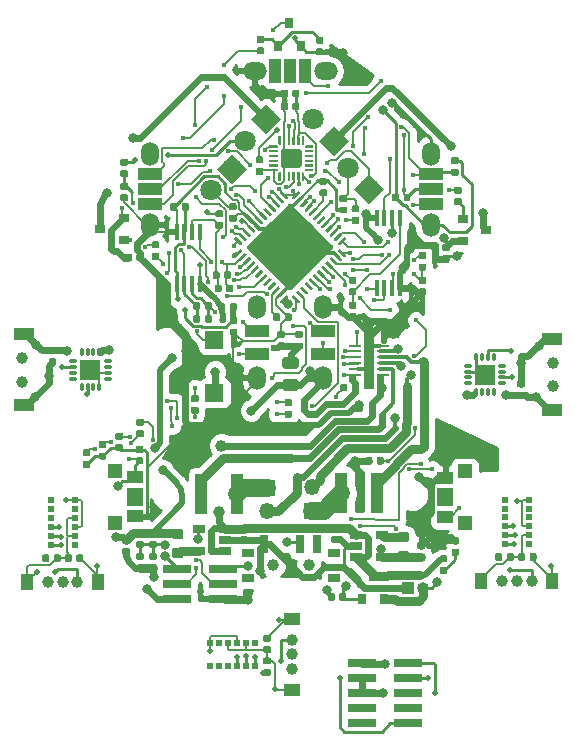
<source format=gtl>
G04 #@! TF.GenerationSoftware,KiCad,Pcbnew,(5.0.1-3-g963ef8bb5)*
G04 #@! TF.CreationDate,2019-05-10T02:41:28+09:00*
G04 #@! TF.ProjectId,mouse_v2,6D6F7573655F76322E6B696361645F70,rev?*
G04 #@! TF.SameCoordinates,Original*
G04 #@! TF.FileFunction,Copper,L1,Top,Signal*
G04 #@! TF.FilePolarity,Positive*
%FSLAX46Y46*%
G04 Gerber Fmt 4.6, Leading zero omitted, Abs format (unit mm)*
G04 Created by KiCad (PCBNEW (5.0.1-3-g963ef8bb5)) date 2019年05月10日 金曜日 02:41:28*
%MOMM*%
%LPD*%
G01*
G04 APERTURE LIST*
G04 #@! TA.AperFunction,Conductor*
%ADD10C,0.100000*%
G04 #@! TD*
G04 #@! TA.AperFunction,SMDPad,CuDef*
%ADD11C,0.590000*%
G04 #@! TD*
G04 #@! TA.AperFunction,SMDPad,CuDef*
%ADD12R,0.900000X5.000000*%
G04 #@! TD*
G04 #@! TA.AperFunction,ComponentPad*
%ADD13C,0.600000*%
G04 #@! TD*
G04 #@! TA.AperFunction,SMDPad,CuDef*
%ADD14R,1.000000X0.280000*%
G04 #@! TD*
G04 #@! TA.AperFunction,SMDPad,CuDef*
%ADD15R,1.000000X0.800000*%
G04 #@! TD*
G04 #@! TA.AperFunction,SMDPad,CuDef*
%ADD16R,0.700000X1.500000*%
G04 #@! TD*
G04 #@! TA.AperFunction,WasherPad*
%ADD17C,1.000000*%
G04 #@! TD*
G04 #@! TA.AperFunction,ComponentPad*
%ADD18R,1.200000X1.200000*%
G04 #@! TD*
G04 #@! TA.AperFunction,SMDPad,CuDef*
%ADD19R,1.400000X1.100000*%
G04 #@! TD*
G04 #@! TA.AperFunction,SMDPad,CuDef*
%ADD20R,1.400000X1.500000*%
G04 #@! TD*
G04 #@! TA.AperFunction,SMDPad,CuDef*
%ADD21C,5.300000*%
G04 #@! TD*
G04 #@! TA.AperFunction,SMDPad,CuDef*
%ADD22C,0.250000*%
G04 #@! TD*
G04 #@! TA.AperFunction,ComponentPad*
%ADD23C,1.800000*%
G04 #@! TD*
G04 #@! TA.AperFunction,SMDPad,CuDef*
%ADD24R,2.400000X0.740000*%
G04 #@! TD*
G04 #@! TA.AperFunction,SMDPad,CuDef*
%ADD25R,1.000000X1.400000*%
G04 #@! TD*
G04 #@! TA.AperFunction,ComponentPad*
%ADD26C,1.000000*%
G04 #@! TD*
G04 #@! TA.AperFunction,SMDPad,CuDef*
%ADD27R,1.400000X1.000000*%
G04 #@! TD*
G04 #@! TA.AperFunction,ComponentPad*
%ADD28R,1.350000X1.350000*%
G04 #@! TD*
G04 #@! TA.AperFunction,ComponentPad*
%ADD29O,1.350000X1.350000*%
G04 #@! TD*
G04 #@! TA.AperFunction,ComponentPad*
%ADD30R,1.000000X1.000000*%
G04 #@! TD*
G04 #@! TA.AperFunction,ComponentPad*
%ADD31O,1.000000X1.000000*%
G04 #@! TD*
G04 #@! TA.AperFunction,SMDPad,CuDef*
%ADD32C,0.875000*%
G04 #@! TD*
G04 #@! TA.AperFunction,SMDPad,CuDef*
%ADD33C,0.975000*%
G04 #@! TD*
G04 #@! TA.AperFunction,SMDPad,CuDef*
%ADD34R,1.600000X1.500000*%
G04 #@! TD*
G04 #@! TA.AperFunction,SMDPad,CuDef*
%ADD35R,0.900000X0.800000*%
G04 #@! TD*
G04 #@! TA.AperFunction,SMDPad,CuDef*
%ADD36R,0.800000X0.900000*%
G04 #@! TD*
G04 #@! TA.AperFunction,SMDPad,CuDef*
%ADD37R,0.600000X0.550000*%
G04 #@! TD*
G04 #@! TA.AperFunction,SMDPad,CuDef*
%ADD38R,0.550000X0.600000*%
G04 #@! TD*
G04 #@! TA.AperFunction,SMDPad,CuDef*
%ADD39O,0.750000X0.300000*%
G04 #@! TD*
G04 #@! TA.AperFunction,SMDPad,CuDef*
%ADD40O,0.300000X0.750000*%
G04 #@! TD*
G04 #@! TA.AperFunction,SMDPad,CuDef*
%ADD41R,1.800000X1.800000*%
G04 #@! TD*
G04 #@! TA.AperFunction,SMDPad,CuDef*
%ADD42C,1.600000*%
G04 #@! TD*
G04 #@! TA.AperFunction,SMDPad,CuDef*
%ADD43C,0.115147*%
G04 #@! TD*
G04 #@! TA.AperFunction,SMDPad,CuDef*
%ADD44C,0.200000*%
G04 #@! TD*
G04 #@! TA.AperFunction,SMDPad,CuDef*
%ADD45R,0.450000X1.450000*%
G04 #@! TD*
G04 #@! TA.AperFunction,SMDPad,CuDef*
%ADD46R,1.060000X0.650000*%
G04 #@! TD*
G04 #@! TA.AperFunction,ComponentPad*
%ADD47O,1.500000X2.000000*%
G04 #@! TD*
G04 #@! TA.AperFunction,SMDPad,CuDef*
%ADD48R,2.000000X1.000000*%
G04 #@! TD*
G04 #@! TA.AperFunction,ComponentPad*
%ADD49O,2.000000X1.500000*%
G04 #@! TD*
G04 #@! TA.AperFunction,SMDPad,CuDef*
%ADD50R,1.000000X2.000000*%
G04 #@! TD*
G04 #@! TA.AperFunction,SMDPad,CuDef*
%ADD51R,1.100000X3.400000*%
G04 #@! TD*
G04 #@! TA.AperFunction,SMDPad,CuDef*
%ADD52R,1.700000X1.000000*%
G04 #@! TD*
G04 #@! TA.AperFunction,ViaPad*
%ADD53C,0.800000*%
G04 #@! TD*
G04 #@! TA.AperFunction,ViaPad*
%ADD54C,1.000000*%
G04 #@! TD*
G04 #@! TA.AperFunction,ViaPad*
%ADD55C,0.500000*%
G04 #@! TD*
G04 #@! TA.AperFunction,ViaPad*
%ADD56C,0.400000*%
G04 #@! TD*
G04 #@! TA.AperFunction,ViaPad*
%ADD57C,0.600000*%
G04 #@! TD*
G04 #@! TA.AperFunction,Conductor*
%ADD58C,0.600000*%
G04 #@! TD*
G04 #@! TA.AperFunction,Conductor*
%ADD59C,0.250000*%
G04 #@! TD*
G04 #@! TA.AperFunction,Conductor*
%ADD60C,0.800000*%
G04 #@! TD*
G04 #@! TA.AperFunction,Conductor*
%ADD61C,0.300000*%
G04 #@! TD*
G04 #@! TA.AperFunction,Conductor*
%ADD62C,0.200000*%
G04 #@! TD*
G04 #@! TA.AperFunction,Conductor*
%ADD63C,0.500000*%
G04 #@! TD*
G04 #@! TA.AperFunction,Conductor*
%ADD64C,1.500000*%
G04 #@! TD*
G04 #@! TA.AperFunction,Conductor*
%ADD65C,0.254000*%
G04 #@! TD*
G04 APERTURE END LIST*
D10*
G04 #@! TO.N,Net-(Q1-Pad2)*
G04 #@! TO.C,R14*
G36*
X137746958Y-102090710D02*
X137761276Y-102092834D01*
X137775317Y-102096351D01*
X137788946Y-102101228D01*
X137802031Y-102107417D01*
X137814447Y-102114858D01*
X137826073Y-102123481D01*
X137836798Y-102133202D01*
X137846519Y-102143927D01*
X137855142Y-102155553D01*
X137862583Y-102167969D01*
X137868772Y-102181054D01*
X137873649Y-102194683D01*
X137877166Y-102208724D01*
X137879290Y-102223042D01*
X137880000Y-102237500D01*
X137880000Y-102582500D01*
X137879290Y-102596958D01*
X137877166Y-102611276D01*
X137873649Y-102625317D01*
X137868772Y-102638946D01*
X137862583Y-102652031D01*
X137855142Y-102664447D01*
X137846519Y-102676073D01*
X137836798Y-102686798D01*
X137826073Y-102696519D01*
X137814447Y-102705142D01*
X137802031Y-102712583D01*
X137788946Y-102718772D01*
X137775317Y-102723649D01*
X137761276Y-102727166D01*
X137746958Y-102729290D01*
X137732500Y-102730000D01*
X137437500Y-102730000D01*
X137423042Y-102729290D01*
X137408724Y-102727166D01*
X137394683Y-102723649D01*
X137381054Y-102718772D01*
X137367969Y-102712583D01*
X137355553Y-102705142D01*
X137343927Y-102696519D01*
X137333202Y-102686798D01*
X137323481Y-102676073D01*
X137314858Y-102664447D01*
X137307417Y-102652031D01*
X137301228Y-102638946D01*
X137296351Y-102625317D01*
X137292834Y-102611276D01*
X137290710Y-102596958D01*
X137290000Y-102582500D01*
X137290000Y-102237500D01*
X137290710Y-102223042D01*
X137292834Y-102208724D01*
X137296351Y-102194683D01*
X137301228Y-102181054D01*
X137307417Y-102167969D01*
X137314858Y-102155553D01*
X137323481Y-102143927D01*
X137333202Y-102133202D01*
X137343927Y-102123481D01*
X137355553Y-102114858D01*
X137367969Y-102107417D01*
X137381054Y-102101228D01*
X137394683Y-102096351D01*
X137408724Y-102092834D01*
X137423042Y-102090710D01*
X137437500Y-102090000D01*
X137732500Y-102090000D01*
X137746958Y-102090710D01*
X137746958Y-102090710D01*
G37*
D11*
G04 #@! TD*
G04 #@! TO.P,R14,1*
G04 #@! TO.N,Net-(Q1-Pad2)*
X137585000Y-102410000D03*
D10*
G04 #@! TO.N,GND*
G04 #@! TO.C,R14*
G36*
X138716958Y-102090710D02*
X138731276Y-102092834D01*
X138745317Y-102096351D01*
X138758946Y-102101228D01*
X138772031Y-102107417D01*
X138784447Y-102114858D01*
X138796073Y-102123481D01*
X138806798Y-102133202D01*
X138816519Y-102143927D01*
X138825142Y-102155553D01*
X138832583Y-102167969D01*
X138838772Y-102181054D01*
X138843649Y-102194683D01*
X138847166Y-102208724D01*
X138849290Y-102223042D01*
X138850000Y-102237500D01*
X138850000Y-102582500D01*
X138849290Y-102596958D01*
X138847166Y-102611276D01*
X138843649Y-102625317D01*
X138838772Y-102638946D01*
X138832583Y-102652031D01*
X138825142Y-102664447D01*
X138816519Y-102676073D01*
X138806798Y-102686798D01*
X138796073Y-102696519D01*
X138784447Y-102705142D01*
X138772031Y-102712583D01*
X138758946Y-102718772D01*
X138745317Y-102723649D01*
X138731276Y-102727166D01*
X138716958Y-102729290D01*
X138702500Y-102730000D01*
X138407500Y-102730000D01*
X138393042Y-102729290D01*
X138378724Y-102727166D01*
X138364683Y-102723649D01*
X138351054Y-102718772D01*
X138337969Y-102712583D01*
X138325553Y-102705142D01*
X138313927Y-102696519D01*
X138303202Y-102686798D01*
X138293481Y-102676073D01*
X138284858Y-102664447D01*
X138277417Y-102652031D01*
X138271228Y-102638946D01*
X138266351Y-102625317D01*
X138262834Y-102611276D01*
X138260710Y-102596958D01*
X138260000Y-102582500D01*
X138260000Y-102237500D01*
X138260710Y-102223042D01*
X138262834Y-102208724D01*
X138266351Y-102194683D01*
X138271228Y-102181054D01*
X138277417Y-102167969D01*
X138284858Y-102155553D01*
X138293481Y-102143927D01*
X138303202Y-102133202D01*
X138313927Y-102123481D01*
X138325553Y-102114858D01*
X138337969Y-102107417D01*
X138351054Y-102101228D01*
X138364683Y-102096351D01*
X138378724Y-102092834D01*
X138393042Y-102090710D01*
X138407500Y-102090000D01*
X138702500Y-102090000D01*
X138716958Y-102090710D01*
X138716958Y-102090710D01*
G37*
D11*
G04 #@! TD*
G04 #@! TO.P,R14,2*
G04 #@! TO.N,GND*
X138555000Y-102410000D03*
D10*
G04 #@! TO.N,GND*
G04 #@! TO.C,D8*
G36*
X134226958Y-119625710D02*
X134241276Y-119627834D01*
X134255317Y-119631351D01*
X134268946Y-119636228D01*
X134282031Y-119642417D01*
X134294447Y-119649858D01*
X134306073Y-119658481D01*
X134316798Y-119668202D01*
X134326519Y-119678927D01*
X134335142Y-119690553D01*
X134342583Y-119702969D01*
X134348772Y-119716054D01*
X134353649Y-119729683D01*
X134357166Y-119743724D01*
X134359290Y-119758042D01*
X134360000Y-119772500D01*
X134360000Y-120067500D01*
X134359290Y-120081958D01*
X134357166Y-120096276D01*
X134353649Y-120110317D01*
X134348772Y-120123946D01*
X134342583Y-120137031D01*
X134335142Y-120149447D01*
X134326519Y-120161073D01*
X134316798Y-120171798D01*
X134306073Y-120181519D01*
X134294447Y-120190142D01*
X134282031Y-120197583D01*
X134268946Y-120203772D01*
X134255317Y-120208649D01*
X134241276Y-120212166D01*
X134226958Y-120214290D01*
X134212500Y-120215000D01*
X133867500Y-120215000D01*
X133853042Y-120214290D01*
X133838724Y-120212166D01*
X133824683Y-120208649D01*
X133811054Y-120203772D01*
X133797969Y-120197583D01*
X133785553Y-120190142D01*
X133773927Y-120181519D01*
X133763202Y-120171798D01*
X133753481Y-120161073D01*
X133744858Y-120149447D01*
X133737417Y-120137031D01*
X133731228Y-120123946D01*
X133726351Y-120110317D01*
X133722834Y-120096276D01*
X133720710Y-120081958D01*
X133720000Y-120067500D01*
X133720000Y-119772500D01*
X133720710Y-119758042D01*
X133722834Y-119743724D01*
X133726351Y-119729683D01*
X133731228Y-119716054D01*
X133737417Y-119702969D01*
X133744858Y-119690553D01*
X133753481Y-119678927D01*
X133763202Y-119668202D01*
X133773927Y-119658481D01*
X133785553Y-119649858D01*
X133797969Y-119642417D01*
X133811054Y-119636228D01*
X133824683Y-119631351D01*
X133838724Y-119627834D01*
X133853042Y-119625710D01*
X133867500Y-119625000D01*
X134212500Y-119625000D01*
X134226958Y-119625710D01*
X134226958Y-119625710D01*
G37*
D11*
G04 #@! TD*
G04 #@! TO.P,D8,1*
G04 #@! TO.N,GND*
X134040000Y-119920000D03*
D10*
G04 #@! TO.N,Net-(D8-Pad2)*
G04 #@! TO.C,D8*
G36*
X134226958Y-118655710D02*
X134241276Y-118657834D01*
X134255317Y-118661351D01*
X134268946Y-118666228D01*
X134282031Y-118672417D01*
X134294447Y-118679858D01*
X134306073Y-118688481D01*
X134316798Y-118698202D01*
X134326519Y-118708927D01*
X134335142Y-118720553D01*
X134342583Y-118732969D01*
X134348772Y-118746054D01*
X134353649Y-118759683D01*
X134357166Y-118773724D01*
X134359290Y-118788042D01*
X134360000Y-118802500D01*
X134360000Y-119097500D01*
X134359290Y-119111958D01*
X134357166Y-119126276D01*
X134353649Y-119140317D01*
X134348772Y-119153946D01*
X134342583Y-119167031D01*
X134335142Y-119179447D01*
X134326519Y-119191073D01*
X134316798Y-119201798D01*
X134306073Y-119211519D01*
X134294447Y-119220142D01*
X134282031Y-119227583D01*
X134268946Y-119233772D01*
X134255317Y-119238649D01*
X134241276Y-119242166D01*
X134226958Y-119244290D01*
X134212500Y-119245000D01*
X133867500Y-119245000D01*
X133853042Y-119244290D01*
X133838724Y-119242166D01*
X133824683Y-119238649D01*
X133811054Y-119233772D01*
X133797969Y-119227583D01*
X133785553Y-119220142D01*
X133773927Y-119211519D01*
X133763202Y-119201798D01*
X133753481Y-119191073D01*
X133744858Y-119179447D01*
X133737417Y-119167031D01*
X133731228Y-119153946D01*
X133726351Y-119140317D01*
X133722834Y-119126276D01*
X133720710Y-119111958D01*
X133720000Y-119097500D01*
X133720000Y-118802500D01*
X133720710Y-118788042D01*
X133722834Y-118773724D01*
X133726351Y-118759683D01*
X133731228Y-118746054D01*
X133737417Y-118732969D01*
X133744858Y-118720553D01*
X133753481Y-118708927D01*
X133763202Y-118698202D01*
X133773927Y-118688481D01*
X133785553Y-118679858D01*
X133797969Y-118672417D01*
X133811054Y-118666228D01*
X133824683Y-118661351D01*
X133838724Y-118657834D01*
X133853042Y-118655710D01*
X133867500Y-118655000D01*
X134212500Y-118655000D01*
X134226958Y-118655710D01*
X134226958Y-118655710D01*
G37*
D11*
G04 #@! TD*
G04 #@! TO.P,D8,2*
G04 #@! TO.N,Net-(D8-Pad2)*
X134040000Y-118950000D03*
D12*
G04 #@! TO.P,U7,13*
G04 #@! TO.N,GND*
X157970000Y-111110000D03*
D13*
X157970000Y-111110000D03*
D14*
G04 #@! TO.P,U7,1*
G04 #@! TO.N,BATT*
X159170000Y-112360000D03*
D13*
G04 #@! TO.P,U7,13*
G04 #@! TO.N,GND*
X157970000Y-112110000D03*
X157970000Y-110110000D03*
D14*
G04 #@! TO.P,U7,2*
G04 #@! TO.N,Net-(L1-Pad2)*
X159170000Y-111860000D03*
G04 #@! TO.P,U7,3*
G04 #@! TO.N,Net-(J12-Pad2)*
X159170000Y-111360000D03*
G04 #@! TO.P,U7,4*
G04 #@! TO.N,Net-(L2-Pad2)*
X159170000Y-110860000D03*
G04 #@! TO.P,U7,5*
G04 #@! TO.N,Net-(J13-Pad2)*
X159170000Y-110360000D03*
G04 #@! TO.P,U7,6*
G04 #@! TO.N,GND*
X159170000Y-109860000D03*
G04 #@! TO.P,U7,7*
G04 #@! TO.N,/MCU/MOTOR22*
X156770000Y-109860000D03*
G04 #@! TO.P,U7,8*
G04 #@! TO.N,/MCU/MOTOR21*
X156770000Y-110360000D03*
G04 #@! TO.P,U7,9*
G04 #@! TO.N,/MCU/MOTOR12*
X156770000Y-110860000D03*
G04 #@! TO.P,U7,10*
G04 #@! TO.N,/MCU/MOTOR11*
X156770000Y-111360000D03*
G04 #@! TO.P,U7,11*
G04 #@! TO.N,GND*
X156770000Y-111860000D03*
G04 #@! TO.P,U7,12*
G04 #@! TO.N,3.3V*
X156770000Y-112360000D03*
G04 #@! TD*
D15*
G04 #@! TO.P,,*
G04 #@! TO.N,*
X147690000Y-127440000D03*
X147690000Y-129540000D03*
X154990000Y-127440000D03*
X154990000Y-129540000D03*
D16*
G04 #@! TO.P,,1*
G04 #@! TO.N,GND*
X149090000Y-126690000D03*
G04 #@! TO.P,,2*
G04 #@! TO.N,Net-(Q2-Pad1)*
X152090000Y-126690000D03*
G04 #@! TO.P,,3*
G04 #@! TO.N,Net-(SW2-Pad3)*
X153590000Y-126690000D03*
D17*
G04 #@! TO.P,,*
G04 #@! TO.N,*
X152840000Y-128440000D03*
X149840000Y-128440000D03*
G04 #@! TD*
D18*
G04 #@! TO.P,,*
G04 #@! TO.N,*
X166060000Y-124899999D03*
X166059999Y-120499999D03*
D19*
G04 #@! TO.P,,2*
G04 #@! TO.N,GND*
X164410000Y-121049999D03*
G04 #@! TO.P,,1*
G04 #@! TO.N,/MCU/BUTTON*
X164410000Y-124349999D03*
D20*
G04 #@! TO.P,,*
G04 #@! TO.N,*
X164410000Y-122700000D03*
G04 #@! TD*
D10*
G04 #@! TO.N,GND*
G04 #@! TO.C,*
G36*
X151294504Y-97867091D02*
X151318773Y-97870691D01*
X151342571Y-97876652D01*
X151365671Y-97884917D01*
X151387849Y-97895407D01*
X151408893Y-97908020D01*
X151428598Y-97922634D01*
X151446777Y-97939110D01*
X154840890Y-101333223D01*
X154857366Y-101351402D01*
X154871980Y-101371107D01*
X154884593Y-101392151D01*
X154895083Y-101414329D01*
X154903348Y-101437429D01*
X154909309Y-101461227D01*
X154912909Y-101485496D01*
X154914113Y-101510000D01*
X154912909Y-101534504D01*
X154909309Y-101558773D01*
X154903348Y-101582571D01*
X154895083Y-101605671D01*
X154884593Y-101627849D01*
X154871980Y-101648893D01*
X154857366Y-101668598D01*
X154840890Y-101686777D01*
X151446777Y-105080890D01*
X151428598Y-105097366D01*
X151408893Y-105111980D01*
X151387849Y-105124593D01*
X151365671Y-105135083D01*
X151342571Y-105143348D01*
X151318773Y-105149309D01*
X151294504Y-105152909D01*
X151270000Y-105154113D01*
X151245496Y-105152909D01*
X151221227Y-105149309D01*
X151197429Y-105143348D01*
X151174329Y-105135083D01*
X151152151Y-105124593D01*
X151131107Y-105111980D01*
X151111402Y-105097366D01*
X151093223Y-105080890D01*
X147699110Y-101686777D01*
X147682634Y-101668598D01*
X147668020Y-101648893D01*
X147655407Y-101627849D01*
X147644917Y-101605671D01*
X147636652Y-101582571D01*
X147630691Y-101558773D01*
X147627091Y-101534504D01*
X147625887Y-101510000D01*
X147627091Y-101485496D01*
X147630691Y-101461227D01*
X147636652Y-101437429D01*
X147644917Y-101414329D01*
X147655407Y-101392151D01*
X147668020Y-101371107D01*
X147682634Y-101351402D01*
X147699110Y-101333223D01*
X151093223Y-97939110D01*
X151111402Y-97922634D01*
X151131107Y-97908020D01*
X151152151Y-97895407D01*
X151174329Y-97884917D01*
X151197429Y-97876652D01*
X151221227Y-97870691D01*
X151245496Y-97867091D01*
X151270000Y-97865887D01*
X151294504Y-97867091D01*
X151294504Y-97867091D01*
G37*
D21*
G04 #@! TD*
G04 #@! TO.P,,49*
G04 #@! TO.N,GND*
X151270000Y-101510000D03*
D10*
G04 #@! TO.N,3.3V*
G04 #@! TO.C,*
G36*
X150586697Y-96780896D02*
X150592764Y-96781796D01*
X150598714Y-96783286D01*
X150604489Y-96785353D01*
X150610033Y-96787975D01*
X150615294Y-96791128D01*
X150620221Y-96794782D01*
X150624765Y-96798901D01*
X151102062Y-97276198D01*
X151106181Y-97280742D01*
X151109835Y-97285669D01*
X151112988Y-97290930D01*
X151115610Y-97296474D01*
X151117677Y-97302249D01*
X151119167Y-97308199D01*
X151120067Y-97314266D01*
X151120368Y-97320392D01*
X151120067Y-97326518D01*
X151119167Y-97332585D01*
X151117677Y-97338535D01*
X151115610Y-97344310D01*
X151112988Y-97349854D01*
X151109835Y-97355115D01*
X151106181Y-97360042D01*
X151102062Y-97364586D01*
X151013673Y-97452975D01*
X151009129Y-97457094D01*
X151004202Y-97460748D01*
X150998941Y-97463901D01*
X150993397Y-97466523D01*
X150987622Y-97468590D01*
X150981672Y-97470080D01*
X150975605Y-97470980D01*
X150969479Y-97471281D01*
X150963353Y-97470980D01*
X150957286Y-97470080D01*
X150951336Y-97468590D01*
X150945561Y-97466523D01*
X150940017Y-97463901D01*
X150934756Y-97460748D01*
X150929829Y-97457094D01*
X150925285Y-97452975D01*
X150447988Y-96975678D01*
X150443869Y-96971134D01*
X150440215Y-96966207D01*
X150437062Y-96960946D01*
X150434440Y-96955402D01*
X150432373Y-96949627D01*
X150430883Y-96943677D01*
X150429983Y-96937610D01*
X150429682Y-96931484D01*
X150429983Y-96925358D01*
X150430883Y-96919291D01*
X150432373Y-96913341D01*
X150434440Y-96907566D01*
X150437062Y-96902022D01*
X150440215Y-96896761D01*
X150443869Y-96891834D01*
X150447988Y-96887290D01*
X150536377Y-96798901D01*
X150540921Y-96794782D01*
X150545848Y-96791128D01*
X150551109Y-96787975D01*
X150556653Y-96785353D01*
X150562428Y-96783286D01*
X150568378Y-96781796D01*
X150574445Y-96780896D01*
X150580571Y-96780595D01*
X150586697Y-96780896D01*
X150586697Y-96780896D01*
G37*
D22*
G04 #@! TD*
G04 #@! TO.P,,1*
G04 #@! TO.N,3.3V*
X150775025Y-97125938D03*
D10*
G04 #@! TO.N,/MCU/IR_LED1*
G04 #@! TO.C,*
G36*
X150233144Y-97134449D02*
X150239211Y-97135349D01*
X150245161Y-97136839D01*
X150250936Y-97138906D01*
X150256480Y-97141528D01*
X150261741Y-97144681D01*
X150266668Y-97148335D01*
X150271212Y-97152454D01*
X150748509Y-97629751D01*
X150752628Y-97634295D01*
X150756282Y-97639222D01*
X150759435Y-97644483D01*
X150762057Y-97650027D01*
X150764124Y-97655802D01*
X150765614Y-97661752D01*
X150766514Y-97667819D01*
X150766815Y-97673945D01*
X150766514Y-97680071D01*
X150765614Y-97686138D01*
X150764124Y-97692088D01*
X150762057Y-97697863D01*
X150759435Y-97703407D01*
X150756282Y-97708668D01*
X150752628Y-97713595D01*
X150748509Y-97718139D01*
X150660120Y-97806528D01*
X150655576Y-97810647D01*
X150650649Y-97814301D01*
X150645388Y-97817454D01*
X150639844Y-97820076D01*
X150634069Y-97822143D01*
X150628119Y-97823633D01*
X150622052Y-97824533D01*
X150615926Y-97824834D01*
X150609800Y-97824533D01*
X150603733Y-97823633D01*
X150597783Y-97822143D01*
X150592008Y-97820076D01*
X150586464Y-97817454D01*
X150581203Y-97814301D01*
X150576276Y-97810647D01*
X150571732Y-97806528D01*
X150094435Y-97329231D01*
X150090316Y-97324687D01*
X150086662Y-97319760D01*
X150083509Y-97314499D01*
X150080887Y-97308955D01*
X150078820Y-97303180D01*
X150077330Y-97297230D01*
X150076430Y-97291163D01*
X150076129Y-97285037D01*
X150076430Y-97278911D01*
X150077330Y-97272844D01*
X150078820Y-97266894D01*
X150080887Y-97261119D01*
X150083509Y-97255575D01*
X150086662Y-97250314D01*
X150090316Y-97245387D01*
X150094435Y-97240843D01*
X150182824Y-97152454D01*
X150187368Y-97148335D01*
X150192295Y-97144681D01*
X150197556Y-97141528D01*
X150203100Y-97138906D01*
X150208875Y-97136839D01*
X150214825Y-97135349D01*
X150220892Y-97134449D01*
X150227018Y-97134148D01*
X150233144Y-97134449D01*
X150233144Y-97134449D01*
G37*
D22*
G04 #@! TD*
G04 #@! TO.P,,2*
G04 #@! TO.N,/MCU/IR_LED1*
X150421472Y-97479491D03*
D10*
G04 #@! TO.N,/MCU/IR_LED2*
G04 #@! TO.C,*
G36*
X149879590Y-97488003D02*
X149885657Y-97488903D01*
X149891607Y-97490393D01*
X149897382Y-97492460D01*
X149902926Y-97495082D01*
X149908187Y-97498235D01*
X149913114Y-97501889D01*
X149917658Y-97506008D01*
X150394955Y-97983305D01*
X150399074Y-97987849D01*
X150402728Y-97992776D01*
X150405881Y-97998037D01*
X150408503Y-98003581D01*
X150410570Y-98009356D01*
X150412060Y-98015306D01*
X150412960Y-98021373D01*
X150413261Y-98027499D01*
X150412960Y-98033625D01*
X150412060Y-98039692D01*
X150410570Y-98045642D01*
X150408503Y-98051417D01*
X150405881Y-98056961D01*
X150402728Y-98062222D01*
X150399074Y-98067149D01*
X150394955Y-98071693D01*
X150306566Y-98160082D01*
X150302022Y-98164201D01*
X150297095Y-98167855D01*
X150291834Y-98171008D01*
X150286290Y-98173630D01*
X150280515Y-98175697D01*
X150274565Y-98177187D01*
X150268498Y-98178087D01*
X150262372Y-98178388D01*
X150256246Y-98178087D01*
X150250179Y-98177187D01*
X150244229Y-98175697D01*
X150238454Y-98173630D01*
X150232910Y-98171008D01*
X150227649Y-98167855D01*
X150222722Y-98164201D01*
X150218178Y-98160082D01*
X149740881Y-97682785D01*
X149736762Y-97678241D01*
X149733108Y-97673314D01*
X149729955Y-97668053D01*
X149727333Y-97662509D01*
X149725266Y-97656734D01*
X149723776Y-97650784D01*
X149722876Y-97644717D01*
X149722575Y-97638591D01*
X149722876Y-97632465D01*
X149723776Y-97626398D01*
X149725266Y-97620448D01*
X149727333Y-97614673D01*
X149729955Y-97609129D01*
X149733108Y-97603868D01*
X149736762Y-97598941D01*
X149740881Y-97594397D01*
X149829270Y-97506008D01*
X149833814Y-97501889D01*
X149838741Y-97498235D01*
X149844002Y-97495082D01*
X149849546Y-97492460D01*
X149855321Y-97490393D01*
X149861271Y-97488903D01*
X149867338Y-97488003D01*
X149873464Y-97487702D01*
X149879590Y-97488003D01*
X149879590Y-97488003D01*
G37*
D22*
G04 #@! TD*
G04 #@! TO.P,,3*
G04 #@! TO.N,/MCU/IR_LED2*
X150067918Y-97833045D03*
D10*
G04 #@! TO.N,/MCU/IMU_NSS*
G04 #@! TO.C,*
G36*
X149526037Y-97841556D02*
X149532104Y-97842456D01*
X149538054Y-97843946D01*
X149543829Y-97846013D01*
X149549373Y-97848635D01*
X149554634Y-97851788D01*
X149559561Y-97855442D01*
X149564105Y-97859561D01*
X150041402Y-98336858D01*
X150045521Y-98341402D01*
X150049175Y-98346329D01*
X150052328Y-98351590D01*
X150054950Y-98357134D01*
X150057017Y-98362909D01*
X150058507Y-98368859D01*
X150059407Y-98374926D01*
X150059708Y-98381052D01*
X150059407Y-98387178D01*
X150058507Y-98393245D01*
X150057017Y-98399195D01*
X150054950Y-98404970D01*
X150052328Y-98410514D01*
X150049175Y-98415775D01*
X150045521Y-98420702D01*
X150041402Y-98425246D01*
X149953013Y-98513635D01*
X149948469Y-98517754D01*
X149943542Y-98521408D01*
X149938281Y-98524561D01*
X149932737Y-98527183D01*
X149926962Y-98529250D01*
X149921012Y-98530740D01*
X149914945Y-98531640D01*
X149908819Y-98531941D01*
X149902693Y-98531640D01*
X149896626Y-98530740D01*
X149890676Y-98529250D01*
X149884901Y-98527183D01*
X149879357Y-98524561D01*
X149874096Y-98521408D01*
X149869169Y-98517754D01*
X149864625Y-98513635D01*
X149387328Y-98036338D01*
X149383209Y-98031794D01*
X149379555Y-98026867D01*
X149376402Y-98021606D01*
X149373780Y-98016062D01*
X149371713Y-98010287D01*
X149370223Y-98004337D01*
X149369323Y-97998270D01*
X149369022Y-97992144D01*
X149369323Y-97986018D01*
X149370223Y-97979951D01*
X149371713Y-97974001D01*
X149373780Y-97968226D01*
X149376402Y-97962682D01*
X149379555Y-97957421D01*
X149383209Y-97952494D01*
X149387328Y-97947950D01*
X149475717Y-97859561D01*
X149480261Y-97855442D01*
X149485188Y-97851788D01*
X149490449Y-97848635D01*
X149495993Y-97846013D01*
X149501768Y-97843946D01*
X149507718Y-97842456D01*
X149513785Y-97841556D01*
X149519911Y-97841255D01*
X149526037Y-97841556D01*
X149526037Y-97841556D01*
G37*
D22*
G04 #@! TD*
G04 #@! TO.P,,4*
G04 #@! TO.N,/MCU/IMU_NSS*
X149714365Y-98186598D03*
D10*
G04 #@! TO.N,Net-(U1-Pad5)*
G04 #@! TO.C,*
G36*
X149172484Y-98195110D02*
X149178551Y-98196010D01*
X149184501Y-98197500D01*
X149190276Y-98199567D01*
X149195820Y-98202189D01*
X149201081Y-98205342D01*
X149206008Y-98208996D01*
X149210552Y-98213115D01*
X149687849Y-98690412D01*
X149691968Y-98694956D01*
X149695622Y-98699883D01*
X149698775Y-98705144D01*
X149701397Y-98710688D01*
X149703464Y-98716463D01*
X149704954Y-98722413D01*
X149705854Y-98728480D01*
X149706155Y-98734606D01*
X149705854Y-98740732D01*
X149704954Y-98746799D01*
X149703464Y-98752749D01*
X149701397Y-98758524D01*
X149698775Y-98764068D01*
X149695622Y-98769329D01*
X149691968Y-98774256D01*
X149687849Y-98778800D01*
X149599460Y-98867189D01*
X149594916Y-98871308D01*
X149589989Y-98874962D01*
X149584728Y-98878115D01*
X149579184Y-98880737D01*
X149573409Y-98882804D01*
X149567459Y-98884294D01*
X149561392Y-98885194D01*
X149555266Y-98885495D01*
X149549140Y-98885194D01*
X149543073Y-98884294D01*
X149537123Y-98882804D01*
X149531348Y-98880737D01*
X149525804Y-98878115D01*
X149520543Y-98874962D01*
X149515616Y-98871308D01*
X149511072Y-98867189D01*
X149033775Y-98389892D01*
X149029656Y-98385348D01*
X149026002Y-98380421D01*
X149022849Y-98375160D01*
X149020227Y-98369616D01*
X149018160Y-98363841D01*
X149016670Y-98357891D01*
X149015770Y-98351824D01*
X149015469Y-98345698D01*
X149015770Y-98339572D01*
X149016670Y-98333505D01*
X149018160Y-98327555D01*
X149020227Y-98321780D01*
X149022849Y-98316236D01*
X149026002Y-98310975D01*
X149029656Y-98306048D01*
X149033775Y-98301504D01*
X149122164Y-98213115D01*
X149126708Y-98208996D01*
X149131635Y-98205342D01*
X149136896Y-98202189D01*
X149142440Y-98199567D01*
X149148215Y-98197500D01*
X149154165Y-98196010D01*
X149160232Y-98195110D01*
X149166358Y-98194809D01*
X149172484Y-98195110D01*
X149172484Y-98195110D01*
G37*
D22*
G04 #@! TD*
G04 #@! TO.P,,5*
G04 #@! TO.N,Net-(U1-Pad5)*
X149360812Y-98540152D03*
D10*
G04 #@! TO.N,/MCU/TOF1_EN*
G04 #@! TO.C,*
G36*
X148818930Y-98548663D02*
X148824997Y-98549563D01*
X148830947Y-98551053D01*
X148836722Y-98553120D01*
X148842266Y-98555742D01*
X148847527Y-98558895D01*
X148852454Y-98562549D01*
X148856998Y-98566668D01*
X149334295Y-99043965D01*
X149338414Y-99048509D01*
X149342068Y-99053436D01*
X149345221Y-99058697D01*
X149347843Y-99064241D01*
X149349910Y-99070016D01*
X149351400Y-99075966D01*
X149352300Y-99082033D01*
X149352601Y-99088159D01*
X149352300Y-99094285D01*
X149351400Y-99100352D01*
X149349910Y-99106302D01*
X149347843Y-99112077D01*
X149345221Y-99117621D01*
X149342068Y-99122882D01*
X149338414Y-99127809D01*
X149334295Y-99132353D01*
X149245906Y-99220742D01*
X149241362Y-99224861D01*
X149236435Y-99228515D01*
X149231174Y-99231668D01*
X149225630Y-99234290D01*
X149219855Y-99236357D01*
X149213905Y-99237847D01*
X149207838Y-99238747D01*
X149201712Y-99239048D01*
X149195586Y-99238747D01*
X149189519Y-99237847D01*
X149183569Y-99236357D01*
X149177794Y-99234290D01*
X149172250Y-99231668D01*
X149166989Y-99228515D01*
X149162062Y-99224861D01*
X149157518Y-99220742D01*
X148680221Y-98743445D01*
X148676102Y-98738901D01*
X148672448Y-98733974D01*
X148669295Y-98728713D01*
X148666673Y-98723169D01*
X148664606Y-98717394D01*
X148663116Y-98711444D01*
X148662216Y-98705377D01*
X148661915Y-98699251D01*
X148662216Y-98693125D01*
X148663116Y-98687058D01*
X148664606Y-98681108D01*
X148666673Y-98675333D01*
X148669295Y-98669789D01*
X148672448Y-98664528D01*
X148676102Y-98659601D01*
X148680221Y-98655057D01*
X148768610Y-98566668D01*
X148773154Y-98562549D01*
X148778081Y-98558895D01*
X148783342Y-98555742D01*
X148788886Y-98553120D01*
X148794661Y-98551053D01*
X148800611Y-98549563D01*
X148806678Y-98548663D01*
X148812804Y-98548362D01*
X148818930Y-98548663D01*
X148818930Y-98548663D01*
G37*
D22*
G04 #@! TD*
G04 #@! TO.P,,6*
G04 #@! TO.N,/MCU/TOF1_EN*
X149007258Y-98893705D03*
D10*
G04 #@! TO.N,/MCU/NRST*
G04 #@! TO.C,*
G36*
X148465377Y-98902216D02*
X148471444Y-98903116D01*
X148477394Y-98904606D01*
X148483169Y-98906673D01*
X148488713Y-98909295D01*
X148493974Y-98912448D01*
X148498901Y-98916102D01*
X148503445Y-98920221D01*
X148980742Y-99397518D01*
X148984861Y-99402062D01*
X148988515Y-99406989D01*
X148991668Y-99412250D01*
X148994290Y-99417794D01*
X148996357Y-99423569D01*
X148997847Y-99429519D01*
X148998747Y-99435586D01*
X148999048Y-99441712D01*
X148998747Y-99447838D01*
X148997847Y-99453905D01*
X148996357Y-99459855D01*
X148994290Y-99465630D01*
X148991668Y-99471174D01*
X148988515Y-99476435D01*
X148984861Y-99481362D01*
X148980742Y-99485906D01*
X148892353Y-99574295D01*
X148887809Y-99578414D01*
X148882882Y-99582068D01*
X148877621Y-99585221D01*
X148872077Y-99587843D01*
X148866302Y-99589910D01*
X148860352Y-99591400D01*
X148854285Y-99592300D01*
X148848159Y-99592601D01*
X148842033Y-99592300D01*
X148835966Y-99591400D01*
X148830016Y-99589910D01*
X148824241Y-99587843D01*
X148818697Y-99585221D01*
X148813436Y-99582068D01*
X148808509Y-99578414D01*
X148803965Y-99574295D01*
X148326668Y-99096998D01*
X148322549Y-99092454D01*
X148318895Y-99087527D01*
X148315742Y-99082266D01*
X148313120Y-99076722D01*
X148311053Y-99070947D01*
X148309563Y-99064997D01*
X148308663Y-99058930D01*
X148308362Y-99052804D01*
X148308663Y-99046678D01*
X148309563Y-99040611D01*
X148311053Y-99034661D01*
X148313120Y-99028886D01*
X148315742Y-99023342D01*
X148318895Y-99018081D01*
X148322549Y-99013154D01*
X148326668Y-99008610D01*
X148415057Y-98920221D01*
X148419601Y-98916102D01*
X148424528Y-98912448D01*
X148429789Y-98909295D01*
X148435333Y-98906673D01*
X148441108Y-98904606D01*
X148447058Y-98903116D01*
X148453125Y-98902216D01*
X148459251Y-98901915D01*
X148465377Y-98902216D01*
X148465377Y-98902216D01*
G37*
D22*
G04 #@! TD*
G04 #@! TO.P,,7*
G04 #@! TO.N,/MCU/NRST*
X148653705Y-99247258D03*
D10*
G04 #@! TO.N,GND*
G04 #@! TO.C,*
G36*
X148111824Y-99255770D02*
X148117891Y-99256670D01*
X148123841Y-99258160D01*
X148129616Y-99260227D01*
X148135160Y-99262849D01*
X148140421Y-99266002D01*
X148145348Y-99269656D01*
X148149892Y-99273775D01*
X148627189Y-99751072D01*
X148631308Y-99755616D01*
X148634962Y-99760543D01*
X148638115Y-99765804D01*
X148640737Y-99771348D01*
X148642804Y-99777123D01*
X148644294Y-99783073D01*
X148645194Y-99789140D01*
X148645495Y-99795266D01*
X148645194Y-99801392D01*
X148644294Y-99807459D01*
X148642804Y-99813409D01*
X148640737Y-99819184D01*
X148638115Y-99824728D01*
X148634962Y-99829989D01*
X148631308Y-99834916D01*
X148627189Y-99839460D01*
X148538800Y-99927849D01*
X148534256Y-99931968D01*
X148529329Y-99935622D01*
X148524068Y-99938775D01*
X148518524Y-99941397D01*
X148512749Y-99943464D01*
X148506799Y-99944954D01*
X148500732Y-99945854D01*
X148494606Y-99946155D01*
X148488480Y-99945854D01*
X148482413Y-99944954D01*
X148476463Y-99943464D01*
X148470688Y-99941397D01*
X148465144Y-99938775D01*
X148459883Y-99935622D01*
X148454956Y-99931968D01*
X148450412Y-99927849D01*
X147973115Y-99450552D01*
X147968996Y-99446008D01*
X147965342Y-99441081D01*
X147962189Y-99435820D01*
X147959567Y-99430276D01*
X147957500Y-99424501D01*
X147956010Y-99418551D01*
X147955110Y-99412484D01*
X147954809Y-99406358D01*
X147955110Y-99400232D01*
X147956010Y-99394165D01*
X147957500Y-99388215D01*
X147959567Y-99382440D01*
X147962189Y-99376896D01*
X147965342Y-99371635D01*
X147968996Y-99366708D01*
X147973115Y-99362164D01*
X148061504Y-99273775D01*
X148066048Y-99269656D01*
X148070975Y-99266002D01*
X148076236Y-99262849D01*
X148081780Y-99260227D01*
X148087555Y-99258160D01*
X148093505Y-99256670D01*
X148099572Y-99255770D01*
X148105698Y-99255469D01*
X148111824Y-99255770D01*
X148111824Y-99255770D01*
G37*
D22*
G04 #@! TD*
G04 #@! TO.P,,8*
G04 #@! TO.N,GND*
X148300152Y-99600812D03*
D10*
G04 #@! TO.N,3.3VA*
G04 #@! TO.C,*
G36*
X147758270Y-99609323D02*
X147764337Y-99610223D01*
X147770287Y-99611713D01*
X147776062Y-99613780D01*
X147781606Y-99616402D01*
X147786867Y-99619555D01*
X147791794Y-99623209D01*
X147796338Y-99627328D01*
X148273635Y-100104625D01*
X148277754Y-100109169D01*
X148281408Y-100114096D01*
X148284561Y-100119357D01*
X148287183Y-100124901D01*
X148289250Y-100130676D01*
X148290740Y-100136626D01*
X148291640Y-100142693D01*
X148291941Y-100148819D01*
X148291640Y-100154945D01*
X148290740Y-100161012D01*
X148289250Y-100166962D01*
X148287183Y-100172737D01*
X148284561Y-100178281D01*
X148281408Y-100183542D01*
X148277754Y-100188469D01*
X148273635Y-100193013D01*
X148185246Y-100281402D01*
X148180702Y-100285521D01*
X148175775Y-100289175D01*
X148170514Y-100292328D01*
X148164970Y-100294950D01*
X148159195Y-100297017D01*
X148153245Y-100298507D01*
X148147178Y-100299407D01*
X148141052Y-100299708D01*
X148134926Y-100299407D01*
X148128859Y-100298507D01*
X148122909Y-100297017D01*
X148117134Y-100294950D01*
X148111590Y-100292328D01*
X148106329Y-100289175D01*
X148101402Y-100285521D01*
X148096858Y-100281402D01*
X147619561Y-99804105D01*
X147615442Y-99799561D01*
X147611788Y-99794634D01*
X147608635Y-99789373D01*
X147606013Y-99783829D01*
X147603946Y-99778054D01*
X147602456Y-99772104D01*
X147601556Y-99766037D01*
X147601255Y-99759911D01*
X147601556Y-99753785D01*
X147602456Y-99747718D01*
X147603946Y-99741768D01*
X147606013Y-99735993D01*
X147608635Y-99730449D01*
X147611788Y-99725188D01*
X147615442Y-99720261D01*
X147619561Y-99715717D01*
X147707950Y-99627328D01*
X147712494Y-99623209D01*
X147717421Y-99619555D01*
X147722682Y-99616402D01*
X147728226Y-99613780D01*
X147734001Y-99611713D01*
X147739951Y-99610223D01*
X147746018Y-99609323D01*
X147752144Y-99609022D01*
X147758270Y-99609323D01*
X147758270Y-99609323D01*
G37*
D22*
G04 #@! TD*
G04 #@! TO.P,,9*
G04 #@! TO.N,3.3VA*
X147946598Y-99954365D03*
D10*
G04 #@! TO.N,/MCU/ENC1_B*
G04 #@! TO.C,*
G36*
X147404717Y-99962876D02*
X147410784Y-99963776D01*
X147416734Y-99965266D01*
X147422509Y-99967333D01*
X147428053Y-99969955D01*
X147433314Y-99973108D01*
X147438241Y-99976762D01*
X147442785Y-99980881D01*
X147920082Y-100458178D01*
X147924201Y-100462722D01*
X147927855Y-100467649D01*
X147931008Y-100472910D01*
X147933630Y-100478454D01*
X147935697Y-100484229D01*
X147937187Y-100490179D01*
X147938087Y-100496246D01*
X147938388Y-100502372D01*
X147938087Y-100508498D01*
X147937187Y-100514565D01*
X147935697Y-100520515D01*
X147933630Y-100526290D01*
X147931008Y-100531834D01*
X147927855Y-100537095D01*
X147924201Y-100542022D01*
X147920082Y-100546566D01*
X147831693Y-100634955D01*
X147827149Y-100639074D01*
X147822222Y-100642728D01*
X147816961Y-100645881D01*
X147811417Y-100648503D01*
X147805642Y-100650570D01*
X147799692Y-100652060D01*
X147793625Y-100652960D01*
X147787499Y-100653261D01*
X147781373Y-100652960D01*
X147775306Y-100652060D01*
X147769356Y-100650570D01*
X147763581Y-100648503D01*
X147758037Y-100645881D01*
X147752776Y-100642728D01*
X147747849Y-100639074D01*
X147743305Y-100634955D01*
X147266008Y-100157658D01*
X147261889Y-100153114D01*
X147258235Y-100148187D01*
X147255082Y-100142926D01*
X147252460Y-100137382D01*
X147250393Y-100131607D01*
X147248903Y-100125657D01*
X147248003Y-100119590D01*
X147247702Y-100113464D01*
X147248003Y-100107338D01*
X147248903Y-100101271D01*
X147250393Y-100095321D01*
X147252460Y-100089546D01*
X147255082Y-100084002D01*
X147258235Y-100078741D01*
X147261889Y-100073814D01*
X147266008Y-100069270D01*
X147354397Y-99980881D01*
X147358941Y-99976762D01*
X147363868Y-99973108D01*
X147369129Y-99969955D01*
X147374673Y-99967333D01*
X147380448Y-99965266D01*
X147386398Y-99963776D01*
X147392465Y-99962876D01*
X147398591Y-99962575D01*
X147404717Y-99962876D01*
X147404717Y-99962876D01*
G37*
D22*
G04 #@! TD*
G04 #@! TO.P,,10*
G04 #@! TO.N,/MCU/ENC1_B*
X147593045Y-100307918D03*
D10*
G04 #@! TO.N,/MCU/ENC1_A*
G04 #@! TO.C,*
G36*
X147051163Y-100316430D02*
X147057230Y-100317330D01*
X147063180Y-100318820D01*
X147068955Y-100320887D01*
X147074499Y-100323509D01*
X147079760Y-100326662D01*
X147084687Y-100330316D01*
X147089231Y-100334435D01*
X147566528Y-100811732D01*
X147570647Y-100816276D01*
X147574301Y-100821203D01*
X147577454Y-100826464D01*
X147580076Y-100832008D01*
X147582143Y-100837783D01*
X147583633Y-100843733D01*
X147584533Y-100849800D01*
X147584834Y-100855926D01*
X147584533Y-100862052D01*
X147583633Y-100868119D01*
X147582143Y-100874069D01*
X147580076Y-100879844D01*
X147577454Y-100885388D01*
X147574301Y-100890649D01*
X147570647Y-100895576D01*
X147566528Y-100900120D01*
X147478139Y-100988509D01*
X147473595Y-100992628D01*
X147468668Y-100996282D01*
X147463407Y-100999435D01*
X147457863Y-101002057D01*
X147452088Y-101004124D01*
X147446138Y-101005614D01*
X147440071Y-101006514D01*
X147433945Y-101006815D01*
X147427819Y-101006514D01*
X147421752Y-101005614D01*
X147415802Y-101004124D01*
X147410027Y-101002057D01*
X147404483Y-100999435D01*
X147399222Y-100996282D01*
X147394295Y-100992628D01*
X147389751Y-100988509D01*
X146912454Y-100511212D01*
X146908335Y-100506668D01*
X146904681Y-100501741D01*
X146901528Y-100496480D01*
X146898906Y-100490936D01*
X146896839Y-100485161D01*
X146895349Y-100479211D01*
X146894449Y-100473144D01*
X146894148Y-100467018D01*
X146894449Y-100460892D01*
X146895349Y-100454825D01*
X146896839Y-100448875D01*
X146898906Y-100443100D01*
X146901528Y-100437556D01*
X146904681Y-100432295D01*
X146908335Y-100427368D01*
X146912454Y-100422824D01*
X147000843Y-100334435D01*
X147005387Y-100330316D01*
X147010314Y-100326662D01*
X147015575Y-100323509D01*
X147021119Y-100320887D01*
X147026894Y-100318820D01*
X147032844Y-100317330D01*
X147038911Y-100316430D01*
X147045037Y-100316129D01*
X147051163Y-100316430D01*
X147051163Y-100316430D01*
G37*
D22*
G04 #@! TD*
G04 #@! TO.P,,11*
G04 #@! TO.N,/MCU/ENC1_A*
X147239491Y-100661472D03*
D10*
G04 #@! TO.N,/MCU/ENC2_A*
G04 #@! TO.C,*
G36*
X146697610Y-100669983D02*
X146703677Y-100670883D01*
X146709627Y-100672373D01*
X146715402Y-100674440D01*
X146720946Y-100677062D01*
X146726207Y-100680215D01*
X146731134Y-100683869D01*
X146735678Y-100687988D01*
X147212975Y-101165285D01*
X147217094Y-101169829D01*
X147220748Y-101174756D01*
X147223901Y-101180017D01*
X147226523Y-101185561D01*
X147228590Y-101191336D01*
X147230080Y-101197286D01*
X147230980Y-101203353D01*
X147231281Y-101209479D01*
X147230980Y-101215605D01*
X147230080Y-101221672D01*
X147228590Y-101227622D01*
X147226523Y-101233397D01*
X147223901Y-101238941D01*
X147220748Y-101244202D01*
X147217094Y-101249129D01*
X147212975Y-101253673D01*
X147124586Y-101342062D01*
X147120042Y-101346181D01*
X147115115Y-101349835D01*
X147109854Y-101352988D01*
X147104310Y-101355610D01*
X147098535Y-101357677D01*
X147092585Y-101359167D01*
X147086518Y-101360067D01*
X147080392Y-101360368D01*
X147074266Y-101360067D01*
X147068199Y-101359167D01*
X147062249Y-101357677D01*
X147056474Y-101355610D01*
X147050930Y-101352988D01*
X147045669Y-101349835D01*
X147040742Y-101346181D01*
X147036198Y-101342062D01*
X146558901Y-100864765D01*
X146554782Y-100860221D01*
X146551128Y-100855294D01*
X146547975Y-100850033D01*
X146545353Y-100844489D01*
X146543286Y-100838714D01*
X146541796Y-100832764D01*
X146540896Y-100826697D01*
X146540595Y-100820571D01*
X146540896Y-100814445D01*
X146541796Y-100808378D01*
X146543286Y-100802428D01*
X146545353Y-100796653D01*
X146547975Y-100791109D01*
X146551128Y-100785848D01*
X146554782Y-100780921D01*
X146558901Y-100776377D01*
X146647290Y-100687988D01*
X146651834Y-100683869D01*
X146656761Y-100680215D01*
X146662022Y-100677062D01*
X146667566Y-100674440D01*
X146673341Y-100672373D01*
X146679291Y-100670883D01*
X146685358Y-100669983D01*
X146691484Y-100669682D01*
X146697610Y-100669983D01*
X146697610Y-100669983D01*
G37*
D22*
G04 #@! TD*
G04 #@! TO.P,,12*
G04 #@! TO.N,/MCU/ENC2_A*
X146885938Y-101015025D03*
D10*
G04 #@! TO.N,/MCU/ENC2_B*
G04 #@! TO.C,*
G36*
X147086518Y-101659933D02*
X147092585Y-101660833D01*
X147098535Y-101662323D01*
X147104310Y-101664390D01*
X147109854Y-101667012D01*
X147115115Y-101670165D01*
X147120042Y-101673819D01*
X147124586Y-101677938D01*
X147212975Y-101766327D01*
X147217094Y-101770871D01*
X147220748Y-101775798D01*
X147223901Y-101781059D01*
X147226523Y-101786603D01*
X147228590Y-101792378D01*
X147230080Y-101798328D01*
X147230980Y-101804395D01*
X147231281Y-101810521D01*
X147230980Y-101816647D01*
X147230080Y-101822714D01*
X147228590Y-101828664D01*
X147226523Y-101834439D01*
X147223901Y-101839983D01*
X147220748Y-101845244D01*
X147217094Y-101850171D01*
X147212975Y-101854715D01*
X146735678Y-102332012D01*
X146731134Y-102336131D01*
X146726207Y-102339785D01*
X146720946Y-102342938D01*
X146715402Y-102345560D01*
X146709627Y-102347627D01*
X146703677Y-102349117D01*
X146697610Y-102350017D01*
X146691484Y-102350318D01*
X146685358Y-102350017D01*
X146679291Y-102349117D01*
X146673341Y-102347627D01*
X146667566Y-102345560D01*
X146662022Y-102342938D01*
X146656761Y-102339785D01*
X146651834Y-102336131D01*
X146647290Y-102332012D01*
X146558901Y-102243623D01*
X146554782Y-102239079D01*
X146551128Y-102234152D01*
X146547975Y-102228891D01*
X146545353Y-102223347D01*
X146543286Y-102217572D01*
X146541796Y-102211622D01*
X146540896Y-102205555D01*
X146540595Y-102199429D01*
X146540896Y-102193303D01*
X146541796Y-102187236D01*
X146543286Y-102181286D01*
X146545353Y-102175511D01*
X146547975Y-102169967D01*
X146551128Y-102164706D01*
X146554782Y-102159779D01*
X146558901Y-102155235D01*
X147036198Y-101677938D01*
X147040742Y-101673819D01*
X147045669Y-101670165D01*
X147050930Y-101667012D01*
X147056474Y-101664390D01*
X147062249Y-101662323D01*
X147068199Y-101660833D01*
X147074266Y-101659933D01*
X147080392Y-101659632D01*
X147086518Y-101659933D01*
X147086518Y-101659933D01*
G37*
D22*
G04 #@! TD*
G04 #@! TO.P,,13*
G04 #@! TO.N,/MCU/ENC2_B*
X146885938Y-102004975D03*
D10*
G04 #@! TO.N,/MCU/IR_ADC1*
G04 #@! TO.C,*
G36*
X147440071Y-102013486D02*
X147446138Y-102014386D01*
X147452088Y-102015876D01*
X147457863Y-102017943D01*
X147463407Y-102020565D01*
X147468668Y-102023718D01*
X147473595Y-102027372D01*
X147478139Y-102031491D01*
X147566528Y-102119880D01*
X147570647Y-102124424D01*
X147574301Y-102129351D01*
X147577454Y-102134612D01*
X147580076Y-102140156D01*
X147582143Y-102145931D01*
X147583633Y-102151881D01*
X147584533Y-102157948D01*
X147584834Y-102164074D01*
X147584533Y-102170200D01*
X147583633Y-102176267D01*
X147582143Y-102182217D01*
X147580076Y-102187992D01*
X147577454Y-102193536D01*
X147574301Y-102198797D01*
X147570647Y-102203724D01*
X147566528Y-102208268D01*
X147089231Y-102685565D01*
X147084687Y-102689684D01*
X147079760Y-102693338D01*
X147074499Y-102696491D01*
X147068955Y-102699113D01*
X147063180Y-102701180D01*
X147057230Y-102702670D01*
X147051163Y-102703570D01*
X147045037Y-102703871D01*
X147038911Y-102703570D01*
X147032844Y-102702670D01*
X147026894Y-102701180D01*
X147021119Y-102699113D01*
X147015575Y-102696491D01*
X147010314Y-102693338D01*
X147005387Y-102689684D01*
X147000843Y-102685565D01*
X146912454Y-102597176D01*
X146908335Y-102592632D01*
X146904681Y-102587705D01*
X146901528Y-102582444D01*
X146898906Y-102576900D01*
X146896839Y-102571125D01*
X146895349Y-102565175D01*
X146894449Y-102559108D01*
X146894148Y-102552982D01*
X146894449Y-102546856D01*
X146895349Y-102540789D01*
X146896839Y-102534839D01*
X146898906Y-102529064D01*
X146901528Y-102523520D01*
X146904681Y-102518259D01*
X146908335Y-102513332D01*
X146912454Y-102508788D01*
X147389751Y-102031491D01*
X147394295Y-102027372D01*
X147399222Y-102023718D01*
X147404483Y-102020565D01*
X147410027Y-102017943D01*
X147415802Y-102015876D01*
X147421752Y-102014386D01*
X147427819Y-102013486D01*
X147433945Y-102013185D01*
X147440071Y-102013486D01*
X147440071Y-102013486D01*
G37*
D22*
G04 #@! TD*
G04 #@! TO.P,,14*
G04 #@! TO.N,/MCU/IR_ADC1*
X147239491Y-102358528D03*
D10*
G04 #@! TO.N,/MCU/IR_ADC2*
G04 #@! TO.C,*
G36*
X147793625Y-102367040D02*
X147799692Y-102367940D01*
X147805642Y-102369430D01*
X147811417Y-102371497D01*
X147816961Y-102374119D01*
X147822222Y-102377272D01*
X147827149Y-102380926D01*
X147831693Y-102385045D01*
X147920082Y-102473434D01*
X147924201Y-102477978D01*
X147927855Y-102482905D01*
X147931008Y-102488166D01*
X147933630Y-102493710D01*
X147935697Y-102499485D01*
X147937187Y-102505435D01*
X147938087Y-102511502D01*
X147938388Y-102517628D01*
X147938087Y-102523754D01*
X147937187Y-102529821D01*
X147935697Y-102535771D01*
X147933630Y-102541546D01*
X147931008Y-102547090D01*
X147927855Y-102552351D01*
X147924201Y-102557278D01*
X147920082Y-102561822D01*
X147442785Y-103039119D01*
X147438241Y-103043238D01*
X147433314Y-103046892D01*
X147428053Y-103050045D01*
X147422509Y-103052667D01*
X147416734Y-103054734D01*
X147410784Y-103056224D01*
X147404717Y-103057124D01*
X147398591Y-103057425D01*
X147392465Y-103057124D01*
X147386398Y-103056224D01*
X147380448Y-103054734D01*
X147374673Y-103052667D01*
X147369129Y-103050045D01*
X147363868Y-103046892D01*
X147358941Y-103043238D01*
X147354397Y-103039119D01*
X147266008Y-102950730D01*
X147261889Y-102946186D01*
X147258235Y-102941259D01*
X147255082Y-102935998D01*
X147252460Y-102930454D01*
X147250393Y-102924679D01*
X147248903Y-102918729D01*
X147248003Y-102912662D01*
X147247702Y-102906536D01*
X147248003Y-102900410D01*
X147248903Y-102894343D01*
X147250393Y-102888393D01*
X147252460Y-102882618D01*
X147255082Y-102877074D01*
X147258235Y-102871813D01*
X147261889Y-102866886D01*
X147266008Y-102862342D01*
X147743305Y-102385045D01*
X147747849Y-102380926D01*
X147752776Y-102377272D01*
X147758037Y-102374119D01*
X147763581Y-102371497D01*
X147769356Y-102369430D01*
X147775306Y-102367940D01*
X147781373Y-102367040D01*
X147787499Y-102366739D01*
X147793625Y-102367040D01*
X147793625Y-102367040D01*
G37*
D22*
G04 #@! TD*
G04 #@! TO.P,,15*
G04 #@! TO.N,/MCU/IR_ADC2*
X147593045Y-102712082D03*
D10*
G04 #@! TO.N,/MCU/SPEAKER*
G04 #@! TO.C,*
G36*
X148147178Y-102720593D02*
X148153245Y-102721493D01*
X148159195Y-102722983D01*
X148164970Y-102725050D01*
X148170514Y-102727672D01*
X148175775Y-102730825D01*
X148180702Y-102734479D01*
X148185246Y-102738598D01*
X148273635Y-102826987D01*
X148277754Y-102831531D01*
X148281408Y-102836458D01*
X148284561Y-102841719D01*
X148287183Y-102847263D01*
X148289250Y-102853038D01*
X148290740Y-102858988D01*
X148291640Y-102865055D01*
X148291941Y-102871181D01*
X148291640Y-102877307D01*
X148290740Y-102883374D01*
X148289250Y-102889324D01*
X148287183Y-102895099D01*
X148284561Y-102900643D01*
X148281408Y-102905904D01*
X148277754Y-102910831D01*
X148273635Y-102915375D01*
X147796338Y-103392672D01*
X147791794Y-103396791D01*
X147786867Y-103400445D01*
X147781606Y-103403598D01*
X147776062Y-103406220D01*
X147770287Y-103408287D01*
X147764337Y-103409777D01*
X147758270Y-103410677D01*
X147752144Y-103410978D01*
X147746018Y-103410677D01*
X147739951Y-103409777D01*
X147734001Y-103408287D01*
X147728226Y-103406220D01*
X147722682Y-103403598D01*
X147717421Y-103400445D01*
X147712494Y-103396791D01*
X147707950Y-103392672D01*
X147619561Y-103304283D01*
X147615442Y-103299739D01*
X147611788Y-103294812D01*
X147608635Y-103289551D01*
X147606013Y-103284007D01*
X147603946Y-103278232D01*
X147602456Y-103272282D01*
X147601556Y-103266215D01*
X147601255Y-103260089D01*
X147601556Y-103253963D01*
X147602456Y-103247896D01*
X147603946Y-103241946D01*
X147606013Y-103236171D01*
X147608635Y-103230627D01*
X147611788Y-103225366D01*
X147615442Y-103220439D01*
X147619561Y-103215895D01*
X148096858Y-102738598D01*
X148101402Y-102734479D01*
X148106329Y-102730825D01*
X148111590Y-102727672D01*
X148117134Y-102725050D01*
X148122909Y-102722983D01*
X148128859Y-102721493D01*
X148134926Y-102720593D01*
X148141052Y-102720292D01*
X148147178Y-102720593D01*
X148147178Y-102720593D01*
G37*
D22*
G04 #@! TD*
G04 #@! TO.P,,16*
G04 #@! TO.N,/MCU/SPEAKER*
X147946598Y-103065635D03*
D10*
G04 #@! TO.N,/MCU/BATT_MONITOR*
G04 #@! TO.C,*
G36*
X148500732Y-103074146D02*
X148506799Y-103075046D01*
X148512749Y-103076536D01*
X148518524Y-103078603D01*
X148524068Y-103081225D01*
X148529329Y-103084378D01*
X148534256Y-103088032D01*
X148538800Y-103092151D01*
X148627189Y-103180540D01*
X148631308Y-103185084D01*
X148634962Y-103190011D01*
X148638115Y-103195272D01*
X148640737Y-103200816D01*
X148642804Y-103206591D01*
X148644294Y-103212541D01*
X148645194Y-103218608D01*
X148645495Y-103224734D01*
X148645194Y-103230860D01*
X148644294Y-103236927D01*
X148642804Y-103242877D01*
X148640737Y-103248652D01*
X148638115Y-103254196D01*
X148634962Y-103259457D01*
X148631308Y-103264384D01*
X148627189Y-103268928D01*
X148149892Y-103746225D01*
X148145348Y-103750344D01*
X148140421Y-103753998D01*
X148135160Y-103757151D01*
X148129616Y-103759773D01*
X148123841Y-103761840D01*
X148117891Y-103763330D01*
X148111824Y-103764230D01*
X148105698Y-103764531D01*
X148099572Y-103764230D01*
X148093505Y-103763330D01*
X148087555Y-103761840D01*
X148081780Y-103759773D01*
X148076236Y-103757151D01*
X148070975Y-103753998D01*
X148066048Y-103750344D01*
X148061504Y-103746225D01*
X147973115Y-103657836D01*
X147968996Y-103653292D01*
X147965342Y-103648365D01*
X147962189Y-103643104D01*
X147959567Y-103637560D01*
X147957500Y-103631785D01*
X147956010Y-103625835D01*
X147955110Y-103619768D01*
X147954809Y-103613642D01*
X147955110Y-103607516D01*
X147956010Y-103601449D01*
X147957500Y-103595499D01*
X147959567Y-103589724D01*
X147962189Y-103584180D01*
X147965342Y-103578919D01*
X147968996Y-103573992D01*
X147973115Y-103569448D01*
X148450412Y-103092151D01*
X148454956Y-103088032D01*
X148459883Y-103084378D01*
X148465144Y-103081225D01*
X148470688Y-103078603D01*
X148476463Y-103076536D01*
X148482413Y-103075046D01*
X148488480Y-103074146D01*
X148494606Y-103073845D01*
X148500732Y-103074146D01*
X148500732Y-103074146D01*
G37*
D22*
G04 #@! TD*
G04 #@! TO.P,,17*
G04 #@! TO.N,/MCU/BATT_MONITOR*
X148300152Y-103419188D03*
D10*
G04 #@! TO.N,Net-(U1-Pad18)*
G04 #@! TO.C,*
G36*
X148854285Y-103427700D02*
X148860352Y-103428600D01*
X148866302Y-103430090D01*
X148872077Y-103432157D01*
X148877621Y-103434779D01*
X148882882Y-103437932D01*
X148887809Y-103441586D01*
X148892353Y-103445705D01*
X148980742Y-103534094D01*
X148984861Y-103538638D01*
X148988515Y-103543565D01*
X148991668Y-103548826D01*
X148994290Y-103554370D01*
X148996357Y-103560145D01*
X148997847Y-103566095D01*
X148998747Y-103572162D01*
X148999048Y-103578288D01*
X148998747Y-103584414D01*
X148997847Y-103590481D01*
X148996357Y-103596431D01*
X148994290Y-103602206D01*
X148991668Y-103607750D01*
X148988515Y-103613011D01*
X148984861Y-103617938D01*
X148980742Y-103622482D01*
X148503445Y-104099779D01*
X148498901Y-104103898D01*
X148493974Y-104107552D01*
X148488713Y-104110705D01*
X148483169Y-104113327D01*
X148477394Y-104115394D01*
X148471444Y-104116884D01*
X148465377Y-104117784D01*
X148459251Y-104118085D01*
X148453125Y-104117784D01*
X148447058Y-104116884D01*
X148441108Y-104115394D01*
X148435333Y-104113327D01*
X148429789Y-104110705D01*
X148424528Y-104107552D01*
X148419601Y-104103898D01*
X148415057Y-104099779D01*
X148326668Y-104011390D01*
X148322549Y-104006846D01*
X148318895Y-104001919D01*
X148315742Y-103996658D01*
X148313120Y-103991114D01*
X148311053Y-103985339D01*
X148309563Y-103979389D01*
X148308663Y-103973322D01*
X148308362Y-103967196D01*
X148308663Y-103961070D01*
X148309563Y-103955003D01*
X148311053Y-103949053D01*
X148313120Y-103943278D01*
X148315742Y-103937734D01*
X148318895Y-103932473D01*
X148322549Y-103927546D01*
X148326668Y-103923002D01*
X148803965Y-103445705D01*
X148808509Y-103441586D01*
X148813436Y-103437932D01*
X148818697Y-103434779D01*
X148824241Y-103432157D01*
X148830016Y-103430090D01*
X148835966Y-103428600D01*
X148842033Y-103427700D01*
X148848159Y-103427399D01*
X148854285Y-103427700D01*
X148854285Y-103427700D01*
G37*
D22*
G04 #@! TD*
G04 #@! TO.P,,18*
G04 #@! TO.N,Net-(U1-Pad18)*
X148653705Y-103772742D03*
D10*
G04 #@! TO.N,/MCU/LED2*
G04 #@! TO.C,*
G36*
X149207838Y-103781253D02*
X149213905Y-103782153D01*
X149219855Y-103783643D01*
X149225630Y-103785710D01*
X149231174Y-103788332D01*
X149236435Y-103791485D01*
X149241362Y-103795139D01*
X149245906Y-103799258D01*
X149334295Y-103887647D01*
X149338414Y-103892191D01*
X149342068Y-103897118D01*
X149345221Y-103902379D01*
X149347843Y-103907923D01*
X149349910Y-103913698D01*
X149351400Y-103919648D01*
X149352300Y-103925715D01*
X149352601Y-103931841D01*
X149352300Y-103937967D01*
X149351400Y-103944034D01*
X149349910Y-103949984D01*
X149347843Y-103955759D01*
X149345221Y-103961303D01*
X149342068Y-103966564D01*
X149338414Y-103971491D01*
X149334295Y-103976035D01*
X148856998Y-104453332D01*
X148852454Y-104457451D01*
X148847527Y-104461105D01*
X148842266Y-104464258D01*
X148836722Y-104466880D01*
X148830947Y-104468947D01*
X148824997Y-104470437D01*
X148818930Y-104471337D01*
X148812804Y-104471638D01*
X148806678Y-104471337D01*
X148800611Y-104470437D01*
X148794661Y-104468947D01*
X148788886Y-104466880D01*
X148783342Y-104464258D01*
X148778081Y-104461105D01*
X148773154Y-104457451D01*
X148768610Y-104453332D01*
X148680221Y-104364943D01*
X148676102Y-104360399D01*
X148672448Y-104355472D01*
X148669295Y-104350211D01*
X148666673Y-104344667D01*
X148664606Y-104338892D01*
X148663116Y-104332942D01*
X148662216Y-104326875D01*
X148661915Y-104320749D01*
X148662216Y-104314623D01*
X148663116Y-104308556D01*
X148664606Y-104302606D01*
X148666673Y-104296831D01*
X148669295Y-104291287D01*
X148672448Y-104286026D01*
X148676102Y-104281099D01*
X148680221Y-104276555D01*
X149157518Y-103799258D01*
X149162062Y-103795139D01*
X149166989Y-103791485D01*
X149172250Y-103788332D01*
X149177794Y-103785710D01*
X149183569Y-103783643D01*
X149189519Y-103782153D01*
X149195586Y-103781253D01*
X149201712Y-103780952D01*
X149207838Y-103781253D01*
X149207838Y-103781253D01*
G37*
D22*
G04 #@! TD*
G04 #@! TO.P,,19*
G04 #@! TO.N,/MCU/LED2*
X149007258Y-104126295D03*
D10*
G04 #@! TO.N,Net-(U1-Pad20)*
G04 #@! TO.C,*
G36*
X149561392Y-104134806D02*
X149567459Y-104135706D01*
X149573409Y-104137196D01*
X149579184Y-104139263D01*
X149584728Y-104141885D01*
X149589989Y-104145038D01*
X149594916Y-104148692D01*
X149599460Y-104152811D01*
X149687849Y-104241200D01*
X149691968Y-104245744D01*
X149695622Y-104250671D01*
X149698775Y-104255932D01*
X149701397Y-104261476D01*
X149703464Y-104267251D01*
X149704954Y-104273201D01*
X149705854Y-104279268D01*
X149706155Y-104285394D01*
X149705854Y-104291520D01*
X149704954Y-104297587D01*
X149703464Y-104303537D01*
X149701397Y-104309312D01*
X149698775Y-104314856D01*
X149695622Y-104320117D01*
X149691968Y-104325044D01*
X149687849Y-104329588D01*
X149210552Y-104806885D01*
X149206008Y-104811004D01*
X149201081Y-104814658D01*
X149195820Y-104817811D01*
X149190276Y-104820433D01*
X149184501Y-104822500D01*
X149178551Y-104823990D01*
X149172484Y-104824890D01*
X149166358Y-104825191D01*
X149160232Y-104824890D01*
X149154165Y-104823990D01*
X149148215Y-104822500D01*
X149142440Y-104820433D01*
X149136896Y-104817811D01*
X149131635Y-104814658D01*
X149126708Y-104811004D01*
X149122164Y-104806885D01*
X149033775Y-104718496D01*
X149029656Y-104713952D01*
X149026002Y-104709025D01*
X149022849Y-104703764D01*
X149020227Y-104698220D01*
X149018160Y-104692445D01*
X149016670Y-104686495D01*
X149015770Y-104680428D01*
X149015469Y-104674302D01*
X149015770Y-104668176D01*
X149016670Y-104662109D01*
X149018160Y-104656159D01*
X149020227Y-104650384D01*
X149022849Y-104644840D01*
X149026002Y-104639579D01*
X149029656Y-104634652D01*
X149033775Y-104630108D01*
X149511072Y-104152811D01*
X149515616Y-104148692D01*
X149520543Y-104145038D01*
X149525804Y-104141885D01*
X149531348Y-104139263D01*
X149537123Y-104137196D01*
X149543073Y-104135706D01*
X149549140Y-104134806D01*
X149555266Y-104134505D01*
X149561392Y-104134806D01*
X149561392Y-104134806D01*
G37*
D22*
G04 #@! TD*
G04 #@! TO.P,,20*
G04 #@! TO.N,Net-(U1-Pad20)*
X149360812Y-104479848D03*
D10*
G04 #@! TO.N,Net-(U1-Pad21)*
G04 #@! TO.C,*
G36*
X149914945Y-104488360D02*
X149921012Y-104489260D01*
X149926962Y-104490750D01*
X149932737Y-104492817D01*
X149938281Y-104495439D01*
X149943542Y-104498592D01*
X149948469Y-104502246D01*
X149953013Y-104506365D01*
X150041402Y-104594754D01*
X150045521Y-104599298D01*
X150049175Y-104604225D01*
X150052328Y-104609486D01*
X150054950Y-104615030D01*
X150057017Y-104620805D01*
X150058507Y-104626755D01*
X150059407Y-104632822D01*
X150059708Y-104638948D01*
X150059407Y-104645074D01*
X150058507Y-104651141D01*
X150057017Y-104657091D01*
X150054950Y-104662866D01*
X150052328Y-104668410D01*
X150049175Y-104673671D01*
X150045521Y-104678598D01*
X150041402Y-104683142D01*
X149564105Y-105160439D01*
X149559561Y-105164558D01*
X149554634Y-105168212D01*
X149549373Y-105171365D01*
X149543829Y-105173987D01*
X149538054Y-105176054D01*
X149532104Y-105177544D01*
X149526037Y-105178444D01*
X149519911Y-105178745D01*
X149513785Y-105178444D01*
X149507718Y-105177544D01*
X149501768Y-105176054D01*
X149495993Y-105173987D01*
X149490449Y-105171365D01*
X149485188Y-105168212D01*
X149480261Y-105164558D01*
X149475717Y-105160439D01*
X149387328Y-105072050D01*
X149383209Y-105067506D01*
X149379555Y-105062579D01*
X149376402Y-105057318D01*
X149373780Y-105051774D01*
X149371713Y-105045999D01*
X149370223Y-105040049D01*
X149369323Y-105033982D01*
X149369022Y-105027856D01*
X149369323Y-105021730D01*
X149370223Y-105015663D01*
X149371713Y-105009713D01*
X149373780Y-105003938D01*
X149376402Y-104998394D01*
X149379555Y-104993133D01*
X149383209Y-104988206D01*
X149387328Y-104983662D01*
X149864625Y-104506365D01*
X149869169Y-104502246D01*
X149874096Y-104498592D01*
X149879357Y-104495439D01*
X149884901Y-104492817D01*
X149890676Y-104490750D01*
X149896626Y-104489260D01*
X149902693Y-104488360D01*
X149908819Y-104488059D01*
X149914945Y-104488360D01*
X149914945Y-104488360D01*
G37*
D22*
G04 #@! TD*
G04 #@! TO.P,,21*
G04 #@! TO.N,Net-(U1-Pad21)*
X149714365Y-104833402D03*
D10*
G04 #@! TO.N,Net-(C1-Pad1)*
G04 #@! TO.C,*
G36*
X150268498Y-104841913D02*
X150274565Y-104842813D01*
X150280515Y-104844303D01*
X150286290Y-104846370D01*
X150291834Y-104848992D01*
X150297095Y-104852145D01*
X150302022Y-104855799D01*
X150306566Y-104859918D01*
X150394955Y-104948307D01*
X150399074Y-104952851D01*
X150402728Y-104957778D01*
X150405881Y-104963039D01*
X150408503Y-104968583D01*
X150410570Y-104974358D01*
X150412060Y-104980308D01*
X150412960Y-104986375D01*
X150413261Y-104992501D01*
X150412960Y-104998627D01*
X150412060Y-105004694D01*
X150410570Y-105010644D01*
X150408503Y-105016419D01*
X150405881Y-105021963D01*
X150402728Y-105027224D01*
X150399074Y-105032151D01*
X150394955Y-105036695D01*
X149917658Y-105513992D01*
X149913114Y-105518111D01*
X149908187Y-105521765D01*
X149902926Y-105524918D01*
X149897382Y-105527540D01*
X149891607Y-105529607D01*
X149885657Y-105531097D01*
X149879590Y-105531997D01*
X149873464Y-105532298D01*
X149867338Y-105531997D01*
X149861271Y-105531097D01*
X149855321Y-105529607D01*
X149849546Y-105527540D01*
X149844002Y-105524918D01*
X149838741Y-105521765D01*
X149833814Y-105518111D01*
X149829270Y-105513992D01*
X149740881Y-105425603D01*
X149736762Y-105421059D01*
X149733108Y-105416132D01*
X149729955Y-105410871D01*
X149727333Y-105405327D01*
X149725266Y-105399552D01*
X149723776Y-105393602D01*
X149722876Y-105387535D01*
X149722575Y-105381409D01*
X149722876Y-105375283D01*
X149723776Y-105369216D01*
X149725266Y-105363266D01*
X149727333Y-105357491D01*
X149729955Y-105351947D01*
X149733108Y-105346686D01*
X149736762Y-105341759D01*
X149740881Y-105337215D01*
X150218178Y-104859918D01*
X150222722Y-104855799D01*
X150227649Y-104852145D01*
X150232910Y-104848992D01*
X150238454Y-104846370D01*
X150244229Y-104844303D01*
X150250179Y-104842813D01*
X150256246Y-104841913D01*
X150262372Y-104841612D01*
X150268498Y-104841913D01*
X150268498Y-104841913D01*
G37*
D22*
G04 #@! TD*
G04 #@! TO.P,,22*
G04 #@! TO.N,Net-(C1-Pad1)*
X150067918Y-105186955D03*
D10*
G04 #@! TO.N,GND*
G04 #@! TO.C,*
G36*
X150622052Y-105195467D02*
X150628119Y-105196367D01*
X150634069Y-105197857D01*
X150639844Y-105199924D01*
X150645388Y-105202546D01*
X150650649Y-105205699D01*
X150655576Y-105209353D01*
X150660120Y-105213472D01*
X150748509Y-105301861D01*
X150752628Y-105306405D01*
X150756282Y-105311332D01*
X150759435Y-105316593D01*
X150762057Y-105322137D01*
X150764124Y-105327912D01*
X150765614Y-105333862D01*
X150766514Y-105339929D01*
X150766815Y-105346055D01*
X150766514Y-105352181D01*
X150765614Y-105358248D01*
X150764124Y-105364198D01*
X150762057Y-105369973D01*
X150759435Y-105375517D01*
X150756282Y-105380778D01*
X150752628Y-105385705D01*
X150748509Y-105390249D01*
X150271212Y-105867546D01*
X150266668Y-105871665D01*
X150261741Y-105875319D01*
X150256480Y-105878472D01*
X150250936Y-105881094D01*
X150245161Y-105883161D01*
X150239211Y-105884651D01*
X150233144Y-105885551D01*
X150227018Y-105885852D01*
X150220892Y-105885551D01*
X150214825Y-105884651D01*
X150208875Y-105883161D01*
X150203100Y-105881094D01*
X150197556Y-105878472D01*
X150192295Y-105875319D01*
X150187368Y-105871665D01*
X150182824Y-105867546D01*
X150094435Y-105779157D01*
X150090316Y-105774613D01*
X150086662Y-105769686D01*
X150083509Y-105764425D01*
X150080887Y-105758881D01*
X150078820Y-105753106D01*
X150077330Y-105747156D01*
X150076430Y-105741089D01*
X150076129Y-105734963D01*
X150076430Y-105728837D01*
X150077330Y-105722770D01*
X150078820Y-105716820D01*
X150080887Y-105711045D01*
X150083509Y-105705501D01*
X150086662Y-105700240D01*
X150090316Y-105695313D01*
X150094435Y-105690769D01*
X150571732Y-105213472D01*
X150576276Y-105209353D01*
X150581203Y-105205699D01*
X150586464Y-105202546D01*
X150592008Y-105199924D01*
X150597783Y-105197857D01*
X150603733Y-105196367D01*
X150609800Y-105195467D01*
X150615926Y-105195166D01*
X150622052Y-105195467D01*
X150622052Y-105195467D01*
G37*
D22*
G04 #@! TD*
G04 #@! TO.P,,23*
G04 #@! TO.N,GND*
X150421472Y-105540509D03*
D10*
G04 #@! TO.N,3.3V*
G04 #@! TO.C,*
G36*
X150975605Y-105549020D02*
X150981672Y-105549920D01*
X150987622Y-105551410D01*
X150993397Y-105553477D01*
X150998941Y-105556099D01*
X151004202Y-105559252D01*
X151009129Y-105562906D01*
X151013673Y-105567025D01*
X151102062Y-105655414D01*
X151106181Y-105659958D01*
X151109835Y-105664885D01*
X151112988Y-105670146D01*
X151115610Y-105675690D01*
X151117677Y-105681465D01*
X151119167Y-105687415D01*
X151120067Y-105693482D01*
X151120368Y-105699608D01*
X151120067Y-105705734D01*
X151119167Y-105711801D01*
X151117677Y-105717751D01*
X151115610Y-105723526D01*
X151112988Y-105729070D01*
X151109835Y-105734331D01*
X151106181Y-105739258D01*
X151102062Y-105743802D01*
X150624765Y-106221099D01*
X150620221Y-106225218D01*
X150615294Y-106228872D01*
X150610033Y-106232025D01*
X150604489Y-106234647D01*
X150598714Y-106236714D01*
X150592764Y-106238204D01*
X150586697Y-106239104D01*
X150580571Y-106239405D01*
X150574445Y-106239104D01*
X150568378Y-106238204D01*
X150562428Y-106236714D01*
X150556653Y-106234647D01*
X150551109Y-106232025D01*
X150545848Y-106228872D01*
X150540921Y-106225218D01*
X150536377Y-106221099D01*
X150447988Y-106132710D01*
X150443869Y-106128166D01*
X150440215Y-106123239D01*
X150437062Y-106117978D01*
X150434440Y-106112434D01*
X150432373Y-106106659D01*
X150430883Y-106100709D01*
X150429983Y-106094642D01*
X150429682Y-106088516D01*
X150429983Y-106082390D01*
X150430883Y-106076323D01*
X150432373Y-106070373D01*
X150434440Y-106064598D01*
X150437062Y-106059054D01*
X150440215Y-106053793D01*
X150443869Y-106048866D01*
X150447988Y-106044322D01*
X150925285Y-105567025D01*
X150929829Y-105562906D01*
X150934756Y-105559252D01*
X150940017Y-105556099D01*
X150945561Y-105553477D01*
X150951336Y-105551410D01*
X150957286Y-105549920D01*
X150963353Y-105549020D01*
X150969479Y-105548719D01*
X150975605Y-105549020D01*
X150975605Y-105549020D01*
G37*
D22*
G04 #@! TD*
G04 #@! TO.P,,24*
G04 #@! TO.N,3.3V*
X150775025Y-105894062D03*
D10*
G04 #@! TO.N,/MCU/LED1*
G04 #@! TO.C,*
G36*
X151576647Y-105549020D02*
X151582714Y-105549920D01*
X151588664Y-105551410D01*
X151594439Y-105553477D01*
X151599983Y-105556099D01*
X151605244Y-105559252D01*
X151610171Y-105562906D01*
X151614715Y-105567025D01*
X152092012Y-106044322D01*
X152096131Y-106048866D01*
X152099785Y-106053793D01*
X152102938Y-106059054D01*
X152105560Y-106064598D01*
X152107627Y-106070373D01*
X152109117Y-106076323D01*
X152110017Y-106082390D01*
X152110318Y-106088516D01*
X152110017Y-106094642D01*
X152109117Y-106100709D01*
X152107627Y-106106659D01*
X152105560Y-106112434D01*
X152102938Y-106117978D01*
X152099785Y-106123239D01*
X152096131Y-106128166D01*
X152092012Y-106132710D01*
X152003623Y-106221099D01*
X151999079Y-106225218D01*
X151994152Y-106228872D01*
X151988891Y-106232025D01*
X151983347Y-106234647D01*
X151977572Y-106236714D01*
X151971622Y-106238204D01*
X151965555Y-106239104D01*
X151959429Y-106239405D01*
X151953303Y-106239104D01*
X151947236Y-106238204D01*
X151941286Y-106236714D01*
X151935511Y-106234647D01*
X151929967Y-106232025D01*
X151924706Y-106228872D01*
X151919779Y-106225218D01*
X151915235Y-106221099D01*
X151437938Y-105743802D01*
X151433819Y-105739258D01*
X151430165Y-105734331D01*
X151427012Y-105729070D01*
X151424390Y-105723526D01*
X151422323Y-105717751D01*
X151420833Y-105711801D01*
X151419933Y-105705734D01*
X151419632Y-105699608D01*
X151419933Y-105693482D01*
X151420833Y-105687415D01*
X151422323Y-105681465D01*
X151424390Y-105675690D01*
X151427012Y-105670146D01*
X151430165Y-105664885D01*
X151433819Y-105659958D01*
X151437938Y-105655414D01*
X151526327Y-105567025D01*
X151530871Y-105562906D01*
X151535798Y-105559252D01*
X151541059Y-105556099D01*
X151546603Y-105553477D01*
X151552378Y-105551410D01*
X151558328Y-105549920D01*
X151564395Y-105549020D01*
X151570521Y-105548719D01*
X151576647Y-105549020D01*
X151576647Y-105549020D01*
G37*
D22*
G04 #@! TD*
G04 #@! TO.P,,25*
G04 #@! TO.N,/MCU/LED1*
X151764975Y-105894062D03*
D10*
G04 #@! TO.N,/MCU/LED3*
G04 #@! TO.C,*
G36*
X151930200Y-105195467D02*
X151936267Y-105196367D01*
X151942217Y-105197857D01*
X151947992Y-105199924D01*
X151953536Y-105202546D01*
X151958797Y-105205699D01*
X151963724Y-105209353D01*
X151968268Y-105213472D01*
X152445565Y-105690769D01*
X152449684Y-105695313D01*
X152453338Y-105700240D01*
X152456491Y-105705501D01*
X152459113Y-105711045D01*
X152461180Y-105716820D01*
X152462670Y-105722770D01*
X152463570Y-105728837D01*
X152463871Y-105734963D01*
X152463570Y-105741089D01*
X152462670Y-105747156D01*
X152461180Y-105753106D01*
X152459113Y-105758881D01*
X152456491Y-105764425D01*
X152453338Y-105769686D01*
X152449684Y-105774613D01*
X152445565Y-105779157D01*
X152357176Y-105867546D01*
X152352632Y-105871665D01*
X152347705Y-105875319D01*
X152342444Y-105878472D01*
X152336900Y-105881094D01*
X152331125Y-105883161D01*
X152325175Y-105884651D01*
X152319108Y-105885551D01*
X152312982Y-105885852D01*
X152306856Y-105885551D01*
X152300789Y-105884651D01*
X152294839Y-105883161D01*
X152289064Y-105881094D01*
X152283520Y-105878472D01*
X152278259Y-105875319D01*
X152273332Y-105871665D01*
X152268788Y-105867546D01*
X151791491Y-105390249D01*
X151787372Y-105385705D01*
X151783718Y-105380778D01*
X151780565Y-105375517D01*
X151777943Y-105369973D01*
X151775876Y-105364198D01*
X151774386Y-105358248D01*
X151773486Y-105352181D01*
X151773185Y-105346055D01*
X151773486Y-105339929D01*
X151774386Y-105333862D01*
X151775876Y-105327912D01*
X151777943Y-105322137D01*
X151780565Y-105316593D01*
X151783718Y-105311332D01*
X151787372Y-105306405D01*
X151791491Y-105301861D01*
X151879880Y-105213472D01*
X151884424Y-105209353D01*
X151889351Y-105205699D01*
X151894612Y-105202546D01*
X151900156Y-105199924D01*
X151905931Y-105197857D01*
X151911881Y-105196367D01*
X151917948Y-105195467D01*
X151924074Y-105195166D01*
X151930200Y-105195467D01*
X151930200Y-105195467D01*
G37*
D22*
G04 #@! TD*
G04 #@! TO.P,,26*
G04 #@! TO.N,/MCU/LED3*
X152118528Y-105540509D03*
D10*
G04 #@! TO.N,Net-(U1-Pad27)*
G04 #@! TO.C,*
G36*
X152283754Y-104841913D02*
X152289821Y-104842813D01*
X152295771Y-104844303D01*
X152301546Y-104846370D01*
X152307090Y-104848992D01*
X152312351Y-104852145D01*
X152317278Y-104855799D01*
X152321822Y-104859918D01*
X152799119Y-105337215D01*
X152803238Y-105341759D01*
X152806892Y-105346686D01*
X152810045Y-105351947D01*
X152812667Y-105357491D01*
X152814734Y-105363266D01*
X152816224Y-105369216D01*
X152817124Y-105375283D01*
X152817425Y-105381409D01*
X152817124Y-105387535D01*
X152816224Y-105393602D01*
X152814734Y-105399552D01*
X152812667Y-105405327D01*
X152810045Y-105410871D01*
X152806892Y-105416132D01*
X152803238Y-105421059D01*
X152799119Y-105425603D01*
X152710730Y-105513992D01*
X152706186Y-105518111D01*
X152701259Y-105521765D01*
X152695998Y-105524918D01*
X152690454Y-105527540D01*
X152684679Y-105529607D01*
X152678729Y-105531097D01*
X152672662Y-105531997D01*
X152666536Y-105532298D01*
X152660410Y-105531997D01*
X152654343Y-105531097D01*
X152648393Y-105529607D01*
X152642618Y-105527540D01*
X152637074Y-105524918D01*
X152631813Y-105521765D01*
X152626886Y-105518111D01*
X152622342Y-105513992D01*
X152145045Y-105036695D01*
X152140926Y-105032151D01*
X152137272Y-105027224D01*
X152134119Y-105021963D01*
X152131497Y-105016419D01*
X152129430Y-105010644D01*
X152127940Y-105004694D01*
X152127040Y-104998627D01*
X152126739Y-104992501D01*
X152127040Y-104986375D01*
X152127940Y-104980308D01*
X152129430Y-104974358D01*
X152131497Y-104968583D01*
X152134119Y-104963039D01*
X152137272Y-104957778D01*
X152140926Y-104952851D01*
X152145045Y-104948307D01*
X152233434Y-104859918D01*
X152237978Y-104855799D01*
X152242905Y-104852145D01*
X152248166Y-104848992D01*
X152253710Y-104846370D01*
X152259485Y-104844303D01*
X152265435Y-104842813D01*
X152271502Y-104841913D01*
X152277628Y-104841612D01*
X152283754Y-104841913D01*
X152283754Y-104841913D01*
G37*
D22*
G04 #@! TD*
G04 #@! TO.P,,27*
G04 #@! TO.N,Net-(U1-Pad27)*
X152472082Y-105186955D03*
D10*
G04 #@! TO.N,Net-(U1-Pad28)*
G04 #@! TO.C,*
G36*
X152637307Y-104488360D02*
X152643374Y-104489260D01*
X152649324Y-104490750D01*
X152655099Y-104492817D01*
X152660643Y-104495439D01*
X152665904Y-104498592D01*
X152670831Y-104502246D01*
X152675375Y-104506365D01*
X153152672Y-104983662D01*
X153156791Y-104988206D01*
X153160445Y-104993133D01*
X153163598Y-104998394D01*
X153166220Y-105003938D01*
X153168287Y-105009713D01*
X153169777Y-105015663D01*
X153170677Y-105021730D01*
X153170978Y-105027856D01*
X153170677Y-105033982D01*
X153169777Y-105040049D01*
X153168287Y-105045999D01*
X153166220Y-105051774D01*
X153163598Y-105057318D01*
X153160445Y-105062579D01*
X153156791Y-105067506D01*
X153152672Y-105072050D01*
X153064283Y-105160439D01*
X153059739Y-105164558D01*
X153054812Y-105168212D01*
X153049551Y-105171365D01*
X153044007Y-105173987D01*
X153038232Y-105176054D01*
X153032282Y-105177544D01*
X153026215Y-105178444D01*
X153020089Y-105178745D01*
X153013963Y-105178444D01*
X153007896Y-105177544D01*
X153001946Y-105176054D01*
X152996171Y-105173987D01*
X152990627Y-105171365D01*
X152985366Y-105168212D01*
X152980439Y-105164558D01*
X152975895Y-105160439D01*
X152498598Y-104683142D01*
X152494479Y-104678598D01*
X152490825Y-104673671D01*
X152487672Y-104668410D01*
X152485050Y-104662866D01*
X152482983Y-104657091D01*
X152481493Y-104651141D01*
X152480593Y-104645074D01*
X152480292Y-104638948D01*
X152480593Y-104632822D01*
X152481493Y-104626755D01*
X152482983Y-104620805D01*
X152485050Y-104615030D01*
X152487672Y-104609486D01*
X152490825Y-104604225D01*
X152494479Y-104599298D01*
X152498598Y-104594754D01*
X152586987Y-104506365D01*
X152591531Y-104502246D01*
X152596458Y-104498592D01*
X152601719Y-104495439D01*
X152607263Y-104492817D01*
X152613038Y-104490750D01*
X152618988Y-104489260D01*
X152625055Y-104488360D01*
X152631181Y-104488059D01*
X152637307Y-104488360D01*
X152637307Y-104488360D01*
G37*
D22*
G04 #@! TD*
G04 #@! TO.P,,28*
G04 #@! TO.N,Net-(U1-Pad28)*
X152825635Y-104833402D03*
D10*
G04 #@! TO.N,/MCU/MOTOR11*
G04 #@! TO.C,*
G36*
X152990860Y-104134806D02*
X152996927Y-104135706D01*
X153002877Y-104137196D01*
X153008652Y-104139263D01*
X153014196Y-104141885D01*
X153019457Y-104145038D01*
X153024384Y-104148692D01*
X153028928Y-104152811D01*
X153506225Y-104630108D01*
X153510344Y-104634652D01*
X153513998Y-104639579D01*
X153517151Y-104644840D01*
X153519773Y-104650384D01*
X153521840Y-104656159D01*
X153523330Y-104662109D01*
X153524230Y-104668176D01*
X153524531Y-104674302D01*
X153524230Y-104680428D01*
X153523330Y-104686495D01*
X153521840Y-104692445D01*
X153519773Y-104698220D01*
X153517151Y-104703764D01*
X153513998Y-104709025D01*
X153510344Y-104713952D01*
X153506225Y-104718496D01*
X153417836Y-104806885D01*
X153413292Y-104811004D01*
X153408365Y-104814658D01*
X153403104Y-104817811D01*
X153397560Y-104820433D01*
X153391785Y-104822500D01*
X153385835Y-104823990D01*
X153379768Y-104824890D01*
X153373642Y-104825191D01*
X153367516Y-104824890D01*
X153361449Y-104823990D01*
X153355499Y-104822500D01*
X153349724Y-104820433D01*
X153344180Y-104817811D01*
X153338919Y-104814658D01*
X153333992Y-104811004D01*
X153329448Y-104806885D01*
X152852151Y-104329588D01*
X152848032Y-104325044D01*
X152844378Y-104320117D01*
X152841225Y-104314856D01*
X152838603Y-104309312D01*
X152836536Y-104303537D01*
X152835046Y-104297587D01*
X152834146Y-104291520D01*
X152833845Y-104285394D01*
X152834146Y-104279268D01*
X152835046Y-104273201D01*
X152836536Y-104267251D01*
X152838603Y-104261476D01*
X152841225Y-104255932D01*
X152844378Y-104250671D01*
X152848032Y-104245744D01*
X152852151Y-104241200D01*
X152940540Y-104152811D01*
X152945084Y-104148692D01*
X152950011Y-104145038D01*
X152955272Y-104141885D01*
X152960816Y-104139263D01*
X152966591Y-104137196D01*
X152972541Y-104135706D01*
X152978608Y-104134806D01*
X152984734Y-104134505D01*
X152990860Y-104134806D01*
X152990860Y-104134806D01*
G37*
D22*
G04 #@! TD*
G04 #@! TO.P,,29*
G04 #@! TO.N,/MCU/MOTOR11*
X153179188Y-104479848D03*
D10*
G04 #@! TO.N,/MCU/MOTOR12*
G04 #@! TO.C,*
G36*
X153344414Y-103781253D02*
X153350481Y-103782153D01*
X153356431Y-103783643D01*
X153362206Y-103785710D01*
X153367750Y-103788332D01*
X153373011Y-103791485D01*
X153377938Y-103795139D01*
X153382482Y-103799258D01*
X153859779Y-104276555D01*
X153863898Y-104281099D01*
X153867552Y-104286026D01*
X153870705Y-104291287D01*
X153873327Y-104296831D01*
X153875394Y-104302606D01*
X153876884Y-104308556D01*
X153877784Y-104314623D01*
X153878085Y-104320749D01*
X153877784Y-104326875D01*
X153876884Y-104332942D01*
X153875394Y-104338892D01*
X153873327Y-104344667D01*
X153870705Y-104350211D01*
X153867552Y-104355472D01*
X153863898Y-104360399D01*
X153859779Y-104364943D01*
X153771390Y-104453332D01*
X153766846Y-104457451D01*
X153761919Y-104461105D01*
X153756658Y-104464258D01*
X153751114Y-104466880D01*
X153745339Y-104468947D01*
X153739389Y-104470437D01*
X153733322Y-104471337D01*
X153727196Y-104471638D01*
X153721070Y-104471337D01*
X153715003Y-104470437D01*
X153709053Y-104468947D01*
X153703278Y-104466880D01*
X153697734Y-104464258D01*
X153692473Y-104461105D01*
X153687546Y-104457451D01*
X153683002Y-104453332D01*
X153205705Y-103976035D01*
X153201586Y-103971491D01*
X153197932Y-103966564D01*
X153194779Y-103961303D01*
X153192157Y-103955759D01*
X153190090Y-103949984D01*
X153188600Y-103944034D01*
X153187700Y-103937967D01*
X153187399Y-103931841D01*
X153187700Y-103925715D01*
X153188600Y-103919648D01*
X153190090Y-103913698D01*
X153192157Y-103907923D01*
X153194779Y-103902379D01*
X153197932Y-103897118D01*
X153201586Y-103892191D01*
X153205705Y-103887647D01*
X153294094Y-103799258D01*
X153298638Y-103795139D01*
X153303565Y-103791485D01*
X153308826Y-103788332D01*
X153314370Y-103785710D01*
X153320145Y-103783643D01*
X153326095Y-103782153D01*
X153332162Y-103781253D01*
X153338288Y-103780952D01*
X153344414Y-103781253D01*
X153344414Y-103781253D01*
G37*
D22*
G04 #@! TD*
G04 #@! TO.P,,30*
G04 #@! TO.N,/MCU/MOTOR12*
X153532742Y-104126295D03*
D10*
G04 #@! TO.N,/MCU/MOTOR21*
G04 #@! TO.C,*
G36*
X153697967Y-103427700D02*
X153704034Y-103428600D01*
X153709984Y-103430090D01*
X153715759Y-103432157D01*
X153721303Y-103434779D01*
X153726564Y-103437932D01*
X153731491Y-103441586D01*
X153736035Y-103445705D01*
X154213332Y-103923002D01*
X154217451Y-103927546D01*
X154221105Y-103932473D01*
X154224258Y-103937734D01*
X154226880Y-103943278D01*
X154228947Y-103949053D01*
X154230437Y-103955003D01*
X154231337Y-103961070D01*
X154231638Y-103967196D01*
X154231337Y-103973322D01*
X154230437Y-103979389D01*
X154228947Y-103985339D01*
X154226880Y-103991114D01*
X154224258Y-103996658D01*
X154221105Y-104001919D01*
X154217451Y-104006846D01*
X154213332Y-104011390D01*
X154124943Y-104099779D01*
X154120399Y-104103898D01*
X154115472Y-104107552D01*
X154110211Y-104110705D01*
X154104667Y-104113327D01*
X154098892Y-104115394D01*
X154092942Y-104116884D01*
X154086875Y-104117784D01*
X154080749Y-104118085D01*
X154074623Y-104117784D01*
X154068556Y-104116884D01*
X154062606Y-104115394D01*
X154056831Y-104113327D01*
X154051287Y-104110705D01*
X154046026Y-104107552D01*
X154041099Y-104103898D01*
X154036555Y-104099779D01*
X153559258Y-103622482D01*
X153555139Y-103617938D01*
X153551485Y-103613011D01*
X153548332Y-103607750D01*
X153545710Y-103602206D01*
X153543643Y-103596431D01*
X153542153Y-103590481D01*
X153541253Y-103584414D01*
X153540952Y-103578288D01*
X153541253Y-103572162D01*
X153542153Y-103566095D01*
X153543643Y-103560145D01*
X153545710Y-103554370D01*
X153548332Y-103548826D01*
X153551485Y-103543565D01*
X153555139Y-103538638D01*
X153559258Y-103534094D01*
X153647647Y-103445705D01*
X153652191Y-103441586D01*
X153657118Y-103437932D01*
X153662379Y-103434779D01*
X153667923Y-103432157D01*
X153673698Y-103430090D01*
X153679648Y-103428600D01*
X153685715Y-103427700D01*
X153691841Y-103427399D01*
X153697967Y-103427700D01*
X153697967Y-103427700D01*
G37*
D22*
G04 #@! TD*
G04 #@! TO.P,,31*
G04 #@! TO.N,/MCU/MOTOR21*
X153886295Y-103772742D03*
D10*
G04 #@! TO.N,/MCU/MOTOR22*
G04 #@! TO.C,*
G36*
X154051520Y-103074146D02*
X154057587Y-103075046D01*
X154063537Y-103076536D01*
X154069312Y-103078603D01*
X154074856Y-103081225D01*
X154080117Y-103084378D01*
X154085044Y-103088032D01*
X154089588Y-103092151D01*
X154566885Y-103569448D01*
X154571004Y-103573992D01*
X154574658Y-103578919D01*
X154577811Y-103584180D01*
X154580433Y-103589724D01*
X154582500Y-103595499D01*
X154583990Y-103601449D01*
X154584890Y-103607516D01*
X154585191Y-103613642D01*
X154584890Y-103619768D01*
X154583990Y-103625835D01*
X154582500Y-103631785D01*
X154580433Y-103637560D01*
X154577811Y-103643104D01*
X154574658Y-103648365D01*
X154571004Y-103653292D01*
X154566885Y-103657836D01*
X154478496Y-103746225D01*
X154473952Y-103750344D01*
X154469025Y-103753998D01*
X154463764Y-103757151D01*
X154458220Y-103759773D01*
X154452445Y-103761840D01*
X154446495Y-103763330D01*
X154440428Y-103764230D01*
X154434302Y-103764531D01*
X154428176Y-103764230D01*
X154422109Y-103763330D01*
X154416159Y-103761840D01*
X154410384Y-103759773D01*
X154404840Y-103757151D01*
X154399579Y-103753998D01*
X154394652Y-103750344D01*
X154390108Y-103746225D01*
X153912811Y-103268928D01*
X153908692Y-103264384D01*
X153905038Y-103259457D01*
X153901885Y-103254196D01*
X153899263Y-103248652D01*
X153897196Y-103242877D01*
X153895706Y-103236927D01*
X153894806Y-103230860D01*
X153894505Y-103224734D01*
X153894806Y-103218608D01*
X153895706Y-103212541D01*
X153897196Y-103206591D01*
X153899263Y-103200816D01*
X153901885Y-103195272D01*
X153905038Y-103190011D01*
X153908692Y-103185084D01*
X153912811Y-103180540D01*
X154001200Y-103092151D01*
X154005744Y-103088032D01*
X154010671Y-103084378D01*
X154015932Y-103081225D01*
X154021476Y-103078603D01*
X154027251Y-103076536D01*
X154033201Y-103075046D01*
X154039268Y-103074146D01*
X154045394Y-103073845D01*
X154051520Y-103074146D01*
X154051520Y-103074146D01*
G37*
D22*
G04 #@! TD*
G04 #@! TO.P,,32*
G04 #@! TO.N,/MCU/MOTOR22*
X154239848Y-103419188D03*
D10*
G04 #@! TO.N,/MCU/BUTTON*
G04 #@! TO.C,*
G36*
X154405074Y-102720593D02*
X154411141Y-102721493D01*
X154417091Y-102722983D01*
X154422866Y-102725050D01*
X154428410Y-102727672D01*
X154433671Y-102730825D01*
X154438598Y-102734479D01*
X154443142Y-102738598D01*
X154920439Y-103215895D01*
X154924558Y-103220439D01*
X154928212Y-103225366D01*
X154931365Y-103230627D01*
X154933987Y-103236171D01*
X154936054Y-103241946D01*
X154937544Y-103247896D01*
X154938444Y-103253963D01*
X154938745Y-103260089D01*
X154938444Y-103266215D01*
X154937544Y-103272282D01*
X154936054Y-103278232D01*
X154933987Y-103284007D01*
X154931365Y-103289551D01*
X154928212Y-103294812D01*
X154924558Y-103299739D01*
X154920439Y-103304283D01*
X154832050Y-103392672D01*
X154827506Y-103396791D01*
X154822579Y-103400445D01*
X154817318Y-103403598D01*
X154811774Y-103406220D01*
X154805999Y-103408287D01*
X154800049Y-103409777D01*
X154793982Y-103410677D01*
X154787856Y-103410978D01*
X154781730Y-103410677D01*
X154775663Y-103409777D01*
X154769713Y-103408287D01*
X154763938Y-103406220D01*
X154758394Y-103403598D01*
X154753133Y-103400445D01*
X154748206Y-103396791D01*
X154743662Y-103392672D01*
X154266365Y-102915375D01*
X154262246Y-102910831D01*
X154258592Y-102905904D01*
X154255439Y-102900643D01*
X154252817Y-102895099D01*
X154250750Y-102889324D01*
X154249260Y-102883374D01*
X154248360Y-102877307D01*
X154248059Y-102871181D01*
X154248360Y-102865055D01*
X154249260Y-102858988D01*
X154250750Y-102853038D01*
X154252817Y-102847263D01*
X154255439Y-102841719D01*
X154258592Y-102836458D01*
X154262246Y-102831531D01*
X154266365Y-102826987D01*
X154354754Y-102738598D01*
X154359298Y-102734479D01*
X154364225Y-102730825D01*
X154369486Y-102727672D01*
X154375030Y-102725050D01*
X154380805Y-102722983D01*
X154386755Y-102721493D01*
X154392822Y-102720593D01*
X154398948Y-102720292D01*
X154405074Y-102720593D01*
X154405074Y-102720593D01*
G37*
D22*
G04 #@! TD*
G04 #@! TO.P,,33*
G04 #@! TO.N,/MCU/BUTTON*
X154593402Y-103065635D03*
D10*
G04 #@! TO.N,/MCU/SWDIO*
G04 #@! TO.C,*
G36*
X154758627Y-102367040D02*
X154764694Y-102367940D01*
X154770644Y-102369430D01*
X154776419Y-102371497D01*
X154781963Y-102374119D01*
X154787224Y-102377272D01*
X154792151Y-102380926D01*
X154796695Y-102385045D01*
X155273992Y-102862342D01*
X155278111Y-102866886D01*
X155281765Y-102871813D01*
X155284918Y-102877074D01*
X155287540Y-102882618D01*
X155289607Y-102888393D01*
X155291097Y-102894343D01*
X155291997Y-102900410D01*
X155292298Y-102906536D01*
X155291997Y-102912662D01*
X155291097Y-102918729D01*
X155289607Y-102924679D01*
X155287540Y-102930454D01*
X155284918Y-102935998D01*
X155281765Y-102941259D01*
X155278111Y-102946186D01*
X155273992Y-102950730D01*
X155185603Y-103039119D01*
X155181059Y-103043238D01*
X155176132Y-103046892D01*
X155170871Y-103050045D01*
X155165327Y-103052667D01*
X155159552Y-103054734D01*
X155153602Y-103056224D01*
X155147535Y-103057124D01*
X155141409Y-103057425D01*
X155135283Y-103057124D01*
X155129216Y-103056224D01*
X155123266Y-103054734D01*
X155117491Y-103052667D01*
X155111947Y-103050045D01*
X155106686Y-103046892D01*
X155101759Y-103043238D01*
X155097215Y-103039119D01*
X154619918Y-102561822D01*
X154615799Y-102557278D01*
X154612145Y-102552351D01*
X154608992Y-102547090D01*
X154606370Y-102541546D01*
X154604303Y-102535771D01*
X154602813Y-102529821D01*
X154601913Y-102523754D01*
X154601612Y-102517628D01*
X154601913Y-102511502D01*
X154602813Y-102505435D01*
X154604303Y-102499485D01*
X154606370Y-102493710D01*
X154608992Y-102488166D01*
X154612145Y-102482905D01*
X154615799Y-102477978D01*
X154619918Y-102473434D01*
X154708307Y-102385045D01*
X154712851Y-102380926D01*
X154717778Y-102377272D01*
X154723039Y-102374119D01*
X154728583Y-102371497D01*
X154734358Y-102369430D01*
X154740308Y-102367940D01*
X154746375Y-102367040D01*
X154752501Y-102366739D01*
X154758627Y-102367040D01*
X154758627Y-102367040D01*
G37*
D22*
G04 #@! TD*
G04 #@! TO.P,,34*
G04 #@! TO.N,/MCU/SWDIO*
X154946955Y-102712082D03*
D10*
G04 #@! TO.N,GND*
G04 #@! TO.C,*
G36*
X155112181Y-102013486D02*
X155118248Y-102014386D01*
X155124198Y-102015876D01*
X155129973Y-102017943D01*
X155135517Y-102020565D01*
X155140778Y-102023718D01*
X155145705Y-102027372D01*
X155150249Y-102031491D01*
X155627546Y-102508788D01*
X155631665Y-102513332D01*
X155635319Y-102518259D01*
X155638472Y-102523520D01*
X155641094Y-102529064D01*
X155643161Y-102534839D01*
X155644651Y-102540789D01*
X155645551Y-102546856D01*
X155645852Y-102552982D01*
X155645551Y-102559108D01*
X155644651Y-102565175D01*
X155643161Y-102571125D01*
X155641094Y-102576900D01*
X155638472Y-102582444D01*
X155635319Y-102587705D01*
X155631665Y-102592632D01*
X155627546Y-102597176D01*
X155539157Y-102685565D01*
X155534613Y-102689684D01*
X155529686Y-102693338D01*
X155524425Y-102696491D01*
X155518881Y-102699113D01*
X155513106Y-102701180D01*
X155507156Y-102702670D01*
X155501089Y-102703570D01*
X155494963Y-102703871D01*
X155488837Y-102703570D01*
X155482770Y-102702670D01*
X155476820Y-102701180D01*
X155471045Y-102699113D01*
X155465501Y-102696491D01*
X155460240Y-102693338D01*
X155455313Y-102689684D01*
X155450769Y-102685565D01*
X154973472Y-102208268D01*
X154969353Y-102203724D01*
X154965699Y-102198797D01*
X154962546Y-102193536D01*
X154959924Y-102187992D01*
X154957857Y-102182217D01*
X154956367Y-102176267D01*
X154955467Y-102170200D01*
X154955166Y-102164074D01*
X154955467Y-102157948D01*
X154956367Y-102151881D01*
X154957857Y-102145931D01*
X154959924Y-102140156D01*
X154962546Y-102134612D01*
X154965699Y-102129351D01*
X154969353Y-102124424D01*
X154973472Y-102119880D01*
X155061861Y-102031491D01*
X155066405Y-102027372D01*
X155071332Y-102023718D01*
X155076593Y-102020565D01*
X155082137Y-102017943D01*
X155087912Y-102015876D01*
X155093862Y-102014386D01*
X155099929Y-102013486D01*
X155106055Y-102013185D01*
X155112181Y-102013486D01*
X155112181Y-102013486D01*
G37*
D22*
G04 #@! TD*
G04 #@! TO.P,,35*
G04 #@! TO.N,GND*
X155300509Y-102358528D03*
D10*
G04 #@! TO.N,3.3V*
G04 #@! TO.C,*
G36*
X155465734Y-101659933D02*
X155471801Y-101660833D01*
X155477751Y-101662323D01*
X155483526Y-101664390D01*
X155489070Y-101667012D01*
X155494331Y-101670165D01*
X155499258Y-101673819D01*
X155503802Y-101677938D01*
X155981099Y-102155235D01*
X155985218Y-102159779D01*
X155988872Y-102164706D01*
X155992025Y-102169967D01*
X155994647Y-102175511D01*
X155996714Y-102181286D01*
X155998204Y-102187236D01*
X155999104Y-102193303D01*
X155999405Y-102199429D01*
X155999104Y-102205555D01*
X155998204Y-102211622D01*
X155996714Y-102217572D01*
X155994647Y-102223347D01*
X155992025Y-102228891D01*
X155988872Y-102234152D01*
X155985218Y-102239079D01*
X155981099Y-102243623D01*
X155892710Y-102332012D01*
X155888166Y-102336131D01*
X155883239Y-102339785D01*
X155877978Y-102342938D01*
X155872434Y-102345560D01*
X155866659Y-102347627D01*
X155860709Y-102349117D01*
X155854642Y-102350017D01*
X155848516Y-102350318D01*
X155842390Y-102350017D01*
X155836323Y-102349117D01*
X155830373Y-102347627D01*
X155824598Y-102345560D01*
X155819054Y-102342938D01*
X155813793Y-102339785D01*
X155808866Y-102336131D01*
X155804322Y-102332012D01*
X155327025Y-101854715D01*
X155322906Y-101850171D01*
X155319252Y-101845244D01*
X155316099Y-101839983D01*
X155313477Y-101834439D01*
X155311410Y-101828664D01*
X155309920Y-101822714D01*
X155309020Y-101816647D01*
X155308719Y-101810521D01*
X155309020Y-101804395D01*
X155309920Y-101798328D01*
X155311410Y-101792378D01*
X155313477Y-101786603D01*
X155316099Y-101781059D01*
X155319252Y-101775798D01*
X155322906Y-101770871D01*
X155327025Y-101766327D01*
X155415414Y-101677938D01*
X155419958Y-101673819D01*
X155424885Y-101670165D01*
X155430146Y-101667012D01*
X155435690Y-101664390D01*
X155441465Y-101662323D01*
X155447415Y-101660833D01*
X155453482Y-101659933D01*
X155459608Y-101659632D01*
X155465734Y-101659933D01*
X155465734Y-101659933D01*
G37*
D22*
G04 #@! TD*
G04 #@! TO.P,,36*
G04 #@! TO.N,3.3V*
X155654062Y-102004975D03*
D10*
G04 #@! TO.N,/MCU/SWCLK*
G04 #@! TO.C,*
G36*
X155854642Y-100669983D02*
X155860709Y-100670883D01*
X155866659Y-100672373D01*
X155872434Y-100674440D01*
X155877978Y-100677062D01*
X155883239Y-100680215D01*
X155888166Y-100683869D01*
X155892710Y-100687988D01*
X155981099Y-100776377D01*
X155985218Y-100780921D01*
X155988872Y-100785848D01*
X155992025Y-100791109D01*
X155994647Y-100796653D01*
X155996714Y-100802428D01*
X155998204Y-100808378D01*
X155999104Y-100814445D01*
X155999405Y-100820571D01*
X155999104Y-100826697D01*
X155998204Y-100832764D01*
X155996714Y-100838714D01*
X155994647Y-100844489D01*
X155992025Y-100850033D01*
X155988872Y-100855294D01*
X155985218Y-100860221D01*
X155981099Y-100864765D01*
X155503802Y-101342062D01*
X155499258Y-101346181D01*
X155494331Y-101349835D01*
X155489070Y-101352988D01*
X155483526Y-101355610D01*
X155477751Y-101357677D01*
X155471801Y-101359167D01*
X155465734Y-101360067D01*
X155459608Y-101360368D01*
X155453482Y-101360067D01*
X155447415Y-101359167D01*
X155441465Y-101357677D01*
X155435690Y-101355610D01*
X155430146Y-101352988D01*
X155424885Y-101349835D01*
X155419958Y-101346181D01*
X155415414Y-101342062D01*
X155327025Y-101253673D01*
X155322906Y-101249129D01*
X155319252Y-101244202D01*
X155316099Y-101238941D01*
X155313477Y-101233397D01*
X155311410Y-101227622D01*
X155309920Y-101221672D01*
X155309020Y-101215605D01*
X155308719Y-101209479D01*
X155309020Y-101203353D01*
X155309920Y-101197286D01*
X155311410Y-101191336D01*
X155313477Y-101185561D01*
X155316099Y-101180017D01*
X155319252Y-101174756D01*
X155322906Y-101169829D01*
X155327025Y-101165285D01*
X155804322Y-100687988D01*
X155808866Y-100683869D01*
X155813793Y-100680215D01*
X155819054Y-100677062D01*
X155824598Y-100674440D01*
X155830373Y-100672373D01*
X155836323Y-100670883D01*
X155842390Y-100669983D01*
X155848516Y-100669682D01*
X155854642Y-100669983D01*
X155854642Y-100669983D01*
G37*
D22*
G04 #@! TD*
G04 #@! TO.P,,37*
G04 #@! TO.N,/MCU/SWCLK*
X155654062Y-101015025D03*
D10*
G04 #@! TO.N,/MCU/TOF2_EN*
G04 #@! TO.C,*
G36*
X155501089Y-100316430D02*
X155507156Y-100317330D01*
X155513106Y-100318820D01*
X155518881Y-100320887D01*
X155524425Y-100323509D01*
X155529686Y-100326662D01*
X155534613Y-100330316D01*
X155539157Y-100334435D01*
X155627546Y-100422824D01*
X155631665Y-100427368D01*
X155635319Y-100432295D01*
X155638472Y-100437556D01*
X155641094Y-100443100D01*
X155643161Y-100448875D01*
X155644651Y-100454825D01*
X155645551Y-100460892D01*
X155645852Y-100467018D01*
X155645551Y-100473144D01*
X155644651Y-100479211D01*
X155643161Y-100485161D01*
X155641094Y-100490936D01*
X155638472Y-100496480D01*
X155635319Y-100501741D01*
X155631665Y-100506668D01*
X155627546Y-100511212D01*
X155150249Y-100988509D01*
X155145705Y-100992628D01*
X155140778Y-100996282D01*
X155135517Y-100999435D01*
X155129973Y-101002057D01*
X155124198Y-101004124D01*
X155118248Y-101005614D01*
X155112181Y-101006514D01*
X155106055Y-101006815D01*
X155099929Y-101006514D01*
X155093862Y-101005614D01*
X155087912Y-101004124D01*
X155082137Y-101002057D01*
X155076593Y-100999435D01*
X155071332Y-100996282D01*
X155066405Y-100992628D01*
X155061861Y-100988509D01*
X154973472Y-100900120D01*
X154969353Y-100895576D01*
X154965699Y-100890649D01*
X154962546Y-100885388D01*
X154959924Y-100879844D01*
X154957857Y-100874069D01*
X154956367Y-100868119D01*
X154955467Y-100862052D01*
X154955166Y-100855926D01*
X154955467Y-100849800D01*
X154956367Y-100843733D01*
X154957857Y-100837783D01*
X154959924Y-100832008D01*
X154962546Y-100826464D01*
X154965699Y-100821203D01*
X154969353Y-100816276D01*
X154973472Y-100811732D01*
X155450769Y-100334435D01*
X155455313Y-100330316D01*
X155460240Y-100326662D01*
X155465501Y-100323509D01*
X155471045Y-100320887D01*
X155476820Y-100318820D01*
X155482770Y-100317330D01*
X155488837Y-100316430D01*
X155494963Y-100316129D01*
X155501089Y-100316430D01*
X155501089Y-100316430D01*
G37*
D22*
G04 #@! TD*
G04 #@! TO.P,,38*
G04 #@! TO.N,/MCU/TOF2_EN*
X155300509Y-100661472D03*
D10*
G04 #@! TO.N,/MCU/IMU_SCK*
G04 #@! TO.C,*
G36*
X155147535Y-99962876D02*
X155153602Y-99963776D01*
X155159552Y-99965266D01*
X155165327Y-99967333D01*
X155170871Y-99969955D01*
X155176132Y-99973108D01*
X155181059Y-99976762D01*
X155185603Y-99980881D01*
X155273992Y-100069270D01*
X155278111Y-100073814D01*
X155281765Y-100078741D01*
X155284918Y-100084002D01*
X155287540Y-100089546D01*
X155289607Y-100095321D01*
X155291097Y-100101271D01*
X155291997Y-100107338D01*
X155292298Y-100113464D01*
X155291997Y-100119590D01*
X155291097Y-100125657D01*
X155289607Y-100131607D01*
X155287540Y-100137382D01*
X155284918Y-100142926D01*
X155281765Y-100148187D01*
X155278111Y-100153114D01*
X155273992Y-100157658D01*
X154796695Y-100634955D01*
X154792151Y-100639074D01*
X154787224Y-100642728D01*
X154781963Y-100645881D01*
X154776419Y-100648503D01*
X154770644Y-100650570D01*
X154764694Y-100652060D01*
X154758627Y-100652960D01*
X154752501Y-100653261D01*
X154746375Y-100652960D01*
X154740308Y-100652060D01*
X154734358Y-100650570D01*
X154728583Y-100648503D01*
X154723039Y-100645881D01*
X154717778Y-100642728D01*
X154712851Y-100639074D01*
X154708307Y-100634955D01*
X154619918Y-100546566D01*
X154615799Y-100542022D01*
X154612145Y-100537095D01*
X154608992Y-100531834D01*
X154606370Y-100526290D01*
X154604303Y-100520515D01*
X154602813Y-100514565D01*
X154601913Y-100508498D01*
X154601612Y-100502372D01*
X154601913Y-100496246D01*
X154602813Y-100490179D01*
X154604303Y-100484229D01*
X154606370Y-100478454D01*
X154608992Y-100472910D01*
X154612145Y-100467649D01*
X154615799Y-100462722D01*
X154619918Y-100458178D01*
X155097215Y-99980881D01*
X155101759Y-99976762D01*
X155106686Y-99973108D01*
X155111947Y-99969955D01*
X155117491Y-99967333D01*
X155123266Y-99965266D01*
X155129216Y-99963776D01*
X155135283Y-99962876D01*
X155141409Y-99962575D01*
X155147535Y-99962876D01*
X155147535Y-99962876D01*
G37*
D22*
G04 #@! TD*
G04 #@! TO.P,,39*
G04 #@! TO.N,/MCU/IMU_SCK*
X154946955Y-100307918D03*
D10*
G04 #@! TO.N,/MCU/IMU_MISO*
G04 #@! TO.C,*
G36*
X154793982Y-99609323D02*
X154800049Y-99610223D01*
X154805999Y-99611713D01*
X154811774Y-99613780D01*
X154817318Y-99616402D01*
X154822579Y-99619555D01*
X154827506Y-99623209D01*
X154832050Y-99627328D01*
X154920439Y-99715717D01*
X154924558Y-99720261D01*
X154928212Y-99725188D01*
X154931365Y-99730449D01*
X154933987Y-99735993D01*
X154936054Y-99741768D01*
X154937544Y-99747718D01*
X154938444Y-99753785D01*
X154938745Y-99759911D01*
X154938444Y-99766037D01*
X154937544Y-99772104D01*
X154936054Y-99778054D01*
X154933987Y-99783829D01*
X154931365Y-99789373D01*
X154928212Y-99794634D01*
X154924558Y-99799561D01*
X154920439Y-99804105D01*
X154443142Y-100281402D01*
X154438598Y-100285521D01*
X154433671Y-100289175D01*
X154428410Y-100292328D01*
X154422866Y-100294950D01*
X154417091Y-100297017D01*
X154411141Y-100298507D01*
X154405074Y-100299407D01*
X154398948Y-100299708D01*
X154392822Y-100299407D01*
X154386755Y-100298507D01*
X154380805Y-100297017D01*
X154375030Y-100294950D01*
X154369486Y-100292328D01*
X154364225Y-100289175D01*
X154359298Y-100285521D01*
X154354754Y-100281402D01*
X154266365Y-100193013D01*
X154262246Y-100188469D01*
X154258592Y-100183542D01*
X154255439Y-100178281D01*
X154252817Y-100172737D01*
X154250750Y-100166962D01*
X154249260Y-100161012D01*
X154248360Y-100154945D01*
X154248059Y-100148819D01*
X154248360Y-100142693D01*
X154249260Y-100136626D01*
X154250750Y-100130676D01*
X154252817Y-100124901D01*
X154255439Y-100119357D01*
X154258592Y-100114096D01*
X154262246Y-100109169D01*
X154266365Y-100104625D01*
X154743662Y-99627328D01*
X154748206Y-99623209D01*
X154753133Y-99619555D01*
X154758394Y-99616402D01*
X154763938Y-99613780D01*
X154769713Y-99611713D01*
X154775663Y-99610223D01*
X154781730Y-99609323D01*
X154787856Y-99609022D01*
X154793982Y-99609323D01*
X154793982Y-99609323D01*
G37*
D22*
G04 #@! TD*
G04 #@! TO.P,,40*
G04 #@! TO.N,/MCU/IMU_MISO*
X154593402Y-99954365D03*
D10*
G04 #@! TO.N,/MCU/IMU_MOSI*
G04 #@! TO.C,*
G36*
X154440428Y-99255770D02*
X154446495Y-99256670D01*
X154452445Y-99258160D01*
X154458220Y-99260227D01*
X154463764Y-99262849D01*
X154469025Y-99266002D01*
X154473952Y-99269656D01*
X154478496Y-99273775D01*
X154566885Y-99362164D01*
X154571004Y-99366708D01*
X154574658Y-99371635D01*
X154577811Y-99376896D01*
X154580433Y-99382440D01*
X154582500Y-99388215D01*
X154583990Y-99394165D01*
X154584890Y-99400232D01*
X154585191Y-99406358D01*
X154584890Y-99412484D01*
X154583990Y-99418551D01*
X154582500Y-99424501D01*
X154580433Y-99430276D01*
X154577811Y-99435820D01*
X154574658Y-99441081D01*
X154571004Y-99446008D01*
X154566885Y-99450552D01*
X154089588Y-99927849D01*
X154085044Y-99931968D01*
X154080117Y-99935622D01*
X154074856Y-99938775D01*
X154069312Y-99941397D01*
X154063537Y-99943464D01*
X154057587Y-99944954D01*
X154051520Y-99945854D01*
X154045394Y-99946155D01*
X154039268Y-99945854D01*
X154033201Y-99944954D01*
X154027251Y-99943464D01*
X154021476Y-99941397D01*
X154015932Y-99938775D01*
X154010671Y-99935622D01*
X154005744Y-99931968D01*
X154001200Y-99927849D01*
X153912811Y-99839460D01*
X153908692Y-99834916D01*
X153905038Y-99829989D01*
X153901885Y-99824728D01*
X153899263Y-99819184D01*
X153897196Y-99813409D01*
X153895706Y-99807459D01*
X153894806Y-99801392D01*
X153894505Y-99795266D01*
X153894806Y-99789140D01*
X153895706Y-99783073D01*
X153897196Y-99777123D01*
X153899263Y-99771348D01*
X153901885Y-99765804D01*
X153905038Y-99760543D01*
X153908692Y-99755616D01*
X153912811Y-99751072D01*
X154390108Y-99273775D01*
X154394652Y-99269656D01*
X154399579Y-99266002D01*
X154404840Y-99262849D01*
X154410384Y-99260227D01*
X154416159Y-99258160D01*
X154422109Y-99256670D01*
X154428176Y-99255770D01*
X154434302Y-99255469D01*
X154440428Y-99255770D01*
X154440428Y-99255770D01*
G37*
D22*
G04 #@! TD*
G04 #@! TO.P,,41*
G04 #@! TO.N,/MCU/IMU_MOSI*
X154239848Y-99600812D03*
D10*
G04 #@! TO.N,Net-(U1-Pad42)*
G04 #@! TO.C,*
G36*
X154086875Y-98902216D02*
X154092942Y-98903116D01*
X154098892Y-98904606D01*
X154104667Y-98906673D01*
X154110211Y-98909295D01*
X154115472Y-98912448D01*
X154120399Y-98916102D01*
X154124943Y-98920221D01*
X154213332Y-99008610D01*
X154217451Y-99013154D01*
X154221105Y-99018081D01*
X154224258Y-99023342D01*
X154226880Y-99028886D01*
X154228947Y-99034661D01*
X154230437Y-99040611D01*
X154231337Y-99046678D01*
X154231638Y-99052804D01*
X154231337Y-99058930D01*
X154230437Y-99064997D01*
X154228947Y-99070947D01*
X154226880Y-99076722D01*
X154224258Y-99082266D01*
X154221105Y-99087527D01*
X154217451Y-99092454D01*
X154213332Y-99096998D01*
X153736035Y-99574295D01*
X153731491Y-99578414D01*
X153726564Y-99582068D01*
X153721303Y-99585221D01*
X153715759Y-99587843D01*
X153709984Y-99589910D01*
X153704034Y-99591400D01*
X153697967Y-99592300D01*
X153691841Y-99592601D01*
X153685715Y-99592300D01*
X153679648Y-99591400D01*
X153673698Y-99589910D01*
X153667923Y-99587843D01*
X153662379Y-99585221D01*
X153657118Y-99582068D01*
X153652191Y-99578414D01*
X153647647Y-99574295D01*
X153559258Y-99485906D01*
X153555139Y-99481362D01*
X153551485Y-99476435D01*
X153548332Y-99471174D01*
X153545710Y-99465630D01*
X153543643Y-99459855D01*
X153542153Y-99453905D01*
X153541253Y-99447838D01*
X153540952Y-99441712D01*
X153541253Y-99435586D01*
X153542153Y-99429519D01*
X153543643Y-99423569D01*
X153545710Y-99417794D01*
X153548332Y-99412250D01*
X153551485Y-99406989D01*
X153555139Y-99402062D01*
X153559258Y-99397518D01*
X154036555Y-98920221D01*
X154041099Y-98916102D01*
X154046026Y-98912448D01*
X154051287Y-98909295D01*
X154056831Y-98906673D01*
X154062606Y-98904606D01*
X154068556Y-98903116D01*
X154074623Y-98902216D01*
X154080749Y-98901915D01*
X154086875Y-98902216D01*
X154086875Y-98902216D01*
G37*
D22*
G04 #@! TD*
G04 #@! TO.P,,42*
G04 #@! TO.N,Net-(U1-Pad42)*
X153886295Y-99247258D03*
D10*
G04 #@! TO.N,/MCU/TOF3_EN*
G04 #@! TO.C,*
G36*
X153733322Y-98548663D02*
X153739389Y-98549563D01*
X153745339Y-98551053D01*
X153751114Y-98553120D01*
X153756658Y-98555742D01*
X153761919Y-98558895D01*
X153766846Y-98562549D01*
X153771390Y-98566668D01*
X153859779Y-98655057D01*
X153863898Y-98659601D01*
X153867552Y-98664528D01*
X153870705Y-98669789D01*
X153873327Y-98675333D01*
X153875394Y-98681108D01*
X153876884Y-98687058D01*
X153877784Y-98693125D01*
X153878085Y-98699251D01*
X153877784Y-98705377D01*
X153876884Y-98711444D01*
X153875394Y-98717394D01*
X153873327Y-98723169D01*
X153870705Y-98728713D01*
X153867552Y-98733974D01*
X153863898Y-98738901D01*
X153859779Y-98743445D01*
X153382482Y-99220742D01*
X153377938Y-99224861D01*
X153373011Y-99228515D01*
X153367750Y-99231668D01*
X153362206Y-99234290D01*
X153356431Y-99236357D01*
X153350481Y-99237847D01*
X153344414Y-99238747D01*
X153338288Y-99239048D01*
X153332162Y-99238747D01*
X153326095Y-99237847D01*
X153320145Y-99236357D01*
X153314370Y-99234290D01*
X153308826Y-99231668D01*
X153303565Y-99228515D01*
X153298638Y-99224861D01*
X153294094Y-99220742D01*
X153205705Y-99132353D01*
X153201586Y-99127809D01*
X153197932Y-99122882D01*
X153194779Y-99117621D01*
X153192157Y-99112077D01*
X153190090Y-99106302D01*
X153188600Y-99100352D01*
X153187700Y-99094285D01*
X153187399Y-99088159D01*
X153187700Y-99082033D01*
X153188600Y-99075966D01*
X153190090Y-99070016D01*
X153192157Y-99064241D01*
X153194779Y-99058697D01*
X153197932Y-99053436D01*
X153201586Y-99048509D01*
X153205705Y-99043965D01*
X153683002Y-98566668D01*
X153687546Y-98562549D01*
X153692473Y-98558895D01*
X153697734Y-98555742D01*
X153703278Y-98553120D01*
X153709053Y-98551053D01*
X153715003Y-98549563D01*
X153721070Y-98548663D01*
X153727196Y-98548362D01*
X153733322Y-98548663D01*
X153733322Y-98548663D01*
G37*
D22*
G04 #@! TD*
G04 #@! TO.P,,43*
G04 #@! TO.N,/MCU/TOF3_EN*
X153532742Y-98893705D03*
D10*
G04 #@! TO.N,Net-(R3-Pad1)*
G04 #@! TO.C,*
G36*
X153379768Y-98195110D02*
X153385835Y-98196010D01*
X153391785Y-98197500D01*
X153397560Y-98199567D01*
X153403104Y-98202189D01*
X153408365Y-98205342D01*
X153413292Y-98208996D01*
X153417836Y-98213115D01*
X153506225Y-98301504D01*
X153510344Y-98306048D01*
X153513998Y-98310975D01*
X153517151Y-98316236D01*
X153519773Y-98321780D01*
X153521840Y-98327555D01*
X153523330Y-98333505D01*
X153524230Y-98339572D01*
X153524531Y-98345698D01*
X153524230Y-98351824D01*
X153523330Y-98357891D01*
X153521840Y-98363841D01*
X153519773Y-98369616D01*
X153517151Y-98375160D01*
X153513998Y-98380421D01*
X153510344Y-98385348D01*
X153506225Y-98389892D01*
X153028928Y-98867189D01*
X153024384Y-98871308D01*
X153019457Y-98874962D01*
X153014196Y-98878115D01*
X153008652Y-98880737D01*
X153002877Y-98882804D01*
X152996927Y-98884294D01*
X152990860Y-98885194D01*
X152984734Y-98885495D01*
X152978608Y-98885194D01*
X152972541Y-98884294D01*
X152966591Y-98882804D01*
X152960816Y-98880737D01*
X152955272Y-98878115D01*
X152950011Y-98874962D01*
X152945084Y-98871308D01*
X152940540Y-98867189D01*
X152852151Y-98778800D01*
X152848032Y-98774256D01*
X152844378Y-98769329D01*
X152841225Y-98764068D01*
X152838603Y-98758524D01*
X152836536Y-98752749D01*
X152835046Y-98746799D01*
X152834146Y-98740732D01*
X152833845Y-98734606D01*
X152834146Y-98728480D01*
X152835046Y-98722413D01*
X152836536Y-98716463D01*
X152838603Y-98710688D01*
X152841225Y-98705144D01*
X152844378Y-98699883D01*
X152848032Y-98694956D01*
X152852151Y-98690412D01*
X153329448Y-98213115D01*
X153333992Y-98208996D01*
X153338919Y-98205342D01*
X153344180Y-98202189D01*
X153349724Y-98199567D01*
X153355499Y-98197500D01*
X153361449Y-98196010D01*
X153367516Y-98195110D01*
X153373642Y-98194809D01*
X153379768Y-98195110D01*
X153379768Y-98195110D01*
G37*
D22*
G04 #@! TD*
G04 #@! TO.P,,44*
G04 #@! TO.N,Net-(R3-Pad1)*
X153179188Y-98540152D03*
D10*
G04 #@! TO.N,/MCU/TOF_SCL*
G04 #@! TO.C,*
G36*
X153026215Y-97841556D02*
X153032282Y-97842456D01*
X153038232Y-97843946D01*
X153044007Y-97846013D01*
X153049551Y-97848635D01*
X153054812Y-97851788D01*
X153059739Y-97855442D01*
X153064283Y-97859561D01*
X153152672Y-97947950D01*
X153156791Y-97952494D01*
X153160445Y-97957421D01*
X153163598Y-97962682D01*
X153166220Y-97968226D01*
X153168287Y-97974001D01*
X153169777Y-97979951D01*
X153170677Y-97986018D01*
X153170978Y-97992144D01*
X153170677Y-97998270D01*
X153169777Y-98004337D01*
X153168287Y-98010287D01*
X153166220Y-98016062D01*
X153163598Y-98021606D01*
X153160445Y-98026867D01*
X153156791Y-98031794D01*
X153152672Y-98036338D01*
X152675375Y-98513635D01*
X152670831Y-98517754D01*
X152665904Y-98521408D01*
X152660643Y-98524561D01*
X152655099Y-98527183D01*
X152649324Y-98529250D01*
X152643374Y-98530740D01*
X152637307Y-98531640D01*
X152631181Y-98531941D01*
X152625055Y-98531640D01*
X152618988Y-98530740D01*
X152613038Y-98529250D01*
X152607263Y-98527183D01*
X152601719Y-98524561D01*
X152596458Y-98521408D01*
X152591531Y-98517754D01*
X152586987Y-98513635D01*
X152498598Y-98425246D01*
X152494479Y-98420702D01*
X152490825Y-98415775D01*
X152487672Y-98410514D01*
X152485050Y-98404970D01*
X152482983Y-98399195D01*
X152481493Y-98393245D01*
X152480593Y-98387178D01*
X152480292Y-98381052D01*
X152480593Y-98374926D01*
X152481493Y-98368859D01*
X152482983Y-98362909D01*
X152485050Y-98357134D01*
X152487672Y-98351590D01*
X152490825Y-98346329D01*
X152494479Y-98341402D01*
X152498598Y-98336858D01*
X152975895Y-97859561D01*
X152980439Y-97855442D01*
X152985366Y-97851788D01*
X152990627Y-97848635D01*
X152996171Y-97846013D01*
X153001946Y-97843946D01*
X153007896Y-97842456D01*
X153013963Y-97841556D01*
X153020089Y-97841255D01*
X153026215Y-97841556D01*
X153026215Y-97841556D01*
G37*
D22*
G04 #@! TD*
G04 #@! TO.P,,45*
G04 #@! TO.N,/MCU/TOF_SCL*
X152825635Y-98186598D03*
D10*
G04 #@! TO.N,/MCU/TOF_SDA*
G04 #@! TO.C,*
G36*
X152672662Y-97488003D02*
X152678729Y-97488903D01*
X152684679Y-97490393D01*
X152690454Y-97492460D01*
X152695998Y-97495082D01*
X152701259Y-97498235D01*
X152706186Y-97501889D01*
X152710730Y-97506008D01*
X152799119Y-97594397D01*
X152803238Y-97598941D01*
X152806892Y-97603868D01*
X152810045Y-97609129D01*
X152812667Y-97614673D01*
X152814734Y-97620448D01*
X152816224Y-97626398D01*
X152817124Y-97632465D01*
X152817425Y-97638591D01*
X152817124Y-97644717D01*
X152816224Y-97650784D01*
X152814734Y-97656734D01*
X152812667Y-97662509D01*
X152810045Y-97668053D01*
X152806892Y-97673314D01*
X152803238Y-97678241D01*
X152799119Y-97682785D01*
X152321822Y-98160082D01*
X152317278Y-98164201D01*
X152312351Y-98167855D01*
X152307090Y-98171008D01*
X152301546Y-98173630D01*
X152295771Y-98175697D01*
X152289821Y-98177187D01*
X152283754Y-98178087D01*
X152277628Y-98178388D01*
X152271502Y-98178087D01*
X152265435Y-98177187D01*
X152259485Y-98175697D01*
X152253710Y-98173630D01*
X152248166Y-98171008D01*
X152242905Y-98167855D01*
X152237978Y-98164201D01*
X152233434Y-98160082D01*
X152145045Y-98071693D01*
X152140926Y-98067149D01*
X152137272Y-98062222D01*
X152134119Y-98056961D01*
X152131497Y-98051417D01*
X152129430Y-98045642D01*
X152127940Y-98039692D01*
X152127040Y-98033625D01*
X152126739Y-98027499D01*
X152127040Y-98021373D01*
X152127940Y-98015306D01*
X152129430Y-98009356D01*
X152131497Y-98003581D01*
X152134119Y-97998037D01*
X152137272Y-97992776D01*
X152140926Y-97987849D01*
X152145045Y-97983305D01*
X152622342Y-97506008D01*
X152626886Y-97501889D01*
X152631813Y-97498235D01*
X152637074Y-97495082D01*
X152642618Y-97492460D01*
X152648393Y-97490393D01*
X152654343Y-97488903D01*
X152660410Y-97488003D01*
X152666536Y-97487702D01*
X152672662Y-97488003D01*
X152672662Y-97488003D01*
G37*
D22*
G04 #@! TD*
G04 #@! TO.P,,46*
G04 #@! TO.N,/MCU/TOF_SDA*
X152472082Y-97833045D03*
D10*
G04 #@! TO.N,GND*
G04 #@! TO.C,*
G36*
X152319108Y-97134449D02*
X152325175Y-97135349D01*
X152331125Y-97136839D01*
X152336900Y-97138906D01*
X152342444Y-97141528D01*
X152347705Y-97144681D01*
X152352632Y-97148335D01*
X152357176Y-97152454D01*
X152445565Y-97240843D01*
X152449684Y-97245387D01*
X152453338Y-97250314D01*
X152456491Y-97255575D01*
X152459113Y-97261119D01*
X152461180Y-97266894D01*
X152462670Y-97272844D01*
X152463570Y-97278911D01*
X152463871Y-97285037D01*
X152463570Y-97291163D01*
X152462670Y-97297230D01*
X152461180Y-97303180D01*
X152459113Y-97308955D01*
X152456491Y-97314499D01*
X152453338Y-97319760D01*
X152449684Y-97324687D01*
X152445565Y-97329231D01*
X151968268Y-97806528D01*
X151963724Y-97810647D01*
X151958797Y-97814301D01*
X151953536Y-97817454D01*
X151947992Y-97820076D01*
X151942217Y-97822143D01*
X151936267Y-97823633D01*
X151930200Y-97824533D01*
X151924074Y-97824834D01*
X151917948Y-97824533D01*
X151911881Y-97823633D01*
X151905931Y-97822143D01*
X151900156Y-97820076D01*
X151894612Y-97817454D01*
X151889351Y-97814301D01*
X151884424Y-97810647D01*
X151879880Y-97806528D01*
X151791491Y-97718139D01*
X151787372Y-97713595D01*
X151783718Y-97708668D01*
X151780565Y-97703407D01*
X151777943Y-97697863D01*
X151775876Y-97692088D01*
X151774386Y-97686138D01*
X151773486Y-97680071D01*
X151773185Y-97673945D01*
X151773486Y-97667819D01*
X151774386Y-97661752D01*
X151775876Y-97655802D01*
X151777943Y-97650027D01*
X151780565Y-97644483D01*
X151783718Y-97639222D01*
X151787372Y-97634295D01*
X151791491Y-97629751D01*
X152268788Y-97152454D01*
X152273332Y-97148335D01*
X152278259Y-97144681D01*
X152283520Y-97141528D01*
X152289064Y-97138906D01*
X152294839Y-97136839D01*
X152300789Y-97135349D01*
X152306856Y-97134449D01*
X152312982Y-97134148D01*
X152319108Y-97134449D01*
X152319108Y-97134449D01*
G37*
D22*
G04 #@! TD*
G04 #@! TO.P,,47*
G04 #@! TO.N,GND*
X152118528Y-97479491D03*
D10*
G04 #@! TO.N,3.3V*
G04 #@! TO.C,*
G36*
X151965555Y-96780896D02*
X151971622Y-96781796D01*
X151977572Y-96783286D01*
X151983347Y-96785353D01*
X151988891Y-96787975D01*
X151994152Y-96791128D01*
X151999079Y-96794782D01*
X152003623Y-96798901D01*
X152092012Y-96887290D01*
X152096131Y-96891834D01*
X152099785Y-96896761D01*
X152102938Y-96902022D01*
X152105560Y-96907566D01*
X152107627Y-96913341D01*
X152109117Y-96919291D01*
X152110017Y-96925358D01*
X152110318Y-96931484D01*
X152110017Y-96937610D01*
X152109117Y-96943677D01*
X152107627Y-96949627D01*
X152105560Y-96955402D01*
X152102938Y-96960946D01*
X152099785Y-96966207D01*
X152096131Y-96971134D01*
X152092012Y-96975678D01*
X151614715Y-97452975D01*
X151610171Y-97457094D01*
X151605244Y-97460748D01*
X151599983Y-97463901D01*
X151594439Y-97466523D01*
X151588664Y-97468590D01*
X151582714Y-97470080D01*
X151576647Y-97470980D01*
X151570521Y-97471281D01*
X151564395Y-97470980D01*
X151558328Y-97470080D01*
X151552378Y-97468590D01*
X151546603Y-97466523D01*
X151541059Y-97463901D01*
X151535798Y-97460748D01*
X151530871Y-97457094D01*
X151526327Y-97452975D01*
X151437938Y-97364586D01*
X151433819Y-97360042D01*
X151430165Y-97355115D01*
X151427012Y-97349854D01*
X151424390Y-97344310D01*
X151422323Y-97338535D01*
X151420833Y-97332585D01*
X151419933Y-97326518D01*
X151419632Y-97320392D01*
X151419933Y-97314266D01*
X151420833Y-97308199D01*
X151422323Y-97302249D01*
X151424390Y-97296474D01*
X151427012Y-97290930D01*
X151430165Y-97285669D01*
X151433819Y-97280742D01*
X151437938Y-97276198D01*
X151915235Y-96798901D01*
X151919779Y-96794782D01*
X151924706Y-96791128D01*
X151929967Y-96787975D01*
X151935511Y-96785353D01*
X151941286Y-96783286D01*
X151947236Y-96781796D01*
X151953303Y-96780896D01*
X151959429Y-96780595D01*
X151965555Y-96780896D01*
X151965555Y-96780896D01*
G37*
D22*
G04 #@! TD*
G04 #@! TO.P,,48*
G04 #@! TO.N,3.3V*
X151764975Y-97125938D03*
D10*
G04 #@! TO.N,GND*
G04 #@! TO.C,C1*
G36*
X151281958Y-107140710D02*
X151296276Y-107142834D01*
X151310317Y-107146351D01*
X151323946Y-107151228D01*
X151337031Y-107157417D01*
X151349447Y-107164858D01*
X151361073Y-107173481D01*
X151371798Y-107183202D01*
X151381519Y-107193927D01*
X151390142Y-107205553D01*
X151397583Y-107217969D01*
X151403772Y-107231054D01*
X151408649Y-107244683D01*
X151412166Y-107258724D01*
X151414290Y-107273042D01*
X151415000Y-107287500D01*
X151415000Y-107632500D01*
X151414290Y-107646958D01*
X151412166Y-107661276D01*
X151408649Y-107675317D01*
X151403772Y-107688946D01*
X151397583Y-107702031D01*
X151390142Y-107714447D01*
X151381519Y-107726073D01*
X151371798Y-107736798D01*
X151361073Y-107746519D01*
X151349447Y-107755142D01*
X151337031Y-107762583D01*
X151323946Y-107768772D01*
X151310317Y-107773649D01*
X151296276Y-107777166D01*
X151281958Y-107779290D01*
X151267500Y-107780000D01*
X150972500Y-107780000D01*
X150958042Y-107779290D01*
X150943724Y-107777166D01*
X150929683Y-107773649D01*
X150916054Y-107768772D01*
X150902969Y-107762583D01*
X150890553Y-107755142D01*
X150878927Y-107746519D01*
X150868202Y-107736798D01*
X150858481Y-107726073D01*
X150849858Y-107714447D01*
X150842417Y-107702031D01*
X150836228Y-107688946D01*
X150831351Y-107675317D01*
X150827834Y-107661276D01*
X150825710Y-107646958D01*
X150825000Y-107632500D01*
X150825000Y-107287500D01*
X150825710Y-107273042D01*
X150827834Y-107258724D01*
X150831351Y-107244683D01*
X150836228Y-107231054D01*
X150842417Y-107217969D01*
X150849858Y-107205553D01*
X150858481Y-107193927D01*
X150868202Y-107183202D01*
X150878927Y-107173481D01*
X150890553Y-107164858D01*
X150902969Y-107157417D01*
X150916054Y-107151228D01*
X150929683Y-107146351D01*
X150943724Y-107142834D01*
X150958042Y-107140710D01*
X150972500Y-107140000D01*
X151267500Y-107140000D01*
X151281958Y-107140710D01*
X151281958Y-107140710D01*
G37*
D11*
G04 #@! TD*
G04 #@! TO.P,C1,2*
G04 #@! TO.N,GND*
X151120000Y-107460000D03*
D10*
G04 #@! TO.N,Net-(C1-Pad1)*
G04 #@! TO.C,C1*
G36*
X150311958Y-107140710D02*
X150326276Y-107142834D01*
X150340317Y-107146351D01*
X150353946Y-107151228D01*
X150367031Y-107157417D01*
X150379447Y-107164858D01*
X150391073Y-107173481D01*
X150401798Y-107183202D01*
X150411519Y-107193927D01*
X150420142Y-107205553D01*
X150427583Y-107217969D01*
X150433772Y-107231054D01*
X150438649Y-107244683D01*
X150442166Y-107258724D01*
X150444290Y-107273042D01*
X150445000Y-107287500D01*
X150445000Y-107632500D01*
X150444290Y-107646958D01*
X150442166Y-107661276D01*
X150438649Y-107675317D01*
X150433772Y-107688946D01*
X150427583Y-107702031D01*
X150420142Y-107714447D01*
X150411519Y-107726073D01*
X150401798Y-107736798D01*
X150391073Y-107746519D01*
X150379447Y-107755142D01*
X150367031Y-107762583D01*
X150353946Y-107768772D01*
X150340317Y-107773649D01*
X150326276Y-107777166D01*
X150311958Y-107779290D01*
X150297500Y-107780000D01*
X150002500Y-107780000D01*
X149988042Y-107779290D01*
X149973724Y-107777166D01*
X149959683Y-107773649D01*
X149946054Y-107768772D01*
X149932969Y-107762583D01*
X149920553Y-107755142D01*
X149908927Y-107746519D01*
X149898202Y-107736798D01*
X149888481Y-107726073D01*
X149879858Y-107714447D01*
X149872417Y-107702031D01*
X149866228Y-107688946D01*
X149861351Y-107675317D01*
X149857834Y-107661276D01*
X149855710Y-107646958D01*
X149855000Y-107632500D01*
X149855000Y-107287500D01*
X149855710Y-107273042D01*
X149857834Y-107258724D01*
X149861351Y-107244683D01*
X149866228Y-107231054D01*
X149872417Y-107217969D01*
X149879858Y-107205553D01*
X149888481Y-107193927D01*
X149898202Y-107183202D01*
X149908927Y-107173481D01*
X149920553Y-107164858D01*
X149932969Y-107157417D01*
X149946054Y-107151228D01*
X149959683Y-107146351D01*
X149973724Y-107142834D01*
X149988042Y-107140710D01*
X150002500Y-107140000D01*
X150297500Y-107140000D01*
X150311958Y-107140710D01*
X150311958Y-107140710D01*
G37*
D11*
G04 #@! TD*
G04 #@! TO.P,C1,1*
G04 #@! TO.N,Net-(C1-Pad1)*
X150150000Y-107460000D03*
D10*
G04 #@! TO.N,/MCU/NRST*
G04 #@! TO.C,C2*
G36*
X138706958Y-119335710D02*
X138721276Y-119337834D01*
X138735317Y-119341351D01*
X138748946Y-119346228D01*
X138762031Y-119352417D01*
X138774447Y-119359858D01*
X138786073Y-119368481D01*
X138796798Y-119378202D01*
X138806519Y-119388927D01*
X138815142Y-119400553D01*
X138822583Y-119412969D01*
X138828772Y-119426054D01*
X138833649Y-119439683D01*
X138837166Y-119453724D01*
X138839290Y-119468042D01*
X138840000Y-119482500D01*
X138840000Y-119777500D01*
X138839290Y-119791958D01*
X138837166Y-119806276D01*
X138833649Y-119820317D01*
X138828772Y-119833946D01*
X138822583Y-119847031D01*
X138815142Y-119859447D01*
X138806519Y-119871073D01*
X138796798Y-119881798D01*
X138786073Y-119891519D01*
X138774447Y-119900142D01*
X138762031Y-119907583D01*
X138748946Y-119913772D01*
X138735317Y-119918649D01*
X138721276Y-119922166D01*
X138706958Y-119924290D01*
X138692500Y-119925000D01*
X138347500Y-119925000D01*
X138333042Y-119924290D01*
X138318724Y-119922166D01*
X138304683Y-119918649D01*
X138291054Y-119913772D01*
X138277969Y-119907583D01*
X138265553Y-119900142D01*
X138253927Y-119891519D01*
X138243202Y-119881798D01*
X138233481Y-119871073D01*
X138224858Y-119859447D01*
X138217417Y-119847031D01*
X138211228Y-119833946D01*
X138206351Y-119820317D01*
X138202834Y-119806276D01*
X138200710Y-119791958D01*
X138200000Y-119777500D01*
X138200000Y-119482500D01*
X138200710Y-119468042D01*
X138202834Y-119453724D01*
X138206351Y-119439683D01*
X138211228Y-119426054D01*
X138217417Y-119412969D01*
X138224858Y-119400553D01*
X138233481Y-119388927D01*
X138243202Y-119378202D01*
X138253927Y-119368481D01*
X138265553Y-119359858D01*
X138277969Y-119352417D01*
X138291054Y-119346228D01*
X138304683Y-119341351D01*
X138318724Y-119337834D01*
X138333042Y-119335710D01*
X138347500Y-119335000D01*
X138692500Y-119335000D01*
X138706958Y-119335710D01*
X138706958Y-119335710D01*
G37*
D11*
G04 #@! TD*
G04 #@! TO.P,C2,1*
G04 #@! TO.N,/MCU/NRST*
X138520000Y-119630000D03*
D10*
G04 #@! TO.N,GND*
G04 #@! TO.C,C2*
G36*
X138706958Y-118365710D02*
X138721276Y-118367834D01*
X138735317Y-118371351D01*
X138748946Y-118376228D01*
X138762031Y-118382417D01*
X138774447Y-118389858D01*
X138786073Y-118398481D01*
X138796798Y-118408202D01*
X138806519Y-118418927D01*
X138815142Y-118430553D01*
X138822583Y-118442969D01*
X138828772Y-118456054D01*
X138833649Y-118469683D01*
X138837166Y-118483724D01*
X138839290Y-118498042D01*
X138840000Y-118512500D01*
X138840000Y-118807500D01*
X138839290Y-118821958D01*
X138837166Y-118836276D01*
X138833649Y-118850317D01*
X138828772Y-118863946D01*
X138822583Y-118877031D01*
X138815142Y-118889447D01*
X138806519Y-118901073D01*
X138796798Y-118911798D01*
X138786073Y-118921519D01*
X138774447Y-118930142D01*
X138762031Y-118937583D01*
X138748946Y-118943772D01*
X138735317Y-118948649D01*
X138721276Y-118952166D01*
X138706958Y-118954290D01*
X138692500Y-118955000D01*
X138347500Y-118955000D01*
X138333042Y-118954290D01*
X138318724Y-118952166D01*
X138304683Y-118948649D01*
X138291054Y-118943772D01*
X138277969Y-118937583D01*
X138265553Y-118930142D01*
X138253927Y-118921519D01*
X138243202Y-118911798D01*
X138233481Y-118901073D01*
X138224858Y-118889447D01*
X138217417Y-118877031D01*
X138211228Y-118863946D01*
X138206351Y-118850317D01*
X138202834Y-118836276D01*
X138200710Y-118821958D01*
X138200000Y-118807500D01*
X138200000Y-118512500D01*
X138200710Y-118498042D01*
X138202834Y-118483724D01*
X138206351Y-118469683D01*
X138211228Y-118456054D01*
X138217417Y-118442969D01*
X138224858Y-118430553D01*
X138233481Y-118418927D01*
X138243202Y-118408202D01*
X138253927Y-118398481D01*
X138265553Y-118389858D01*
X138277969Y-118382417D01*
X138291054Y-118376228D01*
X138304683Y-118371351D01*
X138318724Y-118367834D01*
X138333042Y-118365710D01*
X138347500Y-118365000D01*
X138692500Y-118365000D01*
X138706958Y-118365710D01*
X138706958Y-118365710D01*
G37*
D11*
G04 #@! TD*
G04 #@! TO.P,C2,2*
G04 #@! TO.N,GND*
X138520000Y-118660000D03*
D10*
G04 #@! TO.N,/ToF1/2V8*
G04 #@! TO.C,C3*
G36*
X171031958Y-127440710D02*
X171046276Y-127442834D01*
X171060317Y-127446351D01*
X171073946Y-127451228D01*
X171087031Y-127457417D01*
X171099447Y-127464858D01*
X171111073Y-127473481D01*
X171121798Y-127483202D01*
X171131519Y-127493927D01*
X171140142Y-127505553D01*
X171147583Y-127517969D01*
X171153772Y-127531054D01*
X171158649Y-127544683D01*
X171162166Y-127558724D01*
X171164290Y-127573042D01*
X171165000Y-127587500D01*
X171165000Y-127932500D01*
X171164290Y-127946958D01*
X171162166Y-127961276D01*
X171158649Y-127975317D01*
X171153772Y-127988946D01*
X171147583Y-128002031D01*
X171140142Y-128014447D01*
X171131519Y-128026073D01*
X171121798Y-128036798D01*
X171111073Y-128046519D01*
X171099447Y-128055142D01*
X171087031Y-128062583D01*
X171073946Y-128068772D01*
X171060317Y-128073649D01*
X171046276Y-128077166D01*
X171031958Y-128079290D01*
X171017500Y-128080000D01*
X170722500Y-128080000D01*
X170708042Y-128079290D01*
X170693724Y-128077166D01*
X170679683Y-128073649D01*
X170666054Y-128068772D01*
X170652969Y-128062583D01*
X170640553Y-128055142D01*
X170628927Y-128046519D01*
X170618202Y-128036798D01*
X170608481Y-128026073D01*
X170599858Y-128014447D01*
X170592417Y-128002031D01*
X170586228Y-127988946D01*
X170581351Y-127975317D01*
X170577834Y-127961276D01*
X170575710Y-127946958D01*
X170575000Y-127932500D01*
X170575000Y-127587500D01*
X170575710Y-127573042D01*
X170577834Y-127558724D01*
X170581351Y-127544683D01*
X170586228Y-127531054D01*
X170592417Y-127517969D01*
X170599858Y-127505553D01*
X170608481Y-127493927D01*
X170618202Y-127483202D01*
X170628927Y-127473481D01*
X170640553Y-127464858D01*
X170652969Y-127457417D01*
X170666054Y-127451228D01*
X170679683Y-127446351D01*
X170693724Y-127442834D01*
X170708042Y-127440710D01*
X170722500Y-127440000D01*
X171017500Y-127440000D01*
X171031958Y-127440710D01*
X171031958Y-127440710D01*
G37*
D11*
G04 #@! TD*
G04 #@! TO.P,C3,2*
G04 #@! TO.N,/ToF1/2V8*
X170870000Y-127760000D03*
D10*
G04 #@! TO.N,/ToF1/t_GND*
G04 #@! TO.C,C3*
G36*
X172001958Y-127440710D02*
X172016276Y-127442834D01*
X172030317Y-127446351D01*
X172043946Y-127451228D01*
X172057031Y-127457417D01*
X172069447Y-127464858D01*
X172081073Y-127473481D01*
X172091798Y-127483202D01*
X172101519Y-127493927D01*
X172110142Y-127505553D01*
X172117583Y-127517969D01*
X172123772Y-127531054D01*
X172128649Y-127544683D01*
X172132166Y-127558724D01*
X172134290Y-127573042D01*
X172135000Y-127587500D01*
X172135000Y-127932500D01*
X172134290Y-127946958D01*
X172132166Y-127961276D01*
X172128649Y-127975317D01*
X172123772Y-127988946D01*
X172117583Y-128002031D01*
X172110142Y-128014447D01*
X172101519Y-128026073D01*
X172091798Y-128036798D01*
X172081073Y-128046519D01*
X172069447Y-128055142D01*
X172057031Y-128062583D01*
X172043946Y-128068772D01*
X172030317Y-128073649D01*
X172016276Y-128077166D01*
X172001958Y-128079290D01*
X171987500Y-128080000D01*
X171692500Y-128080000D01*
X171678042Y-128079290D01*
X171663724Y-128077166D01*
X171649683Y-128073649D01*
X171636054Y-128068772D01*
X171622969Y-128062583D01*
X171610553Y-128055142D01*
X171598927Y-128046519D01*
X171588202Y-128036798D01*
X171578481Y-128026073D01*
X171569858Y-128014447D01*
X171562417Y-128002031D01*
X171556228Y-127988946D01*
X171551351Y-127975317D01*
X171547834Y-127961276D01*
X171545710Y-127946958D01*
X171545000Y-127932500D01*
X171545000Y-127587500D01*
X171545710Y-127573042D01*
X171547834Y-127558724D01*
X171551351Y-127544683D01*
X171556228Y-127531054D01*
X171562417Y-127517969D01*
X171569858Y-127505553D01*
X171578481Y-127493927D01*
X171588202Y-127483202D01*
X171598927Y-127473481D01*
X171610553Y-127464858D01*
X171622969Y-127457417D01*
X171636054Y-127451228D01*
X171649683Y-127446351D01*
X171663724Y-127442834D01*
X171678042Y-127440710D01*
X171692500Y-127440000D01*
X171987500Y-127440000D01*
X172001958Y-127440710D01*
X172001958Y-127440710D01*
G37*
D11*
G04 #@! TD*
G04 #@! TO.P,C3,1*
G04 #@! TO.N,/ToF1/t_GND*
X171840000Y-127760000D03*
D10*
G04 #@! TO.N,/ToF2/2V8*
G04 #@! TO.C,C5*
G36*
X149506958Y-135315710D02*
X149521276Y-135317834D01*
X149535317Y-135321351D01*
X149548946Y-135326228D01*
X149562031Y-135332417D01*
X149574447Y-135339858D01*
X149586073Y-135348481D01*
X149596798Y-135358202D01*
X149606519Y-135368927D01*
X149615142Y-135380553D01*
X149622583Y-135392969D01*
X149628772Y-135406054D01*
X149633649Y-135419683D01*
X149637166Y-135433724D01*
X149639290Y-135448042D01*
X149640000Y-135462500D01*
X149640000Y-135757500D01*
X149639290Y-135771958D01*
X149637166Y-135786276D01*
X149633649Y-135800317D01*
X149628772Y-135813946D01*
X149622583Y-135827031D01*
X149615142Y-135839447D01*
X149606519Y-135851073D01*
X149596798Y-135861798D01*
X149586073Y-135871519D01*
X149574447Y-135880142D01*
X149562031Y-135887583D01*
X149548946Y-135893772D01*
X149535317Y-135898649D01*
X149521276Y-135902166D01*
X149506958Y-135904290D01*
X149492500Y-135905000D01*
X149147500Y-135905000D01*
X149133042Y-135904290D01*
X149118724Y-135902166D01*
X149104683Y-135898649D01*
X149091054Y-135893772D01*
X149077969Y-135887583D01*
X149065553Y-135880142D01*
X149053927Y-135871519D01*
X149043202Y-135861798D01*
X149033481Y-135851073D01*
X149024858Y-135839447D01*
X149017417Y-135827031D01*
X149011228Y-135813946D01*
X149006351Y-135800317D01*
X149002834Y-135786276D01*
X149000710Y-135771958D01*
X149000000Y-135757500D01*
X149000000Y-135462500D01*
X149000710Y-135448042D01*
X149002834Y-135433724D01*
X149006351Y-135419683D01*
X149011228Y-135406054D01*
X149017417Y-135392969D01*
X149024858Y-135380553D01*
X149033481Y-135368927D01*
X149043202Y-135358202D01*
X149053927Y-135348481D01*
X149065553Y-135339858D01*
X149077969Y-135332417D01*
X149091054Y-135326228D01*
X149104683Y-135321351D01*
X149118724Y-135317834D01*
X149133042Y-135315710D01*
X149147500Y-135315000D01*
X149492500Y-135315000D01*
X149506958Y-135315710D01*
X149506958Y-135315710D01*
G37*
D11*
G04 #@! TD*
G04 #@! TO.P,C5,2*
G04 #@! TO.N,/ToF2/2V8*
X149320000Y-135610000D03*
D10*
G04 #@! TO.N,/ToF2/t_GND*
G04 #@! TO.C,C5*
G36*
X149506958Y-134345710D02*
X149521276Y-134347834D01*
X149535317Y-134351351D01*
X149548946Y-134356228D01*
X149562031Y-134362417D01*
X149574447Y-134369858D01*
X149586073Y-134378481D01*
X149596798Y-134388202D01*
X149606519Y-134398927D01*
X149615142Y-134410553D01*
X149622583Y-134422969D01*
X149628772Y-134436054D01*
X149633649Y-134449683D01*
X149637166Y-134463724D01*
X149639290Y-134478042D01*
X149640000Y-134492500D01*
X149640000Y-134787500D01*
X149639290Y-134801958D01*
X149637166Y-134816276D01*
X149633649Y-134830317D01*
X149628772Y-134843946D01*
X149622583Y-134857031D01*
X149615142Y-134869447D01*
X149606519Y-134881073D01*
X149596798Y-134891798D01*
X149586073Y-134901519D01*
X149574447Y-134910142D01*
X149562031Y-134917583D01*
X149548946Y-134923772D01*
X149535317Y-134928649D01*
X149521276Y-134932166D01*
X149506958Y-134934290D01*
X149492500Y-134935000D01*
X149147500Y-134935000D01*
X149133042Y-134934290D01*
X149118724Y-134932166D01*
X149104683Y-134928649D01*
X149091054Y-134923772D01*
X149077969Y-134917583D01*
X149065553Y-134910142D01*
X149053927Y-134901519D01*
X149043202Y-134891798D01*
X149033481Y-134881073D01*
X149024858Y-134869447D01*
X149017417Y-134857031D01*
X149011228Y-134843946D01*
X149006351Y-134830317D01*
X149002834Y-134816276D01*
X149000710Y-134801958D01*
X149000000Y-134787500D01*
X149000000Y-134492500D01*
X149000710Y-134478042D01*
X149002834Y-134463724D01*
X149006351Y-134449683D01*
X149011228Y-134436054D01*
X149017417Y-134422969D01*
X149024858Y-134410553D01*
X149033481Y-134398927D01*
X149043202Y-134388202D01*
X149053927Y-134378481D01*
X149065553Y-134369858D01*
X149077969Y-134362417D01*
X149091054Y-134356228D01*
X149104683Y-134351351D01*
X149118724Y-134347834D01*
X149133042Y-134345710D01*
X149147500Y-134345000D01*
X149492500Y-134345000D01*
X149506958Y-134345710D01*
X149506958Y-134345710D01*
G37*
D11*
G04 #@! TD*
G04 #@! TO.P,C5,1*
G04 #@! TO.N,/ToF2/t_GND*
X149320000Y-134640000D03*
D10*
G04 #@! TO.N,/ToF3/2V8*
G04 #@! TO.C,C7*
G36*
X132661958Y-127540710D02*
X132676276Y-127542834D01*
X132690317Y-127546351D01*
X132703946Y-127551228D01*
X132717031Y-127557417D01*
X132729447Y-127564858D01*
X132741073Y-127573481D01*
X132751798Y-127583202D01*
X132761519Y-127593927D01*
X132770142Y-127605553D01*
X132777583Y-127617969D01*
X132783772Y-127631054D01*
X132788649Y-127644683D01*
X132792166Y-127658724D01*
X132794290Y-127673042D01*
X132795000Y-127687500D01*
X132795000Y-128032500D01*
X132794290Y-128046958D01*
X132792166Y-128061276D01*
X132788649Y-128075317D01*
X132783772Y-128088946D01*
X132777583Y-128102031D01*
X132770142Y-128114447D01*
X132761519Y-128126073D01*
X132751798Y-128136798D01*
X132741073Y-128146519D01*
X132729447Y-128155142D01*
X132717031Y-128162583D01*
X132703946Y-128168772D01*
X132690317Y-128173649D01*
X132676276Y-128177166D01*
X132661958Y-128179290D01*
X132647500Y-128180000D01*
X132352500Y-128180000D01*
X132338042Y-128179290D01*
X132323724Y-128177166D01*
X132309683Y-128173649D01*
X132296054Y-128168772D01*
X132282969Y-128162583D01*
X132270553Y-128155142D01*
X132258927Y-128146519D01*
X132248202Y-128136798D01*
X132238481Y-128126073D01*
X132229858Y-128114447D01*
X132222417Y-128102031D01*
X132216228Y-128088946D01*
X132211351Y-128075317D01*
X132207834Y-128061276D01*
X132205710Y-128046958D01*
X132205000Y-128032500D01*
X132205000Y-127687500D01*
X132205710Y-127673042D01*
X132207834Y-127658724D01*
X132211351Y-127644683D01*
X132216228Y-127631054D01*
X132222417Y-127617969D01*
X132229858Y-127605553D01*
X132238481Y-127593927D01*
X132248202Y-127583202D01*
X132258927Y-127573481D01*
X132270553Y-127564858D01*
X132282969Y-127557417D01*
X132296054Y-127551228D01*
X132309683Y-127546351D01*
X132323724Y-127542834D01*
X132338042Y-127540710D01*
X132352500Y-127540000D01*
X132647500Y-127540000D01*
X132661958Y-127540710D01*
X132661958Y-127540710D01*
G37*
D11*
G04 #@! TD*
G04 #@! TO.P,C7,2*
G04 #@! TO.N,/ToF3/2V8*
X132500000Y-127860000D03*
D10*
G04 #@! TO.N,/ToF3/t_GND*
G04 #@! TO.C,C7*
G36*
X133631958Y-127540710D02*
X133646276Y-127542834D01*
X133660317Y-127546351D01*
X133673946Y-127551228D01*
X133687031Y-127557417D01*
X133699447Y-127564858D01*
X133711073Y-127573481D01*
X133721798Y-127583202D01*
X133731519Y-127593927D01*
X133740142Y-127605553D01*
X133747583Y-127617969D01*
X133753772Y-127631054D01*
X133758649Y-127644683D01*
X133762166Y-127658724D01*
X133764290Y-127673042D01*
X133765000Y-127687500D01*
X133765000Y-128032500D01*
X133764290Y-128046958D01*
X133762166Y-128061276D01*
X133758649Y-128075317D01*
X133753772Y-128088946D01*
X133747583Y-128102031D01*
X133740142Y-128114447D01*
X133731519Y-128126073D01*
X133721798Y-128136798D01*
X133711073Y-128146519D01*
X133699447Y-128155142D01*
X133687031Y-128162583D01*
X133673946Y-128168772D01*
X133660317Y-128173649D01*
X133646276Y-128177166D01*
X133631958Y-128179290D01*
X133617500Y-128180000D01*
X133322500Y-128180000D01*
X133308042Y-128179290D01*
X133293724Y-128177166D01*
X133279683Y-128173649D01*
X133266054Y-128168772D01*
X133252969Y-128162583D01*
X133240553Y-128155142D01*
X133228927Y-128146519D01*
X133218202Y-128136798D01*
X133208481Y-128126073D01*
X133199858Y-128114447D01*
X133192417Y-128102031D01*
X133186228Y-128088946D01*
X133181351Y-128075317D01*
X133177834Y-128061276D01*
X133175710Y-128046958D01*
X133175000Y-128032500D01*
X133175000Y-127687500D01*
X133175710Y-127673042D01*
X133177834Y-127658724D01*
X133181351Y-127644683D01*
X133186228Y-127631054D01*
X133192417Y-127617969D01*
X133199858Y-127605553D01*
X133208481Y-127593927D01*
X133218202Y-127583202D01*
X133228927Y-127573481D01*
X133240553Y-127564858D01*
X133252969Y-127557417D01*
X133266054Y-127551228D01*
X133279683Y-127546351D01*
X133293724Y-127542834D01*
X133308042Y-127540710D01*
X133322500Y-127540000D01*
X133617500Y-127540000D01*
X133631958Y-127540710D01*
X133631958Y-127540710D01*
G37*
D11*
G04 #@! TD*
G04 #@! TO.P,C7,1*
G04 #@! TO.N,/ToF3/t_GND*
X133470000Y-127860000D03*
D10*
G04 #@! TO.N,/encoder1/t_GND*
G04 #@! TO.C,C9*
G36*
X131336958Y-110930710D02*
X131351276Y-110932834D01*
X131365317Y-110936351D01*
X131378946Y-110941228D01*
X131392031Y-110947417D01*
X131404447Y-110954858D01*
X131416073Y-110963481D01*
X131426798Y-110973202D01*
X131436519Y-110983927D01*
X131445142Y-110995553D01*
X131452583Y-111007969D01*
X131458772Y-111021054D01*
X131463649Y-111034683D01*
X131467166Y-111048724D01*
X131469290Y-111063042D01*
X131470000Y-111077500D01*
X131470000Y-111372500D01*
X131469290Y-111386958D01*
X131467166Y-111401276D01*
X131463649Y-111415317D01*
X131458772Y-111428946D01*
X131452583Y-111442031D01*
X131445142Y-111454447D01*
X131436519Y-111466073D01*
X131426798Y-111476798D01*
X131416073Y-111486519D01*
X131404447Y-111495142D01*
X131392031Y-111502583D01*
X131378946Y-111508772D01*
X131365317Y-111513649D01*
X131351276Y-111517166D01*
X131336958Y-111519290D01*
X131322500Y-111520000D01*
X130977500Y-111520000D01*
X130963042Y-111519290D01*
X130948724Y-111517166D01*
X130934683Y-111513649D01*
X130921054Y-111508772D01*
X130907969Y-111502583D01*
X130895553Y-111495142D01*
X130883927Y-111486519D01*
X130873202Y-111476798D01*
X130863481Y-111466073D01*
X130854858Y-111454447D01*
X130847417Y-111442031D01*
X130841228Y-111428946D01*
X130836351Y-111415317D01*
X130832834Y-111401276D01*
X130830710Y-111386958D01*
X130830000Y-111372500D01*
X130830000Y-111077500D01*
X130830710Y-111063042D01*
X130832834Y-111048724D01*
X130836351Y-111034683D01*
X130841228Y-111021054D01*
X130847417Y-111007969D01*
X130854858Y-110995553D01*
X130863481Y-110983927D01*
X130873202Y-110973202D01*
X130883927Y-110963481D01*
X130895553Y-110954858D01*
X130907969Y-110947417D01*
X130921054Y-110941228D01*
X130934683Y-110936351D01*
X130948724Y-110932834D01*
X130963042Y-110930710D01*
X130977500Y-110930000D01*
X131322500Y-110930000D01*
X131336958Y-110930710D01*
X131336958Y-110930710D01*
G37*
D11*
G04 #@! TD*
G04 #@! TO.P,C9,2*
G04 #@! TO.N,/encoder1/t_GND*
X131150000Y-111225000D03*
D10*
G04 #@! TO.N,/encoder1/3V3*
G04 #@! TO.C,C9*
G36*
X131336958Y-109960710D02*
X131351276Y-109962834D01*
X131365317Y-109966351D01*
X131378946Y-109971228D01*
X131392031Y-109977417D01*
X131404447Y-109984858D01*
X131416073Y-109993481D01*
X131426798Y-110003202D01*
X131436519Y-110013927D01*
X131445142Y-110025553D01*
X131452583Y-110037969D01*
X131458772Y-110051054D01*
X131463649Y-110064683D01*
X131467166Y-110078724D01*
X131469290Y-110093042D01*
X131470000Y-110107500D01*
X131470000Y-110402500D01*
X131469290Y-110416958D01*
X131467166Y-110431276D01*
X131463649Y-110445317D01*
X131458772Y-110458946D01*
X131452583Y-110472031D01*
X131445142Y-110484447D01*
X131436519Y-110496073D01*
X131426798Y-110506798D01*
X131416073Y-110516519D01*
X131404447Y-110525142D01*
X131392031Y-110532583D01*
X131378946Y-110538772D01*
X131365317Y-110543649D01*
X131351276Y-110547166D01*
X131336958Y-110549290D01*
X131322500Y-110550000D01*
X130977500Y-110550000D01*
X130963042Y-110549290D01*
X130948724Y-110547166D01*
X130934683Y-110543649D01*
X130921054Y-110538772D01*
X130907969Y-110532583D01*
X130895553Y-110525142D01*
X130883927Y-110516519D01*
X130873202Y-110506798D01*
X130863481Y-110496073D01*
X130854858Y-110484447D01*
X130847417Y-110472031D01*
X130841228Y-110458946D01*
X130836351Y-110445317D01*
X130832834Y-110431276D01*
X130830710Y-110416958D01*
X130830000Y-110402500D01*
X130830000Y-110107500D01*
X130830710Y-110093042D01*
X130832834Y-110078724D01*
X130836351Y-110064683D01*
X130841228Y-110051054D01*
X130847417Y-110037969D01*
X130854858Y-110025553D01*
X130863481Y-110013927D01*
X130873202Y-110003202D01*
X130883927Y-109993481D01*
X130895553Y-109984858D01*
X130907969Y-109977417D01*
X130921054Y-109971228D01*
X130934683Y-109966351D01*
X130948724Y-109962834D01*
X130963042Y-109960710D01*
X130977500Y-109960000D01*
X131322500Y-109960000D01*
X131336958Y-109960710D01*
X131336958Y-109960710D01*
G37*
D11*
G04 #@! TD*
G04 #@! TO.P,C9,1*
G04 #@! TO.N,/encoder1/3V3*
X131150000Y-110255000D03*
D10*
G04 #@! TO.N,/encoder2/3V3*
G04 #@! TO.C,C10*
G36*
X171006958Y-113785710D02*
X171021276Y-113787834D01*
X171035317Y-113791351D01*
X171048946Y-113796228D01*
X171062031Y-113802417D01*
X171074447Y-113809858D01*
X171086073Y-113818481D01*
X171096798Y-113828202D01*
X171106519Y-113838927D01*
X171115142Y-113850553D01*
X171122583Y-113862969D01*
X171128772Y-113876054D01*
X171133649Y-113889683D01*
X171137166Y-113903724D01*
X171139290Y-113918042D01*
X171140000Y-113932500D01*
X171140000Y-114227500D01*
X171139290Y-114241958D01*
X171137166Y-114256276D01*
X171133649Y-114270317D01*
X171128772Y-114283946D01*
X171122583Y-114297031D01*
X171115142Y-114309447D01*
X171106519Y-114321073D01*
X171096798Y-114331798D01*
X171086073Y-114341519D01*
X171074447Y-114350142D01*
X171062031Y-114357583D01*
X171048946Y-114363772D01*
X171035317Y-114368649D01*
X171021276Y-114372166D01*
X171006958Y-114374290D01*
X170992500Y-114375000D01*
X170647500Y-114375000D01*
X170633042Y-114374290D01*
X170618724Y-114372166D01*
X170604683Y-114368649D01*
X170591054Y-114363772D01*
X170577969Y-114357583D01*
X170565553Y-114350142D01*
X170553927Y-114341519D01*
X170543202Y-114331798D01*
X170533481Y-114321073D01*
X170524858Y-114309447D01*
X170517417Y-114297031D01*
X170511228Y-114283946D01*
X170506351Y-114270317D01*
X170502834Y-114256276D01*
X170500710Y-114241958D01*
X170500000Y-114227500D01*
X170500000Y-113932500D01*
X170500710Y-113918042D01*
X170502834Y-113903724D01*
X170506351Y-113889683D01*
X170511228Y-113876054D01*
X170517417Y-113862969D01*
X170524858Y-113850553D01*
X170533481Y-113838927D01*
X170543202Y-113828202D01*
X170553927Y-113818481D01*
X170565553Y-113809858D01*
X170577969Y-113802417D01*
X170591054Y-113796228D01*
X170604683Y-113791351D01*
X170618724Y-113787834D01*
X170633042Y-113785710D01*
X170647500Y-113785000D01*
X170992500Y-113785000D01*
X171006958Y-113785710D01*
X171006958Y-113785710D01*
G37*
D11*
G04 #@! TD*
G04 #@! TO.P,C10,1*
G04 #@! TO.N,/encoder2/3V3*
X170820000Y-114080000D03*
D10*
G04 #@! TO.N,/encoder2/t_GND*
G04 #@! TO.C,C10*
G36*
X171006958Y-112815710D02*
X171021276Y-112817834D01*
X171035317Y-112821351D01*
X171048946Y-112826228D01*
X171062031Y-112832417D01*
X171074447Y-112839858D01*
X171086073Y-112848481D01*
X171096798Y-112858202D01*
X171106519Y-112868927D01*
X171115142Y-112880553D01*
X171122583Y-112892969D01*
X171128772Y-112906054D01*
X171133649Y-112919683D01*
X171137166Y-112933724D01*
X171139290Y-112948042D01*
X171140000Y-112962500D01*
X171140000Y-113257500D01*
X171139290Y-113271958D01*
X171137166Y-113286276D01*
X171133649Y-113300317D01*
X171128772Y-113313946D01*
X171122583Y-113327031D01*
X171115142Y-113339447D01*
X171106519Y-113351073D01*
X171096798Y-113361798D01*
X171086073Y-113371519D01*
X171074447Y-113380142D01*
X171062031Y-113387583D01*
X171048946Y-113393772D01*
X171035317Y-113398649D01*
X171021276Y-113402166D01*
X171006958Y-113404290D01*
X170992500Y-113405000D01*
X170647500Y-113405000D01*
X170633042Y-113404290D01*
X170618724Y-113402166D01*
X170604683Y-113398649D01*
X170591054Y-113393772D01*
X170577969Y-113387583D01*
X170565553Y-113380142D01*
X170553927Y-113371519D01*
X170543202Y-113361798D01*
X170533481Y-113351073D01*
X170524858Y-113339447D01*
X170517417Y-113327031D01*
X170511228Y-113313946D01*
X170506351Y-113300317D01*
X170502834Y-113286276D01*
X170500710Y-113271958D01*
X170500000Y-113257500D01*
X170500000Y-112962500D01*
X170500710Y-112948042D01*
X170502834Y-112933724D01*
X170506351Y-112919683D01*
X170511228Y-112906054D01*
X170517417Y-112892969D01*
X170524858Y-112880553D01*
X170533481Y-112868927D01*
X170543202Y-112858202D01*
X170553927Y-112848481D01*
X170565553Y-112839858D01*
X170577969Y-112832417D01*
X170591054Y-112826228D01*
X170604683Y-112821351D01*
X170618724Y-112817834D01*
X170633042Y-112815710D01*
X170647500Y-112815000D01*
X170992500Y-112815000D01*
X171006958Y-112815710D01*
X171006958Y-112815710D01*
G37*
D11*
G04 #@! TD*
G04 #@! TO.P,C10,2*
G04 #@! TO.N,/encoder2/t_GND*
X170820000Y-113110000D03*
D10*
G04 #@! TO.N,GND*
G04 #@! TO.C,C11*
G36*
X155961958Y-113090710D02*
X155976276Y-113092834D01*
X155990317Y-113096351D01*
X156003946Y-113101228D01*
X156017031Y-113107417D01*
X156029447Y-113114858D01*
X156041073Y-113123481D01*
X156051798Y-113133202D01*
X156061519Y-113143927D01*
X156070142Y-113155553D01*
X156077583Y-113167969D01*
X156083772Y-113181054D01*
X156088649Y-113194683D01*
X156092166Y-113208724D01*
X156094290Y-113223042D01*
X156095000Y-113237500D01*
X156095000Y-113582500D01*
X156094290Y-113596958D01*
X156092166Y-113611276D01*
X156088649Y-113625317D01*
X156083772Y-113638946D01*
X156077583Y-113652031D01*
X156070142Y-113664447D01*
X156061519Y-113676073D01*
X156051798Y-113686798D01*
X156041073Y-113696519D01*
X156029447Y-113705142D01*
X156017031Y-113712583D01*
X156003946Y-113718772D01*
X155990317Y-113723649D01*
X155976276Y-113727166D01*
X155961958Y-113729290D01*
X155947500Y-113730000D01*
X155652500Y-113730000D01*
X155638042Y-113729290D01*
X155623724Y-113727166D01*
X155609683Y-113723649D01*
X155596054Y-113718772D01*
X155582969Y-113712583D01*
X155570553Y-113705142D01*
X155558927Y-113696519D01*
X155548202Y-113686798D01*
X155538481Y-113676073D01*
X155529858Y-113664447D01*
X155522417Y-113652031D01*
X155516228Y-113638946D01*
X155511351Y-113625317D01*
X155507834Y-113611276D01*
X155505710Y-113596958D01*
X155505000Y-113582500D01*
X155505000Y-113237500D01*
X155505710Y-113223042D01*
X155507834Y-113208724D01*
X155511351Y-113194683D01*
X155516228Y-113181054D01*
X155522417Y-113167969D01*
X155529858Y-113155553D01*
X155538481Y-113143927D01*
X155548202Y-113133202D01*
X155558927Y-113123481D01*
X155570553Y-113114858D01*
X155582969Y-113107417D01*
X155596054Y-113101228D01*
X155609683Y-113096351D01*
X155623724Y-113092834D01*
X155638042Y-113090710D01*
X155652500Y-113090000D01*
X155947500Y-113090000D01*
X155961958Y-113090710D01*
X155961958Y-113090710D01*
G37*
D11*
G04 #@! TD*
G04 #@! TO.P,C11,2*
G04 #@! TO.N,GND*
X155800000Y-113410000D03*
D10*
G04 #@! TO.N,3.3V*
G04 #@! TO.C,C11*
G36*
X156931958Y-113090710D02*
X156946276Y-113092834D01*
X156960317Y-113096351D01*
X156973946Y-113101228D01*
X156987031Y-113107417D01*
X156999447Y-113114858D01*
X157011073Y-113123481D01*
X157021798Y-113133202D01*
X157031519Y-113143927D01*
X157040142Y-113155553D01*
X157047583Y-113167969D01*
X157053772Y-113181054D01*
X157058649Y-113194683D01*
X157062166Y-113208724D01*
X157064290Y-113223042D01*
X157065000Y-113237500D01*
X157065000Y-113582500D01*
X157064290Y-113596958D01*
X157062166Y-113611276D01*
X157058649Y-113625317D01*
X157053772Y-113638946D01*
X157047583Y-113652031D01*
X157040142Y-113664447D01*
X157031519Y-113676073D01*
X157021798Y-113686798D01*
X157011073Y-113696519D01*
X156999447Y-113705142D01*
X156987031Y-113712583D01*
X156973946Y-113718772D01*
X156960317Y-113723649D01*
X156946276Y-113727166D01*
X156931958Y-113729290D01*
X156917500Y-113730000D01*
X156622500Y-113730000D01*
X156608042Y-113729290D01*
X156593724Y-113727166D01*
X156579683Y-113723649D01*
X156566054Y-113718772D01*
X156552969Y-113712583D01*
X156540553Y-113705142D01*
X156528927Y-113696519D01*
X156518202Y-113686798D01*
X156508481Y-113676073D01*
X156499858Y-113664447D01*
X156492417Y-113652031D01*
X156486228Y-113638946D01*
X156481351Y-113625317D01*
X156477834Y-113611276D01*
X156475710Y-113596958D01*
X156475000Y-113582500D01*
X156475000Y-113237500D01*
X156475710Y-113223042D01*
X156477834Y-113208724D01*
X156481351Y-113194683D01*
X156486228Y-113181054D01*
X156492417Y-113167969D01*
X156499858Y-113155553D01*
X156508481Y-113143927D01*
X156518202Y-113133202D01*
X156528927Y-113123481D01*
X156540553Y-113114858D01*
X156552969Y-113107417D01*
X156566054Y-113101228D01*
X156579683Y-113096351D01*
X156593724Y-113092834D01*
X156608042Y-113090710D01*
X156622500Y-113090000D01*
X156917500Y-113090000D01*
X156931958Y-113090710D01*
X156931958Y-113090710D01*
G37*
D11*
G04 #@! TD*
G04 #@! TO.P,C11,1*
G04 #@! TO.N,3.3V*
X156770000Y-113410000D03*
D10*
G04 #@! TO.N,GND*
G04 #@! TO.C,C12*
G36*
X148856958Y-94815710D02*
X148871276Y-94817834D01*
X148885317Y-94821351D01*
X148898946Y-94826228D01*
X148912031Y-94832417D01*
X148924447Y-94839858D01*
X148936073Y-94848481D01*
X148946798Y-94858202D01*
X148956519Y-94868927D01*
X148965142Y-94880553D01*
X148972583Y-94892969D01*
X148978772Y-94906054D01*
X148983649Y-94919683D01*
X148987166Y-94933724D01*
X148989290Y-94948042D01*
X148990000Y-94962500D01*
X148990000Y-95257500D01*
X148989290Y-95271958D01*
X148987166Y-95286276D01*
X148983649Y-95300317D01*
X148978772Y-95313946D01*
X148972583Y-95327031D01*
X148965142Y-95339447D01*
X148956519Y-95351073D01*
X148946798Y-95361798D01*
X148936073Y-95371519D01*
X148924447Y-95380142D01*
X148912031Y-95387583D01*
X148898946Y-95393772D01*
X148885317Y-95398649D01*
X148871276Y-95402166D01*
X148856958Y-95404290D01*
X148842500Y-95405000D01*
X148497500Y-95405000D01*
X148483042Y-95404290D01*
X148468724Y-95402166D01*
X148454683Y-95398649D01*
X148441054Y-95393772D01*
X148427969Y-95387583D01*
X148415553Y-95380142D01*
X148403927Y-95371519D01*
X148393202Y-95361798D01*
X148383481Y-95351073D01*
X148374858Y-95339447D01*
X148367417Y-95327031D01*
X148361228Y-95313946D01*
X148356351Y-95300317D01*
X148352834Y-95286276D01*
X148350710Y-95271958D01*
X148350000Y-95257500D01*
X148350000Y-94962500D01*
X148350710Y-94948042D01*
X148352834Y-94933724D01*
X148356351Y-94919683D01*
X148361228Y-94906054D01*
X148367417Y-94892969D01*
X148374858Y-94880553D01*
X148383481Y-94868927D01*
X148393202Y-94858202D01*
X148403927Y-94848481D01*
X148415553Y-94839858D01*
X148427969Y-94832417D01*
X148441054Y-94826228D01*
X148454683Y-94821351D01*
X148468724Y-94817834D01*
X148483042Y-94815710D01*
X148497500Y-94815000D01*
X148842500Y-94815000D01*
X148856958Y-94815710D01*
X148856958Y-94815710D01*
G37*
D11*
G04 #@! TD*
G04 #@! TO.P,C12,2*
G04 #@! TO.N,GND*
X148670000Y-95110000D03*
D10*
G04 #@! TO.N,Net-(C12-Pad1)*
G04 #@! TO.C,C12*
G36*
X148856958Y-93845710D02*
X148871276Y-93847834D01*
X148885317Y-93851351D01*
X148898946Y-93856228D01*
X148912031Y-93862417D01*
X148924447Y-93869858D01*
X148936073Y-93878481D01*
X148946798Y-93888202D01*
X148956519Y-93898927D01*
X148965142Y-93910553D01*
X148972583Y-93922969D01*
X148978772Y-93936054D01*
X148983649Y-93949683D01*
X148987166Y-93963724D01*
X148989290Y-93978042D01*
X148990000Y-93992500D01*
X148990000Y-94287500D01*
X148989290Y-94301958D01*
X148987166Y-94316276D01*
X148983649Y-94330317D01*
X148978772Y-94343946D01*
X148972583Y-94357031D01*
X148965142Y-94369447D01*
X148956519Y-94381073D01*
X148946798Y-94391798D01*
X148936073Y-94401519D01*
X148924447Y-94410142D01*
X148912031Y-94417583D01*
X148898946Y-94423772D01*
X148885317Y-94428649D01*
X148871276Y-94432166D01*
X148856958Y-94434290D01*
X148842500Y-94435000D01*
X148497500Y-94435000D01*
X148483042Y-94434290D01*
X148468724Y-94432166D01*
X148454683Y-94428649D01*
X148441054Y-94423772D01*
X148427969Y-94417583D01*
X148415553Y-94410142D01*
X148403927Y-94401519D01*
X148393202Y-94391798D01*
X148383481Y-94381073D01*
X148374858Y-94369447D01*
X148367417Y-94357031D01*
X148361228Y-94343946D01*
X148356351Y-94330317D01*
X148352834Y-94316276D01*
X148350710Y-94301958D01*
X148350000Y-94287500D01*
X148350000Y-93992500D01*
X148350710Y-93978042D01*
X148352834Y-93963724D01*
X148356351Y-93949683D01*
X148361228Y-93936054D01*
X148367417Y-93922969D01*
X148374858Y-93910553D01*
X148383481Y-93898927D01*
X148393202Y-93888202D01*
X148403927Y-93878481D01*
X148415553Y-93869858D01*
X148427969Y-93862417D01*
X148441054Y-93856228D01*
X148454683Y-93851351D01*
X148468724Y-93847834D01*
X148483042Y-93845710D01*
X148497500Y-93845000D01*
X148842500Y-93845000D01*
X148856958Y-93845710D01*
X148856958Y-93845710D01*
G37*
D11*
G04 #@! TD*
G04 #@! TO.P,C12,1*
G04 #@! TO.N,Net-(C12-Pad1)*
X148670000Y-94140000D03*
D10*
G04 #@! TO.N,3.3V*
G04 #@! TO.C,C13*
G36*
X151916958Y-89290710D02*
X151931276Y-89292834D01*
X151945317Y-89296351D01*
X151958946Y-89301228D01*
X151972031Y-89307417D01*
X151984447Y-89314858D01*
X151996073Y-89323481D01*
X152006798Y-89333202D01*
X152016519Y-89343927D01*
X152025142Y-89355553D01*
X152032583Y-89367969D01*
X152038772Y-89381054D01*
X152043649Y-89394683D01*
X152047166Y-89408724D01*
X152049290Y-89423042D01*
X152050000Y-89437500D01*
X152050000Y-89782500D01*
X152049290Y-89796958D01*
X152047166Y-89811276D01*
X152043649Y-89825317D01*
X152038772Y-89838946D01*
X152032583Y-89852031D01*
X152025142Y-89864447D01*
X152016519Y-89876073D01*
X152006798Y-89886798D01*
X151996073Y-89896519D01*
X151984447Y-89905142D01*
X151972031Y-89912583D01*
X151958946Y-89918772D01*
X151945317Y-89923649D01*
X151931276Y-89927166D01*
X151916958Y-89929290D01*
X151902500Y-89930000D01*
X151607500Y-89930000D01*
X151593042Y-89929290D01*
X151578724Y-89927166D01*
X151564683Y-89923649D01*
X151551054Y-89918772D01*
X151537969Y-89912583D01*
X151525553Y-89905142D01*
X151513927Y-89896519D01*
X151503202Y-89886798D01*
X151493481Y-89876073D01*
X151484858Y-89864447D01*
X151477417Y-89852031D01*
X151471228Y-89838946D01*
X151466351Y-89825317D01*
X151462834Y-89811276D01*
X151460710Y-89796958D01*
X151460000Y-89782500D01*
X151460000Y-89437500D01*
X151460710Y-89423042D01*
X151462834Y-89408724D01*
X151466351Y-89394683D01*
X151471228Y-89381054D01*
X151477417Y-89367969D01*
X151484858Y-89355553D01*
X151493481Y-89343927D01*
X151503202Y-89333202D01*
X151513927Y-89323481D01*
X151525553Y-89314858D01*
X151537969Y-89307417D01*
X151551054Y-89301228D01*
X151564683Y-89296351D01*
X151578724Y-89292834D01*
X151593042Y-89290710D01*
X151607500Y-89290000D01*
X151902500Y-89290000D01*
X151916958Y-89290710D01*
X151916958Y-89290710D01*
G37*
D11*
G04 #@! TD*
G04 #@! TO.P,C13,1*
G04 #@! TO.N,3.3V*
X151755000Y-89610000D03*
D10*
G04 #@! TO.N,GND*
G04 #@! TO.C,C13*
G36*
X150946958Y-89290710D02*
X150961276Y-89292834D01*
X150975317Y-89296351D01*
X150988946Y-89301228D01*
X151002031Y-89307417D01*
X151014447Y-89314858D01*
X151026073Y-89323481D01*
X151036798Y-89333202D01*
X151046519Y-89343927D01*
X151055142Y-89355553D01*
X151062583Y-89367969D01*
X151068772Y-89381054D01*
X151073649Y-89394683D01*
X151077166Y-89408724D01*
X151079290Y-89423042D01*
X151080000Y-89437500D01*
X151080000Y-89782500D01*
X151079290Y-89796958D01*
X151077166Y-89811276D01*
X151073649Y-89825317D01*
X151068772Y-89838946D01*
X151062583Y-89852031D01*
X151055142Y-89864447D01*
X151046519Y-89876073D01*
X151036798Y-89886798D01*
X151026073Y-89896519D01*
X151014447Y-89905142D01*
X151002031Y-89912583D01*
X150988946Y-89918772D01*
X150975317Y-89923649D01*
X150961276Y-89927166D01*
X150946958Y-89929290D01*
X150932500Y-89930000D01*
X150637500Y-89930000D01*
X150623042Y-89929290D01*
X150608724Y-89927166D01*
X150594683Y-89923649D01*
X150581054Y-89918772D01*
X150567969Y-89912583D01*
X150555553Y-89905142D01*
X150543927Y-89896519D01*
X150533202Y-89886798D01*
X150523481Y-89876073D01*
X150514858Y-89864447D01*
X150507417Y-89852031D01*
X150501228Y-89838946D01*
X150496351Y-89825317D01*
X150492834Y-89811276D01*
X150490710Y-89796958D01*
X150490000Y-89782500D01*
X150490000Y-89437500D01*
X150490710Y-89423042D01*
X150492834Y-89408724D01*
X150496351Y-89394683D01*
X150501228Y-89381054D01*
X150507417Y-89367969D01*
X150514858Y-89355553D01*
X150523481Y-89343927D01*
X150533202Y-89333202D01*
X150543927Y-89323481D01*
X150555553Y-89314858D01*
X150567969Y-89307417D01*
X150581054Y-89301228D01*
X150594683Y-89296351D01*
X150608724Y-89292834D01*
X150623042Y-89290710D01*
X150637500Y-89290000D01*
X150932500Y-89290000D01*
X150946958Y-89290710D01*
X150946958Y-89290710D01*
G37*
D11*
G04 #@! TD*
G04 #@! TO.P,C13,2*
G04 #@! TO.N,GND*
X150785000Y-89610000D03*
D10*
G04 #@! TO.N,GND*
G04 #@! TO.C,C14*
G36*
X150946958Y-88190710D02*
X150961276Y-88192834D01*
X150975317Y-88196351D01*
X150988946Y-88201228D01*
X151002031Y-88207417D01*
X151014447Y-88214858D01*
X151026073Y-88223481D01*
X151036798Y-88233202D01*
X151046519Y-88243927D01*
X151055142Y-88255553D01*
X151062583Y-88267969D01*
X151068772Y-88281054D01*
X151073649Y-88294683D01*
X151077166Y-88308724D01*
X151079290Y-88323042D01*
X151080000Y-88337500D01*
X151080000Y-88682500D01*
X151079290Y-88696958D01*
X151077166Y-88711276D01*
X151073649Y-88725317D01*
X151068772Y-88738946D01*
X151062583Y-88752031D01*
X151055142Y-88764447D01*
X151046519Y-88776073D01*
X151036798Y-88786798D01*
X151026073Y-88796519D01*
X151014447Y-88805142D01*
X151002031Y-88812583D01*
X150988946Y-88818772D01*
X150975317Y-88823649D01*
X150961276Y-88827166D01*
X150946958Y-88829290D01*
X150932500Y-88830000D01*
X150637500Y-88830000D01*
X150623042Y-88829290D01*
X150608724Y-88827166D01*
X150594683Y-88823649D01*
X150581054Y-88818772D01*
X150567969Y-88812583D01*
X150555553Y-88805142D01*
X150543927Y-88796519D01*
X150533202Y-88786798D01*
X150523481Y-88776073D01*
X150514858Y-88764447D01*
X150507417Y-88752031D01*
X150501228Y-88738946D01*
X150496351Y-88725317D01*
X150492834Y-88711276D01*
X150490710Y-88696958D01*
X150490000Y-88682500D01*
X150490000Y-88337500D01*
X150490710Y-88323042D01*
X150492834Y-88308724D01*
X150496351Y-88294683D01*
X150501228Y-88281054D01*
X150507417Y-88267969D01*
X150514858Y-88255553D01*
X150523481Y-88243927D01*
X150533202Y-88233202D01*
X150543927Y-88223481D01*
X150555553Y-88214858D01*
X150567969Y-88207417D01*
X150581054Y-88201228D01*
X150594683Y-88196351D01*
X150608724Y-88192834D01*
X150623042Y-88190710D01*
X150637500Y-88190000D01*
X150932500Y-88190000D01*
X150946958Y-88190710D01*
X150946958Y-88190710D01*
G37*
D11*
G04 #@! TD*
G04 #@! TO.P,C14,2*
G04 #@! TO.N,GND*
X150785000Y-88510000D03*
D10*
G04 #@! TO.N,3.3V*
G04 #@! TO.C,C14*
G36*
X151916958Y-88190710D02*
X151931276Y-88192834D01*
X151945317Y-88196351D01*
X151958946Y-88201228D01*
X151972031Y-88207417D01*
X151984447Y-88214858D01*
X151996073Y-88223481D01*
X152006798Y-88233202D01*
X152016519Y-88243927D01*
X152025142Y-88255553D01*
X152032583Y-88267969D01*
X152038772Y-88281054D01*
X152043649Y-88294683D01*
X152047166Y-88308724D01*
X152049290Y-88323042D01*
X152050000Y-88337500D01*
X152050000Y-88682500D01*
X152049290Y-88696958D01*
X152047166Y-88711276D01*
X152043649Y-88725317D01*
X152038772Y-88738946D01*
X152032583Y-88752031D01*
X152025142Y-88764447D01*
X152016519Y-88776073D01*
X152006798Y-88786798D01*
X151996073Y-88796519D01*
X151984447Y-88805142D01*
X151972031Y-88812583D01*
X151958946Y-88818772D01*
X151945317Y-88823649D01*
X151931276Y-88827166D01*
X151916958Y-88829290D01*
X151902500Y-88830000D01*
X151607500Y-88830000D01*
X151593042Y-88829290D01*
X151578724Y-88827166D01*
X151564683Y-88823649D01*
X151551054Y-88818772D01*
X151537969Y-88812583D01*
X151525553Y-88805142D01*
X151513927Y-88796519D01*
X151503202Y-88786798D01*
X151493481Y-88776073D01*
X151484858Y-88764447D01*
X151477417Y-88752031D01*
X151471228Y-88738946D01*
X151466351Y-88725317D01*
X151462834Y-88711276D01*
X151460710Y-88696958D01*
X151460000Y-88682500D01*
X151460000Y-88337500D01*
X151460710Y-88323042D01*
X151462834Y-88308724D01*
X151466351Y-88294683D01*
X151471228Y-88281054D01*
X151477417Y-88267969D01*
X151484858Y-88255553D01*
X151493481Y-88243927D01*
X151503202Y-88233202D01*
X151513927Y-88223481D01*
X151525553Y-88214858D01*
X151537969Y-88207417D01*
X151551054Y-88201228D01*
X151564683Y-88196351D01*
X151578724Y-88192834D01*
X151593042Y-88190710D01*
X151607500Y-88190000D01*
X151902500Y-88190000D01*
X151916958Y-88190710D01*
X151916958Y-88190710D01*
G37*
D11*
G04 #@! TD*
G04 #@! TO.P,C14,1*
G04 #@! TO.N,3.3V*
X151755000Y-88510000D03*
D10*
G04 #@! TO.N,Net-(C15-Pad1)*
G04 #@! TO.C,C15*
G36*
X145456958Y-99385710D02*
X145471276Y-99387834D01*
X145485317Y-99391351D01*
X145498946Y-99396228D01*
X145512031Y-99402417D01*
X145524447Y-99409858D01*
X145536073Y-99418481D01*
X145546798Y-99428202D01*
X145556519Y-99438927D01*
X145565142Y-99450553D01*
X145572583Y-99462969D01*
X145578772Y-99476054D01*
X145583649Y-99489683D01*
X145587166Y-99503724D01*
X145589290Y-99518042D01*
X145590000Y-99532500D01*
X145590000Y-99827500D01*
X145589290Y-99841958D01*
X145587166Y-99856276D01*
X145583649Y-99870317D01*
X145578772Y-99883946D01*
X145572583Y-99897031D01*
X145565142Y-99909447D01*
X145556519Y-99921073D01*
X145546798Y-99931798D01*
X145536073Y-99941519D01*
X145524447Y-99950142D01*
X145512031Y-99957583D01*
X145498946Y-99963772D01*
X145485317Y-99968649D01*
X145471276Y-99972166D01*
X145456958Y-99974290D01*
X145442500Y-99975000D01*
X145097500Y-99975000D01*
X145083042Y-99974290D01*
X145068724Y-99972166D01*
X145054683Y-99968649D01*
X145041054Y-99963772D01*
X145027969Y-99957583D01*
X145015553Y-99950142D01*
X145003927Y-99941519D01*
X144993202Y-99931798D01*
X144983481Y-99921073D01*
X144974858Y-99909447D01*
X144967417Y-99897031D01*
X144961228Y-99883946D01*
X144956351Y-99870317D01*
X144952834Y-99856276D01*
X144950710Y-99841958D01*
X144950000Y-99827500D01*
X144950000Y-99532500D01*
X144950710Y-99518042D01*
X144952834Y-99503724D01*
X144956351Y-99489683D01*
X144961228Y-99476054D01*
X144967417Y-99462969D01*
X144974858Y-99450553D01*
X144983481Y-99438927D01*
X144993202Y-99428202D01*
X145003927Y-99418481D01*
X145015553Y-99409858D01*
X145027969Y-99402417D01*
X145041054Y-99396228D01*
X145054683Y-99391351D01*
X145068724Y-99387834D01*
X145083042Y-99385710D01*
X145097500Y-99385000D01*
X145442500Y-99385000D01*
X145456958Y-99385710D01*
X145456958Y-99385710D01*
G37*
D11*
G04 #@! TD*
G04 #@! TO.P,C15,1*
G04 #@! TO.N,Net-(C15-Pad1)*
X145270000Y-99680000D03*
D10*
G04 #@! TO.N,Net-(C15-Pad2)*
G04 #@! TO.C,C15*
G36*
X145456958Y-98415710D02*
X145471276Y-98417834D01*
X145485317Y-98421351D01*
X145498946Y-98426228D01*
X145512031Y-98432417D01*
X145524447Y-98439858D01*
X145536073Y-98448481D01*
X145546798Y-98458202D01*
X145556519Y-98468927D01*
X145565142Y-98480553D01*
X145572583Y-98492969D01*
X145578772Y-98506054D01*
X145583649Y-98519683D01*
X145587166Y-98533724D01*
X145589290Y-98548042D01*
X145590000Y-98562500D01*
X145590000Y-98857500D01*
X145589290Y-98871958D01*
X145587166Y-98886276D01*
X145583649Y-98900317D01*
X145578772Y-98913946D01*
X145572583Y-98927031D01*
X145565142Y-98939447D01*
X145556519Y-98951073D01*
X145546798Y-98961798D01*
X145536073Y-98971519D01*
X145524447Y-98980142D01*
X145512031Y-98987583D01*
X145498946Y-98993772D01*
X145485317Y-98998649D01*
X145471276Y-99002166D01*
X145456958Y-99004290D01*
X145442500Y-99005000D01*
X145097500Y-99005000D01*
X145083042Y-99004290D01*
X145068724Y-99002166D01*
X145054683Y-98998649D01*
X145041054Y-98993772D01*
X145027969Y-98987583D01*
X145015553Y-98980142D01*
X145003927Y-98971519D01*
X144993202Y-98961798D01*
X144983481Y-98951073D01*
X144974858Y-98939447D01*
X144967417Y-98927031D01*
X144961228Y-98913946D01*
X144956351Y-98900317D01*
X144952834Y-98886276D01*
X144950710Y-98871958D01*
X144950000Y-98857500D01*
X144950000Y-98562500D01*
X144950710Y-98548042D01*
X144952834Y-98533724D01*
X144956351Y-98519683D01*
X144961228Y-98506054D01*
X144967417Y-98492969D01*
X144974858Y-98480553D01*
X144983481Y-98468927D01*
X144993202Y-98458202D01*
X145003927Y-98448481D01*
X145015553Y-98439858D01*
X145027969Y-98432417D01*
X145041054Y-98426228D01*
X145054683Y-98421351D01*
X145068724Y-98417834D01*
X145083042Y-98415710D01*
X145097500Y-98415000D01*
X145442500Y-98415000D01*
X145456958Y-98415710D01*
X145456958Y-98415710D01*
G37*
D11*
G04 #@! TD*
G04 #@! TO.P,C15,2*
G04 #@! TO.N,Net-(C15-Pad2)*
X145270000Y-98710000D03*
D10*
G04 #@! TO.N,/MCU/IR_ADC1*
G04 #@! TO.C,C16*
G36*
X146301958Y-104690710D02*
X146316276Y-104692834D01*
X146330317Y-104696351D01*
X146343946Y-104701228D01*
X146357031Y-104707417D01*
X146369447Y-104714858D01*
X146381073Y-104723481D01*
X146391798Y-104733202D01*
X146401519Y-104743927D01*
X146410142Y-104755553D01*
X146417583Y-104767969D01*
X146423772Y-104781054D01*
X146428649Y-104794683D01*
X146432166Y-104808724D01*
X146434290Y-104823042D01*
X146435000Y-104837500D01*
X146435000Y-105182500D01*
X146434290Y-105196958D01*
X146432166Y-105211276D01*
X146428649Y-105225317D01*
X146423772Y-105238946D01*
X146417583Y-105252031D01*
X146410142Y-105264447D01*
X146401519Y-105276073D01*
X146391798Y-105286798D01*
X146381073Y-105296519D01*
X146369447Y-105305142D01*
X146357031Y-105312583D01*
X146343946Y-105318772D01*
X146330317Y-105323649D01*
X146316276Y-105327166D01*
X146301958Y-105329290D01*
X146287500Y-105330000D01*
X145992500Y-105330000D01*
X145978042Y-105329290D01*
X145963724Y-105327166D01*
X145949683Y-105323649D01*
X145936054Y-105318772D01*
X145922969Y-105312583D01*
X145910553Y-105305142D01*
X145898927Y-105296519D01*
X145888202Y-105286798D01*
X145878481Y-105276073D01*
X145869858Y-105264447D01*
X145862417Y-105252031D01*
X145856228Y-105238946D01*
X145851351Y-105225317D01*
X145847834Y-105211276D01*
X145845710Y-105196958D01*
X145845000Y-105182500D01*
X145845000Y-104837500D01*
X145845710Y-104823042D01*
X145847834Y-104808724D01*
X145851351Y-104794683D01*
X145856228Y-104781054D01*
X145862417Y-104767969D01*
X145869858Y-104755553D01*
X145878481Y-104743927D01*
X145888202Y-104733202D01*
X145898927Y-104723481D01*
X145910553Y-104714858D01*
X145922969Y-104707417D01*
X145936054Y-104701228D01*
X145949683Y-104696351D01*
X145963724Y-104692834D01*
X145978042Y-104690710D01*
X145992500Y-104690000D01*
X146287500Y-104690000D01*
X146301958Y-104690710D01*
X146301958Y-104690710D01*
G37*
D11*
G04 #@! TD*
G04 #@! TO.P,C16,1*
G04 #@! TO.N,/MCU/IR_ADC1*
X146140000Y-105010000D03*
D10*
G04 #@! TO.N,Net-(C15-Pad1)*
G04 #@! TO.C,C16*
G36*
X145331958Y-104690710D02*
X145346276Y-104692834D01*
X145360317Y-104696351D01*
X145373946Y-104701228D01*
X145387031Y-104707417D01*
X145399447Y-104714858D01*
X145411073Y-104723481D01*
X145421798Y-104733202D01*
X145431519Y-104743927D01*
X145440142Y-104755553D01*
X145447583Y-104767969D01*
X145453772Y-104781054D01*
X145458649Y-104794683D01*
X145462166Y-104808724D01*
X145464290Y-104823042D01*
X145465000Y-104837500D01*
X145465000Y-105182500D01*
X145464290Y-105196958D01*
X145462166Y-105211276D01*
X145458649Y-105225317D01*
X145453772Y-105238946D01*
X145447583Y-105252031D01*
X145440142Y-105264447D01*
X145431519Y-105276073D01*
X145421798Y-105286798D01*
X145411073Y-105296519D01*
X145399447Y-105305142D01*
X145387031Y-105312583D01*
X145373946Y-105318772D01*
X145360317Y-105323649D01*
X145346276Y-105327166D01*
X145331958Y-105329290D01*
X145317500Y-105330000D01*
X145022500Y-105330000D01*
X145008042Y-105329290D01*
X144993724Y-105327166D01*
X144979683Y-105323649D01*
X144966054Y-105318772D01*
X144952969Y-105312583D01*
X144940553Y-105305142D01*
X144928927Y-105296519D01*
X144918202Y-105286798D01*
X144908481Y-105276073D01*
X144899858Y-105264447D01*
X144892417Y-105252031D01*
X144886228Y-105238946D01*
X144881351Y-105225317D01*
X144877834Y-105211276D01*
X144875710Y-105196958D01*
X144875000Y-105182500D01*
X144875000Y-104837500D01*
X144875710Y-104823042D01*
X144877834Y-104808724D01*
X144881351Y-104794683D01*
X144886228Y-104781054D01*
X144892417Y-104767969D01*
X144899858Y-104755553D01*
X144908481Y-104743927D01*
X144918202Y-104733202D01*
X144928927Y-104723481D01*
X144940553Y-104714858D01*
X144952969Y-104707417D01*
X144966054Y-104701228D01*
X144979683Y-104696351D01*
X144993724Y-104692834D01*
X145008042Y-104690710D01*
X145022500Y-104690000D01*
X145317500Y-104690000D01*
X145331958Y-104690710D01*
X145331958Y-104690710D01*
G37*
D11*
G04 #@! TD*
G04 #@! TO.P,C16,2*
G04 #@! TO.N,Net-(C15-Pad1)*
X145170000Y-105010000D03*
D10*
G04 #@! TO.N,BATT*
G04 #@! TO.C,C17*
G36*
X155256958Y-124995710D02*
X155271276Y-124997834D01*
X155285317Y-125001351D01*
X155298946Y-125006228D01*
X155312031Y-125012417D01*
X155324447Y-125019858D01*
X155336073Y-125028481D01*
X155346798Y-125038202D01*
X155356519Y-125048927D01*
X155365142Y-125060553D01*
X155372583Y-125072969D01*
X155378772Y-125086054D01*
X155383649Y-125099683D01*
X155387166Y-125113724D01*
X155389290Y-125128042D01*
X155390000Y-125142500D01*
X155390000Y-125437500D01*
X155389290Y-125451958D01*
X155387166Y-125466276D01*
X155383649Y-125480317D01*
X155378772Y-125493946D01*
X155372583Y-125507031D01*
X155365142Y-125519447D01*
X155356519Y-125531073D01*
X155346798Y-125541798D01*
X155336073Y-125551519D01*
X155324447Y-125560142D01*
X155312031Y-125567583D01*
X155298946Y-125573772D01*
X155285317Y-125578649D01*
X155271276Y-125582166D01*
X155256958Y-125584290D01*
X155242500Y-125585000D01*
X154897500Y-125585000D01*
X154883042Y-125584290D01*
X154868724Y-125582166D01*
X154854683Y-125578649D01*
X154841054Y-125573772D01*
X154827969Y-125567583D01*
X154815553Y-125560142D01*
X154803927Y-125551519D01*
X154793202Y-125541798D01*
X154783481Y-125531073D01*
X154774858Y-125519447D01*
X154767417Y-125507031D01*
X154761228Y-125493946D01*
X154756351Y-125480317D01*
X154752834Y-125466276D01*
X154750710Y-125451958D01*
X154750000Y-125437500D01*
X154750000Y-125142500D01*
X154750710Y-125128042D01*
X154752834Y-125113724D01*
X154756351Y-125099683D01*
X154761228Y-125086054D01*
X154767417Y-125072969D01*
X154774858Y-125060553D01*
X154783481Y-125048927D01*
X154793202Y-125038202D01*
X154803927Y-125028481D01*
X154815553Y-125019858D01*
X154827969Y-125012417D01*
X154841054Y-125006228D01*
X154854683Y-125001351D01*
X154868724Y-124997834D01*
X154883042Y-124995710D01*
X154897500Y-124995000D01*
X155242500Y-124995000D01*
X155256958Y-124995710D01*
X155256958Y-124995710D01*
G37*
D11*
G04 #@! TD*
G04 #@! TO.P,C17,1*
G04 #@! TO.N,BATT*
X155070000Y-125290000D03*
D10*
G04 #@! TO.N,GND*
G04 #@! TO.C,C17*
G36*
X155256958Y-125965710D02*
X155271276Y-125967834D01*
X155285317Y-125971351D01*
X155298946Y-125976228D01*
X155312031Y-125982417D01*
X155324447Y-125989858D01*
X155336073Y-125998481D01*
X155346798Y-126008202D01*
X155356519Y-126018927D01*
X155365142Y-126030553D01*
X155372583Y-126042969D01*
X155378772Y-126056054D01*
X155383649Y-126069683D01*
X155387166Y-126083724D01*
X155389290Y-126098042D01*
X155390000Y-126112500D01*
X155390000Y-126407500D01*
X155389290Y-126421958D01*
X155387166Y-126436276D01*
X155383649Y-126450317D01*
X155378772Y-126463946D01*
X155372583Y-126477031D01*
X155365142Y-126489447D01*
X155356519Y-126501073D01*
X155346798Y-126511798D01*
X155336073Y-126521519D01*
X155324447Y-126530142D01*
X155312031Y-126537583D01*
X155298946Y-126543772D01*
X155285317Y-126548649D01*
X155271276Y-126552166D01*
X155256958Y-126554290D01*
X155242500Y-126555000D01*
X154897500Y-126555000D01*
X154883042Y-126554290D01*
X154868724Y-126552166D01*
X154854683Y-126548649D01*
X154841054Y-126543772D01*
X154827969Y-126537583D01*
X154815553Y-126530142D01*
X154803927Y-126521519D01*
X154793202Y-126511798D01*
X154783481Y-126501073D01*
X154774858Y-126489447D01*
X154767417Y-126477031D01*
X154761228Y-126463946D01*
X154756351Y-126450317D01*
X154752834Y-126436276D01*
X154750710Y-126421958D01*
X154750000Y-126407500D01*
X154750000Y-126112500D01*
X154750710Y-126098042D01*
X154752834Y-126083724D01*
X154756351Y-126069683D01*
X154761228Y-126056054D01*
X154767417Y-126042969D01*
X154774858Y-126030553D01*
X154783481Y-126018927D01*
X154793202Y-126008202D01*
X154803927Y-125998481D01*
X154815553Y-125989858D01*
X154827969Y-125982417D01*
X154841054Y-125976228D01*
X154854683Y-125971351D01*
X154868724Y-125967834D01*
X154883042Y-125965710D01*
X154897500Y-125965000D01*
X155242500Y-125965000D01*
X155256958Y-125965710D01*
X155256958Y-125965710D01*
G37*
D11*
G04 #@! TD*
G04 #@! TO.P,C17,2*
G04 #@! TO.N,GND*
X155070000Y-126260000D03*
D10*
G04 #@! TO.N,BATT*
G04 #@! TO.C,C18*
G36*
X147556958Y-125025710D02*
X147571276Y-125027834D01*
X147585317Y-125031351D01*
X147598946Y-125036228D01*
X147612031Y-125042417D01*
X147624447Y-125049858D01*
X147636073Y-125058481D01*
X147646798Y-125068202D01*
X147656519Y-125078927D01*
X147665142Y-125090553D01*
X147672583Y-125102969D01*
X147678772Y-125116054D01*
X147683649Y-125129683D01*
X147687166Y-125143724D01*
X147689290Y-125158042D01*
X147690000Y-125172500D01*
X147690000Y-125467500D01*
X147689290Y-125481958D01*
X147687166Y-125496276D01*
X147683649Y-125510317D01*
X147678772Y-125523946D01*
X147672583Y-125537031D01*
X147665142Y-125549447D01*
X147656519Y-125561073D01*
X147646798Y-125571798D01*
X147636073Y-125581519D01*
X147624447Y-125590142D01*
X147612031Y-125597583D01*
X147598946Y-125603772D01*
X147585317Y-125608649D01*
X147571276Y-125612166D01*
X147556958Y-125614290D01*
X147542500Y-125615000D01*
X147197500Y-125615000D01*
X147183042Y-125614290D01*
X147168724Y-125612166D01*
X147154683Y-125608649D01*
X147141054Y-125603772D01*
X147127969Y-125597583D01*
X147115553Y-125590142D01*
X147103927Y-125581519D01*
X147093202Y-125571798D01*
X147083481Y-125561073D01*
X147074858Y-125549447D01*
X147067417Y-125537031D01*
X147061228Y-125523946D01*
X147056351Y-125510317D01*
X147052834Y-125496276D01*
X147050710Y-125481958D01*
X147050000Y-125467500D01*
X147050000Y-125172500D01*
X147050710Y-125158042D01*
X147052834Y-125143724D01*
X147056351Y-125129683D01*
X147061228Y-125116054D01*
X147067417Y-125102969D01*
X147074858Y-125090553D01*
X147083481Y-125078927D01*
X147093202Y-125068202D01*
X147103927Y-125058481D01*
X147115553Y-125049858D01*
X147127969Y-125042417D01*
X147141054Y-125036228D01*
X147154683Y-125031351D01*
X147168724Y-125027834D01*
X147183042Y-125025710D01*
X147197500Y-125025000D01*
X147542500Y-125025000D01*
X147556958Y-125025710D01*
X147556958Y-125025710D01*
G37*
D11*
G04 #@! TD*
G04 #@! TO.P,C18,1*
G04 #@! TO.N,BATT*
X147370000Y-125320000D03*
D10*
G04 #@! TO.N,GND*
G04 #@! TO.C,C18*
G36*
X147556958Y-125995710D02*
X147571276Y-125997834D01*
X147585317Y-126001351D01*
X147598946Y-126006228D01*
X147612031Y-126012417D01*
X147624447Y-126019858D01*
X147636073Y-126028481D01*
X147646798Y-126038202D01*
X147656519Y-126048927D01*
X147665142Y-126060553D01*
X147672583Y-126072969D01*
X147678772Y-126086054D01*
X147683649Y-126099683D01*
X147687166Y-126113724D01*
X147689290Y-126128042D01*
X147690000Y-126142500D01*
X147690000Y-126437500D01*
X147689290Y-126451958D01*
X147687166Y-126466276D01*
X147683649Y-126480317D01*
X147678772Y-126493946D01*
X147672583Y-126507031D01*
X147665142Y-126519447D01*
X147656519Y-126531073D01*
X147646798Y-126541798D01*
X147636073Y-126551519D01*
X147624447Y-126560142D01*
X147612031Y-126567583D01*
X147598946Y-126573772D01*
X147585317Y-126578649D01*
X147571276Y-126582166D01*
X147556958Y-126584290D01*
X147542500Y-126585000D01*
X147197500Y-126585000D01*
X147183042Y-126584290D01*
X147168724Y-126582166D01*
X147154683Y-126578649D01*
X147141054Y-126573772D01*
X147127969Y-126567583D01*
X147115553Y-126560142D01*
X147103927Y-126551519D01*
X147093202Y-126541798D01*
X147083481Y-126531073D01*
X147074858Y-126519447D01*
X147067417Y-126507031D01*
X147061228Y-126493946D01*
X147056351Y-126480317D01*
X147052834Y-126466276D01*
X147050710Y-126451958D01*
X147050000Y-126437500D01*
X147050000Y-126142500D01*
X147050710Y-126128042D01*
X147052834Y-126113724D01*
X147056351Y-126099683D01*
X147061228Y-126086054D01*
X147067417Y-126072969D01*
X147074858Y-126060553D01*
X147083481Y-126048927D01*
X147093202Y-126038202D01*
X147103927Y-126028481D01*
X147115553Y-126019858D01*
X147127969Y-126012417D01*
X147141054Y-126006228D01*
X147154683Y-126001351D01*
X147168724Y-125997834D01*
X147183042Y-125995710D01*
X147197500Y-125995000D01*
X147542500Y-125995000D01*
X147556958Y-125995710D01*
X147556958Y-125995710D01*
G37*
D11*
G04 #@! TD*
G04 #@! TO.P,C18,2*
G04 #@! TO.N,GND*
X147370000Y-126290000D03*
D10*
G04 #@! TO.N,GND*
G04 #@! TO.C,C19*
G36*
X162556958Y-126495710D02*
X162571276Y-126497834D01*
X162585317Y-126501351D01*
X162598946Y-126506228D01*
X162612031Y-126512417D01*
X162624447Y-126519858D01*
X162636073Y-126528481D01*
X162646798Y-126538202D01*
X162656519Y-126548927D01*
X162665142Y-126560553D01*
X162672583Y-126572969D01*
X162678772Y-126586054D01*
X162683649Y-126599683D01*
X162687166Y-126613724D01*
X162689290Y-126628042D01*
X162690000Y-126642500D01*
X162690000Y-126937500D01*
X162689290Y-126951958D01*
X162687166Y-126966276D01*
X162683649Y-126980317D01*
X162678772Y-126993946D01*
X162672583Y-127007031D01*
X162665142Y-127019447D01*
X162656519Y-127031073D01*
X162646798Y-127041798D01*
X162636073Y-127051519D01*
X162624447Y-127060142D01*
X162612031Y-127067583D01*
X162598946Y-127073772D01*
X162585317Y-127078649D01*
X162571276Y-127082166D01*
X162556958Y-127084290D01*
X162542500Y-127085000D01*
X162197500Y-127085000D01*
X162183042Y-127084290D01*
X162168724Y-127082166D01*
X162154683Y-127078649D01*
X162141054Y-127073772D01*
X162127969Y-127067583D01*
X162115553Y-127060142D01*
X162103927Y-127051519D01*
X162093202Y-127041798D01*
X162083481Y-127031073D01*
X162074858Y-127019447D01*
X162067417Y-127007031D01*
X162061228Y-126993946D01*
X162056351Y-126980317D01*
X162052834Y-126966276D01*
X162050710Y-126951958D01*
X162050000Y-126937500D01*
X162050000Y-126642500D01*
X162050710Y-126628042D01*
X162052834Y-126613724D01*
X162056351Y-126599683D01*
X162061228Y-126586054D01*
X162067417Y-126572969D01*
X162074858Y-126560553D01*
X162083481Y-126548927D01*
X162093202Y-126538202D01*
X162103927Y-126528481D01*
X162115553Y-126519858D01*
X162127969Y-126512417D01*
X162141054Y-126506228D01*
X162154683Y-126501351D01*
X162168724Y-126497834D01*
X162183042Y-126495710D01*
X162197500Y-126495000D01*
X162542500Y-126495000D01*
X162556958Y-126495710D01*
X162556958Y-126495710D01*
G37*
D11*
G04 #@! TD*
G04 #@! TO.P,C19,2*
G04 #@! TO.N,GND*
X162370000Y-126790000D03*
D10*
G04 #@! TO.N,3.3V*
G04 #@! TO.C,C19*
G36*
X162556958Y-127465710D02*
X162571276Y-127467834D01*
X162585317Y-127471351D01*
X162598946Y-127476228D01*
X162612031Y-127482417D01*
X162624447Y-127489858D01*
X162636073Y-127498481D01*
X162646798Y-127508202D01*
X162656519Y-127518927D01*
X162665142Y-127530553D01*
X162672583Y-127542969D01*
X162678772Y-127556054D01*
X162683649Y-127569683D01*
X162687166Y-127583724D01*
X162689290Y-127598042D01*
X162690000Y-127612500D01*
X162690000Y-127907500D01*
X162689290Y-127921958D01*
X162687166Y-127936276D01*
X162683649Y-127950317D01*
X162678772Y-127963946D01*
X162672583Y-127977031D01*
X162665142Y-127989447D01*
X162656519Y-128001073D01*
X162646798Y-128011798D01*
X162636073Y-128021519D01*
X162624447Y-128030142D01*
X162612031Y-128037583D01*
X162598946Y-128043772D01*
X162585317Y-128048649D01*
X162571276Y-128052166D01*
X162556958Y-128054290D01*
X162542500Y-128055000D01*
X162197500Y-128055000D01*
X162183042Y-128054290D01*
X162168724Y-128052166D01*
X162154683Y-128048649D01*
X162141054Y-128043772D01*
X162127969Y-128037583D01*
X162115553Y-128030142D01*
X162103927Y-128021519D01*
X162093202Y-128011798D01*
X162083481Y-128001073D01*
X162074858Y-127989447D01*
X162067417Y-127977031D01*
X162061228Y-127963946D01*
X162056351Y-127950317D01*
X162052834Y-127936276D01*
X162050710Y-127921958D01*
X162050000Y-127907500D01*
X162050000Y-127612500D01*
X162050710Y-127598042D01*
X162052834Y-127583724D01*
X162056351Y-127569683D01*
X162061228Y-127556054D01*
X162067417Y-127542969D01*
X162074858Y-127530553D01*
X162083481Y-127518927D01*
X162093202Y-127508202D01*
X162103927Y-127498481D01*
X162115553Y-127489858D01*
X162127969Y-127482417D01*
X162141054Y-127476228D01*
X162154683Y-127471351D01*
X162168724Y-127467834D01*
X162183042Y-127465710D01*
X162197500Y-127465000D01*
X162542500Y-127465000D01*
X162556958Y-127465710D01*
X162556958Y-127465710D01*
G37*
D11*
G04 #@! TD*
G04 #@! TO.P,C19,1*
G04 #@! TO.N,3.3V*
X162370000Y-127760000D03*
D10*
G04 #@! TO.N,Net-(C20-Pad2)*
G04 #@! TO.C,C20*
G36*
X138756958Y-126385710D02*
X138771276Y-126387834D01*
X138785317Y-126391351D01*
X138798946Y-126396228D01*
X138812031Y-126402417D01*
X138824447Y-126409858D01*
X138836073Y-126418481D01*
X138846798Y-126428202D01*
X138856519Y-126438927D01*
X138865142Y-126450553D01*
X138872583Y-126462969D01*
X138878772Y-126476054D01*
X138883649Y-126489683D01*
X138887166Y-126503724D01*
X138889290Y-126518042D01*
X138890000Y-126532500D01*
X138890000Y-126827500D01*
X138889290Y-126841958D01*
X138887166Y-126856276D01*
X138883649Y-126870317D01*
X138878772Y-126883946D01*
X138872583Y-126897031D01*
X138865142Y-126909447D01*
X138856519Y-126921073D01*
X138846798Y-126931798D01*
X138836073Y-126941519D01*
X138824447Y-126950142D01*
X138812031Y-126957583D01*
X138798946Y-126963772D01*
X138785317Y-126968649D01*
X138771276Y-126972166D01*
X138756958Y-126974290D01*
X138742500Y-126975000D01*
X138397500Y-126975000D01*
X138383042Y-126974290D01*
X138368724Y-126972166D01*
X138354683Y-126968649D01*
X138341054Y-126963772D01*
X138327969Y-126957583D01*
X138315553Y-126950142D01*
X138303927Y-126941519D01*
X138293202Y-126931798D01*
X138283481Y-126921073D01*
X138274858Y-126909447D01*
X138267417Y-126897031D01*
X138261228Y-126883946D01*
X138256351Y-126870317D01*
X138252834Y-126856276D01*
X138250710Y-126841958D01*
X138250000Y-126827500D01*
X138250000Y-126532500D01*
X138250710Y-126518042D01*
X138252834Y-126503724D01*
X138256351Y-126489683D01*
X138261228Y-126476054D01*
X138267417Y-126462969D01*
X138274858Y-126450553D01*
X138283481Y-126438927D01*
X138293202Y-126428202D01*
X138303927Y-126418481D01*
X138315553Y-126409858D01*
X138327969Y-126402417D01*
X138341054Y-126396228D01*
X138354683Y-126391351D01*
X138368724Y-126387834D01*
X138383042Y-126385710D01*
X138397500Y-126385000D01*
X138742500Y-126385000D01*
X138756958Y-126385710D01*
X138756958Y-126385710D01*
G37*
D11*
G04 #@! TD*
G04 #@! TO.P,C20,2*
G04 #@! TO.N,Net-(C20-Pad2)*
X138570000Y-126680000D03*
D10*
G04 #@! TO.N,2.8V*
G04 #@! TO.C,C20*
G36*
X138756958Y-125415710D02*
X138771276Y-125417834D01*
X138785317Y-125421351D01*
X138798946Y-125426228D01*
X138812031Y-125432417D01*
X138824447Y-125439858D01*
X138836073Y-125448481D01*
X138846798Y-125458202D01*
X138856519Y-125468927D01*
X138865142Y-125480553D01*
X138872583Y-125492969D01*
X138878772Y-125506054D01*
X138883649Y-125519683D01*
X138887166Y-125533724D01*
X138889290Y-125548042D01*
X138890000Y-125562500D01*
X138890000Y-125857500D01*
X138889290Y-125871958D01*
X138887166Y-125886276D01*
X138883649Y-125900317D01*
X138878772Y-125913946D01*
X138872583Y-125927031D01*
X138865142Y-125939447D01*
X138856519Y-125951073D01*
X138846798Y-125961798D01*
X138836073Y-125971519D01*
X138824447Y-125980142D01*
X138812031Y-125987583D01*
X138798946Y-125993772D01*
X138785317Y-125998649D01*
X138771276Y-126002166D01*
X138756958Y-126004290D01*
X138742500Y-126005000D01*
X138397500Y-126005000D01*
X138383042Y-126004290D01*
X138368724Y-126002166D01*
X138354683Y-125998649D01*
X138341054Y-125993772D01*
X138327969Y-125987583D01*
X138315553Y-125980142D01*
X138303927Y-125971519D01*
X138293202Y-125961798D01*
X138283481Y-125951073D01*
X138274858Y-125939447D01*
X138267417Y-125927031D01*
X138261228Y-125913946D01*
X138256351Y-125900317D01*
X138252834Y-125886276D01*
X138250710Y-125871958D01*
X138250000Y-125857500D01*
X138250000Y-125562500D01*
X138250710Y-125548042D01*
X138252834Y-125533724D01*
X138256351Y-125519683D01*
X138261228Y-125506054D01*
X138267417Y-125492969D01*
X138274858Y-125480553D01*
X138283481Y-125468927D01*
X138293202Y-125458202D01*
X138303927Y-125448481D01*
X138315553Y-125439858D01*
X138327969Y-125432417D01*
X138341054Y-125426228D01*
X138354683Y-125421351D01*
X138368724Y-125417834D01*
X138383042Y-125415710D01*
X138397500Y-125415000D01*
X138742500Y-125415000D01*
X138756958Y-125415710D01*
X138756958Y-125415710D01*
G37*
D11*
G04 #@! TD*
G04 #@! TO.P,C20,1*
G04 #@! TO.N,2.8V*
X138570000Y-125710000D03*
D10*
G04 #@! TO.N,GND*
G04 #@! TO.C,C21*
G36*
X138756958Y-128385710D02*
X138771276Y-128387834D01*
X138785317Y-128391351D01*
X138798946Y-128396228D01*
X138812031Y-128402417D01*
X138824447Y-128409858D01*
X138836073Y-128418481D01*
X138846798Y-128428202D01*
X138856519Y-128438927D01*
X138865142Y-128450553D01*
X138872583Y-128462969D01*
X138878772Y-128476054D01*
X138883649Y-128489683D01*
X138887166Y-128503724D01*
X138889290Y-128518042D01*
X138890000Y-128532500D01*
X138890000Y-128827500D01*
X138889290Y-128841958D01*
X138887166Y-128856276D01*
X138883649Y-128870317D01*
X138878772Y-128883946D01*
X138872583Y-128897031D01*
X138865142Y-128909447D01*
X138856519Y-128921073D01*
X138846798Y-128931798D01*
X138836073Y-128941519D01*
X138824447Y-128950142D01*
X138812031Y-128957583D01*
X138798946Y-128963772D01*
X138785317Y-128968649D01*
X138771276Y-128972166D01*
X138756958Y-128974290D01*
X138742500Y-128975000D01*
X138397500Y-128975000D01*
X138383042Y-128974290D01*
X138368724Y-128972166D01*
X138354683Y-128968649D01*
X138341054Y-128963772D01*
X138327969Y-128957583D01*
X138315553Y-128950142D01*
X138303927Y-128941519D01*
X138293202Y-128931798D01*
X138283481Y-128921073D01*
X138274858Y-128909447D01*
X138267417Y-128897031D01*
X138261228Y-128883946D01*
X138256351Y-128870317D01*
X138252834Y-128856276D01*
X138250710Y-128841958D01*
X138250000Y-128827500D01*
X138250000Y-128532500D01*
X138250710Y-128518042D01*
X138252834Y-128503724D01*
X138256351Y-128489683D01*
X138261228Y-128476054D01*
X138267417Y-128462969D01*
X138274858Y-128450553D01*
X138283481Y-128438927D01*
X138293202Y-128428202D01*
X138303927Y-128418481D01*
X138315553Y-128409858D01*
X138327969Y-128402417D01*
X138341054Y-128396228D01*
X138354683Y-128391351D01*
X138368724Y-128387834D01*
X138383042Y-128385710D01*
X138397500Y-128385000D01*
X138742500Y-128385000D01*
X138756958Y-128385710D01*
X138756958Y-128385710D01*
G37*
D11*
G04 #@! TD*
G04 #@! TO.P,C21,2*
G04 #@! TO.N,GND*
X138570000Y-128680000D03*
D10*
G04 #@! TO.N,Net-(C20-Pad2)*
G04 #@! TO.C,C21*
G36*
X138756958Y-127415710D02*
X138771276Y-127417834D01*
X138785317Y-127421351D01*
X138798946Y-127426228D01*
X138812031Y-127432417D01*
X138824447Y-127439858D01*
X138836073Y-127448481D01*
X138846798Y-127458202D01*
X138856519Y-127468927D01*
X138865142Y-127480553D01*
X138872583Y-127492969D01*
X138878772Y-127506054D01*
X138883649Y-127519683D01*
X138887166Y-127533724D01*
X138889290Y-127548042D01*
X138890000Y-127562500D01*
X138890000Y-127857500D01*
X138889290Y-127871958D01*
X138887166Y-127886276D01*
X138883649Y-127900317D01*
X138878772Y-127913946D01*
X138872583Y-127927031D01*
X138865142Y-127939447D01*
X138856519Y-127951073D01*
X138846798Y-127961798D01*
X138836073Y-127971519D01*
X138824447Y-127980142D01*
X138812031Y-127987583D01*
X138798946Y-127993772D01*
X138785317Y-127998649D01*
X138771276Y-128002166D01*
X138756958Y-128004290D01*
X138742500Y-128005000D01*
X138397500Y-128005000D01*
X138383042Y-128004290D01*
X138368724Y-128002166D01*
X138354683Y-127998649D01*
X138341054Y-127993772D01*
X138327969Y-127987583D01*
X138315553Y-127980142D01*
X138303927Y-127971519D01*
X138293202Y-127961798D01*
X138283481Y-127951073D01*
X138274858Y-127939447D01*
X138267417Y-127927031D01*
X138261228Y-127913946D01*
X138256351Y-127900317D01*
X138252834Y-127886276D01*
X138250710Y-127871958D01*
X138250000Y-127857500D01*
X138250000Y-127562500D01*
X138250710Y-127548042D01*
X138252834Y-127533724D01*
X138256351Y-127519683D01*
X138261228Y-127506054D01*
X138267417Y-127492969D01*
X138274858Y-127480553D01*
X138283481Y-127468927D01*
X138293202Y-127458202D01*
X138303927Y-127448481D01*
X138315553Y-127439858D01*
X138327969Y-127432417D01*
X138341054Y-127426228D01*
X138354683Y-127421351D01*
X138368724Y-127417834D01*
X138383042Y-127415710D01*
X138397500Y-127415000D01*
X138742500Y-127415000D01*
X138756958Y-127415710D01*
X138756958Y-127415710D01*
G37*
D11*
G04 #@! TD*
G04 #@! TO.P,C21,1*
G04 #@! TO.N,Net-(C20-Pad2)*
X138570000Y-127710000D03*
D10*
G04 #@! TO.N,2.8V*
G04 #@! TO.C,C22*
G36*
X137556958Y-126030710D02*
X137571276Y-126032834D01*
X137585317Y-126036351D01*
X137598946Y-126041228D01*
X137612031Y-126047417D01*
X137624447Y-126054858D01*
X137636073Y-126063481D01*
X137646798Y-126073202D01*
X137656519Y-126083927D01*
X137665142Y-126095553D01*
X137672583Y-126107969D01*
X137678772Y-126121054D01*
X137683649Y-126134683D01*
X137687166Y-126148724D01*
X137689290Y-126163042D01*
X137690000Y-126177500D01*
X137690000Y-126472500D01*
X137689290Y-126486958D01*
X137687166Y-126501276D01*
X137683649Y-126515317D01*
X137678772Y-126528946D01*
X137672583Y-126542031D01*
X137665142Y-126554447D01*
X137656519Y-126566073D01*
X137646798Y-126576798D01*
X137636073Y-126586519D01*
X137624447Y-126595142D01*
X137612031Y-126602583D01*
X137598946Y-126608772D01*
X137585317Y-126613649D01*
X137571276Y-126617166D01*
X137556958Y-126619290D01*
X137542500Y-126620000D01*
X137197500Y-126620000D01*
X137183042Y-126619290D01*
X137168724Y-126617166D01*
X137154683Y-126613649D01*
X137141054Y-126608772D01*
X137127969Y-126602583D01*
X137115553Y-126595142D01*
X137103927Y-126586519D01*
X137093202Y-126576798D01*
X137083481Y-126566073D01*
X137074858Y-126554447D01*
X137067417Y-126542031D01*
X137061228Y-126528946D01*
X137056351Y-126515317D01*
X137052834Y-126501276D01*
X137050710Y-126486958D01*
X137050000Y-126472500D01*
X137050000Y-126177500D01*
X137050710Y-126163042D01*
X137052834Y-126148724D01*
X137056351Y-126134683D01*
X137061228Y-126121054D01*
X137067417Y-126107969D01*
X137074858Y-126095553D01*
X137083481Y-126083927D01*
X137093202Y-126073202D01*
X137103927Y-126063481D01*
X137115553Y-126054858D01*
X137127969Y-126047417D01*
X137141054Y-126041228D01*
X137154683Y-126036351D01*
X137168724Y-126032834D01*
X137183042Y-126030710D01*
X137197500Y-126030000D01*
X137542500Y-126030000D01*
X137556958Y-126030710D01*
X137556958Y-126030710D01*
G37*
D11*
G04 #@! TD*
G04 #@! TO.P,C22,1*
G04 #@! TO.N,2.8V*
X137370000Y-126325000D03*
D10*
G04 #@! TO.N,GND*
G04 #@! TO.C,C22*
G36*
X137556958Y-127000710D02*
X137571276Y-127002834D01*
X137585317Y-127006351D01*
X137598946Y-127011228D01*
X137612031Y-127017417D01*
X137624447Y-127024858D01*
X137636073Y-127033481D01*
X137646798Y-127043202D01*
X137656519Y-127053927D01*
X137665142Y-127065553D01*
X137672583Y-127077969D01*
X137678772Y-127091054D01*
X137683649Y-127104683D01*
X137687166Y-127118724D01*
X137689290Y-127133042D01*
X137690000Y-127147500D01*
X137690000Y-127442500D01*
X137689290Y-127456958D01*
X137687166Y-127471276D01*
X137683649Y-127485317D01*
X137678772Y-127498946D01*
X137672583Y-127512031D01*
X137665142Y-127524447D01*
X137656519Y-127536073D01*
X137646798Y-127546798D01*
X137636073Y-127556519D01*
X137624447Y-127565142D01*
X137612031Y-127572583D01*
X137598946Y-127578772D01*
X137585317Y-127583649D01*
X137571276Y-127587166D01*
X137556958Y-127589290D01*
X137542500Y-127590000D01*
X137197500Y-127590000D01*
X137183042Y-127589290D01*
X137168724Y-127587166D01*
X137154683Y-127583649D01*
X137141054Y-127578772D01*
X137127969Y-127572583D01*
X137115553Y-127565142D01*
X137103927Y-127556519D01*
X137093202Y-127546798D01*
X137083481Y-127536073D01*
X137074858Y-127524447D01*
X137067417Y-127512031D01*
X137061228Y-127498946D01*
X137056351Y-127485317D01*
X137052834Y-127471276D01*
X137050710Y-127456958D01*
X137050000Y-127442500D01*
X137050000Y-127147500D01*
X137050710Y-127133042D01*
X137052834Y-127118724D01*
X137056351Y-127104683D01*
X137061228Y-127091054D01*
X137067417Y-127077969D01*
X137074858Y-127065553D01*
X137083481Y-127053927D01*
X137093202Y-127043202D01*
X137103927Y-127033481D01*
X137115553Y-127024858D01*
X137127969Y-127017417D01*
X137141054Y-127011228D01*
X137154683Y-127006351D01*
X137168724Y-127002834D01*
X137183042Y-127000710D01*
X137197500Y-127000000D01*
X137542500Y-127000000D01*
X137556958Y-127000710D01*
X137556958Y-127000710D01*
G37*
D11*
G04 #@! TD*
G04 #@! TO.P,C22,2*
G04 #@! TO.N,GND*
X137370000Y-127295000D03*
D10*
G04 #@! TO.N,GND*
G04 #@! TO.C,C23*
G36*
X150706958Y-108615710D02*
X150721276Y-108617834D01*
X150735317Y-108621351D01*
X150748946Y-108626228D01*
X150762031Y-108632417D01*
X150774447Y-108639858D01*
X150786073Y-108648481D01*
X150796798Y-108658202D01*
X150806519Y-108668927D01*
X150815142Y-108680553D01*
X150822583Y-108692969D01*
X150828772Y-108706054D01*
X150833649Y-108719683D01*
X150837166Y-108733724D01*
X150839290Y-108748042D01*
X150840000Y-108762500D01*
X150840000Y-109057500D01*
X150839290Y-109071958D01*
X150837166Y-109086276D01*
X150833649Y-109100317D01*
X150828772Y-109113946D01*
X150822583Y-109127031D01*
X150815142Y-109139447D01*
X150806519Y-109151073D01*
X150796798Y-109161798D01*
X150786073Y-109171519D01*
X150774447Y-109180142D01*
X150762031Y-109187583D01*
X150748946Y-109193772D01*
X150735317Y-109198649D01*
X150721276Y-109202166D01*
X150706958Y-109204290D01*
X150692500Y-109205000D01*
X150347500Y-109205000D01*
X150333042Y-109204290D01*
X150318724Y-109202166D01*
X150304683Y-109198649D01*
X150291054Y-109193772D01*
X150277969Y-109187583D01*
X150265553Y-109180142D01*
X150253927Y-109171519D01*
X150243202Y-109161798D01*
X150233481Y-109151073D01*
X150224858Y-109139447D01*
X150217417Y-109127031D01*
X150211228Y-109113946D01*
X150206351Y-109100317D01*
X150202834Y-109086276D01*
X150200710Y-109071958D01*
X150200000Y-109057500D01*
X150200000Y-108762500D01*
X150200710Y-108748042D01*
X150202834Y-108733724D01*
X150206351Y-108719683D01*
X150211228Y-108706054D01*
X150217417Y-108692969D01*
X150224858Y-108680553D01*
X150233481Y-108668927D01*
X150243202Y-108658202D01*
X150253927Y-108648481D01*
X150265553Y-108639858D01*
X150277969Y-108632417D01*
X150291054Y-108626228D01*
X150304683Y-108621351D01*
X150318724Y-108617834D01*
X150333042Y-108615710D01*
X150347500Y-108615000D01*
X150692500Y-108615000D01*
X150706958Y-108615710D01*
X150706958Y-108615710D01*
G37*
D11*
G04 #@! TD*
G04 #@! TO.P,C23,2*
G04 #@! TO.N,GND*
X150520000Y-108910000D03*
D10*
G04 #@! TO.N,3.3VA*
G04 #@! TO.C,C23*
G36*
X150706958Y-109585710D02*
X150721276Y-109587834D01*
X150735317Y-109591351D01*
X150748946Y-109596228D01*
X150762031Y-109602417D01*
X150774447Y-109609858D01*
X150786073Y-109618481D01*
X150796798Y-109628202D01*
X150806519Y-109638927D01*
X150815142Y-109650553D01*
X150822583Y-109662969D01*
X150828772Y-109676054D01*
X150833649Y-109689683D01*
X150837166Y-109703724D01*
X150839290Y-109718042D01*
X150840000Y-109732500D01*
X150840000Y-110027500D01*
X150839290Y-110041958D01*
X150837166Y-110056276D01*
X150833649Y-110070317D01*
X150828772Y-110083946D01*
X150822583Y-110097031D01*
X150815142Y-110109447D01*
X150806519Y-110121073D01*
X150796798Y-110131798D01*
X150786073Y-110141519D01*
X150774447Y-110150142D01*
X150762031Y-110157583D01*
X150748946Y-110163772D01*
X150735317Y-110168649D01*
X150721276Y-110172166D01*
X150706958Y-110174290D01*
X150692500Y-110175000D01*
X150347500Y-110175000D01*
X150333042Y-110174290D01*
X150318724Y-110172166D01*
X150304683Y-110168649D01*
X150291054Y-110163772D01*
X150277969Y-110157583D01*
X150265553Y-110150142D01*
X150253927Y-110141519D01*
X150243202Y-110131798D01*
X150233481Y-110121073D01*
X150224858Y-110109447D01*
X150217417Y-110097031D01*
X150211228Y-110083946D01*
X150206351Y-110070317D01*
X150202834Y-110056276D01*
X150200710Y-110041958D01*
X150200000Y-110027500D01*
X150200000Y-109732500D01*
X150200710Y-109718042D01*
X150202834Y-109703724D01*
X150206351Y-109689683D01*
X150211228Y-109676054D01*
X150217417Y-109662969D01*
X150224858Y-109650553D01*
X150233481Y-109638927D01*
X150243202Y-109628202D01*
X150253927Y-109618481D01*
X150265553Y-109609858D01*
X150277969Y-109602417D01*
X150291054Y-109596228D01*
X150304683Y-109591351D01*
X150318724Y-109587834D01*
X150333042Y-109585710D01*
X150347500Y-109585000D01*
X150692500Y-109585000D01*
X150706958Y-109585710D01*
X150706958Y-109585710D01*
G37*
D11*
G04 #@! TD*
G04 #@! TO.P,C23,1*
G04 #@! TO.N,3.3VA*
X150520000Y-109880000D03*
D10*
G04 #@! TO.N,GND*
G04 #@! TO.C,C24*
G36*
X152206958Y-108630710D02*
X152221276Y-108632834D01*
X152235317Y-108636351D01*
X152248946Y-108641228D01*
X152262031Y-108647417D01*
X152274447Y-108654858D01*
X152286073Y-108663481D01*
X152296798Y-108673202D01*
X152306519Y-108683927D01*
X152315142Y-108695553D01*
X152322583Y-108707969D01*
X152328772Y-108721054D01*
X152333649Y-108734683D01*
X152337166Y-108748724D01*
X152339290Y-108763042D01*
X152340000Y-108777500D01*
X152340000Y-109072500D01*
X152339290Y-109086958D01*
X152337166Y-109101276D01*
X152333649Y-109115317D01*
X152328772Y-109128946D01*
X152322583Y-109142031D01*
X152315142Y-109154447D01*
X152306519Y-109166073D01*
X152296798Y-109176798D01*
X152286073Y-109186519D01*
X152274447Y-109195142D01*
X152262031Y-109202583D01*
X152248946Y-109208772D01*
X152235317Y-109213649D01*
X152221276Y-109217166D01*
X152206958Y-109219290D01*
X152192500Y-109220000D01*
X151847500Y-109220000D01*
X151833042Y-109219290D01*
X151818724Y-109217166D01*
X151804683Y-109213649D01*
X151791054Y-109208772D01*
X151777969Y-109202583D01*
X151765553Y-109195142D01*
X151753927Y-109186519D01*
X151743202Y-109176798D01*
X151733481Y-109166073D01*
X151724858Y-109154447D01*
X151717417Y-109142031D01*
X151711228Y-109128946D01*
X151706351Y-109115317D01*
X151702834Y-109101276D01*
X151700710Y-109086958D01*
X151700000Y-109072500D01*
X151700000Y-108777500D01*
X151700710Y-108763042D01*
X151702834Y-108748724D01*
X151706351Y-108734683D01*
X151711228Y-108721054D01*
X151717417Y-108707969D01*
X151724858Y-108695553D01*
X151733481Y-108683927D01*
X151743202Y-108673202D01*
X151753927Y-108663481D01*
X151765553Y-108654858D01*
X151777969Y-108647417D01*
X151791054Y-108641228D01*
X151804683Y-108636351D01*
X151818724Y-108632834D01*
X151833042Y-108630710D01*
X151847500Y-108630000D01*
X152192500Y-108630000D01*
X152206958Y-108630710D01*
X152206958Y-108630710D01*
G37*
D11*
G04 #@! TD*
G04 #@! TO.P,C24,2*
G04 #@! TO.N,GND*
X152020000Y-108925000D03*
D10*
G04 #@! TO.N,3.3VA*
G04 #@! TO.C,C24*
G36*
X152206958Y-109600710D02*
X152221276Y-109602834D01*
X152235317Y-109606351D01*
X152248946Y-109611228D01*
X152262031Y-109617417D01*
X152274447Y-109624858D01*
X152286073Y-109633481D01*
X152296798Y-109643202D01*
X152306519Y-109653927D01*
X152315142Y-109665553D01*
X152322583Y-109677969D01*
X152328772Y-109691054D01*
X152333649Y-109704683D01*
X152337166Y-109718724D01*
X152339290Y-109733042D01*
X152340000Y-109747500D01*
X152340000Y-110042500D01*
X152339290Y-110056958D01*
X152337166Y-110071276D01*
X152333649Y-110085317D01*
X152328772Y-110098946D01*
X152322583Y-110112031D01*
X152315142Y-110124447D01*
X152306519Y-110136073D01*
X152296798Y-110146798D01*
X152286073Y-110156519D01*
X152274447Y-110165142D01*
X152262031Y-110172583D01*
X152248946Y-110178772D01*
X152235317Y-110183649D01*
X152221276Y-110187166D01*
X152206958Y-110189290D01*
X152192500Y-110190000D01*
X151847500Y-110190000D01*
X151833042Y-110189290D01*
X151818724Y-110187166D01*
X151804683Y-110183649D01*
X151791054Y-110178772D01*
X151777969Y-110172583D01*
X151765553Y-110165142D01*
X151753927Y-110156519D01*
X151743202Y-110146798D01*
X151733481Y-110136073D01*
X151724858Y-110124447D01*
X151717417Y-110112031D01*
X151711228Y-110098946D01*
X151706351Y-110085317D01*
X151702834Y-110071276D01*
X151700710Y-110056958D01*
X151700000Y-110042500D01*
X151700000Y-109747500D01*
X151700710Y-109733042D01*
X151702834Y-109718724D01*
X151706351Y-109704683D01*
X151711228Y-109691054D01*
X151717417Y-109677969D01*
X151724858Y-109665553D01*
X151733481Y-109653927D01*
X151743202Y-109643202D01*
X151753927Y-109633481D01*
X151765553Y-109624858D01*
X151777969Y-109617417D01*
X151791054Y-109611228D01*
X151804683Y-109606351D01*
X151818724Y-109602834D01*
X151833042Y-109600710D01*
X151847500Y-109600000D01*
X152192500Y-109600000D01*
X152206958Y-109600710D01*
X152206958Y-109600710D01*
G37*
D11*
G04 #@! TD*
G04 #@! TO.P,C24,1*
G04 #@! TO.N,3.3VA*
X152020000Y-109895000D03*
D10*
G04 #@! TO.N,1.65V_REF*
G04 #@! TO.C,C25*
G36*
X142551958Y-97790710D02*
X142566276Y-97792834D01*
X142580317Y-97796351D01*
X142593946Y-97801228D01*
X142607031Y-97807417D01*
X142619447Y-97814858D01*
X142631073Y-97823481D01*
X142641798Y-97833202D01*
X142651519Y-97843927D01*
X142660142Y-97855553D01*
X142667583Y-97867969D01*
X142673772Y-97881054D01*
X142678649Y-97894683D01*
X142682166Y-97908724D01*
X142684290Y-97923042D01*
X142685000Y-97937500D01*
X142685000Y-98282500D01*
X142684290Y-98296958D01*
X142682166Y-98311276D01*
X142678649Y-98325317D01*
X142673772Y-98338946D01*
X142667583Y-98352031D01*
X142660142Y-98364447D01*
X142651519Y-98376073D01*
X142641798Y-98386798D01*
X142631073Y-98396519D01*
X142619447Y-98405142D01*
X142607031Y-98412583D01*
X142593946Y-98418772D01*
X142580317Y-98423649D01*
X142566276Y-98427166D01*
X142551958Y-98429290D01*
X142537500Y-98430000D01*
X142242500Y-98430000D01*
X142228042Y-98429290D01*
X142213724Y-98427166D01*
X142199683Y-98423649D01*
X142186054Y-98418772D01*
X142172969Y-98412583D01*
X142160553Y-98405142D01*
X142148927Y-98396519D01*
X142138202Y-98386798D01*
X142128481Y-98376073D01*
X142119858Y-98364447D01*
X142112417Y-98352031D01*
X142106228Y-98338946D01*
X142101351Y-98325317D01*
X142097834Y-98311276D01*
X142095710Y-98296958D01*
X142095000Y-98282500D01*
X142095000Y-97937500D01*
X142095710Y-97923042D01*
X142097834Y-97908724D01*
X142101351Y-97894683D01*
X142106228Y-97881054D01*
X142112417Y-97867969D01*
X142119858Y-97855553D01*
X142128481Y-97843927D01*
X142138202Y-97833202D01*
X142148927Y-97823481D01*
X142160553Y-97814858D01*
X142172969Y-97807417D01*
X142186054Y-97801228D01*
X142199683Y-97796351D01*
X142213724Y-97792834D01*
X142228042Y-97790710D01*
X142242500Y-97790000D01*
X142537500Y-97790000D01*
X142551958Y-97790710D01*
X142551958Y-97790710D01*
G37*
D11*
G04 #@! TD*
G04 #@! TO.P,C25,1*
G04 #@! TO.N,1.65V_REF*
X142390000Y-98110000D03*
D10*
G04 #@! TO.N,GND*
G04 #@! TO.C,C25*
G36*
X141581958Y-97790710D02*
X141596276Y-97792834D01*
X141610317Y-97796351D01*
X141623946Y-97801228D01*
X141637031Y-97807417D01*
X141649447Y-97814858D01*
X141661073Y-97823481D01*
X141671798Y-97833202D01*
X141681519Y-97843927D01*
X141690142Y-97855553D01*
X141697583Y-97867969D01*
X141703772Y-97881054D01*
X141708649Y-97894683D01*
X141712166Y-97908724D01*
X141714290Y-97923042D01*
X141715000Y-97937500D01*
X141715000Y-98282500D01*
X141714290Y-98296958D01*
X141712166Y-98311276D01*
X141708649Y-98325317D01*
X141703772Y-98338946D01*
X141697583Y-98352031D01*
X141690142Y-98364447D01*
X141681519Y-98376073D01*
X141671798Y-98386798D01*
X141661073Y-98396519D01*
X141649447Y-98405142D01*
X141637031Y-98412583D01*
X141623946Y-98418772D01*
X141610317Y-98423649D01*
X141596276Y-98427166D01*
X141581958Y-98429290D01*
X141567500Y-98430000D01*
X141272500Y-98430000D01*
X141258042Y-98429290D01*
X141243724Y-98427166D01*
X141229683Y-98423649D01*
X141216054Y-98418772D01*
X141202969Y-98412583D01*
X141190553Y-98405142D01*
X141178927Y-98396519D01*
X141168202Y-98386798D01*
X141158481Y-98376073D01*
X141149858Y-98364447D01*
X141142417Y-98352031D01*
X141136228Y-98338946D01*
X141131351Y-98325317D01*
X141127834Y-98311276D01*
X141125710Y-98296958D01*
X141125000Y-98282500D01*
X141125000Y-97937500D01*
X141125710Y-97923042D01*
X141127834Y-97908724D01*
X141131351Y-97894683D01*
X141136228Y-97881054D01*
X141142417Y-97867969D01*
X141149858Y-97855553D01*
X141158481Y-97843927D01*
X141168202Y-97833202D01*
X141178927Y-97823481D01*
X141190553Y-97814858D01*
X141202969Y-97807417D01*
X141216054Y-97801228D01*
X141229683Y-97796351D01*
X141243724Y-97792834D01*
X141258042Y-97790710D01*
X141272500Y-97790000D01*
X141567500Y-97790000D01*
X141581958Y-97790710D01*
X141581958Y-97790710D01*
G37*
D11*
G04 #@! TD*
G04 #@! TO.P,C25,2*
G04 #@! TO.N,GND*
X141420000Y-98110000D03*
D10*
G04 #@! TO.N,Net-(C26-Pad1)*
G04 #@! TO.C,C26*
G36*
X157006958Y-98965710D02*
X157021276Y-98967834D01*
X157035317Y-98971351D01*
X157048946Y-98976228D01*
X157062031Y-98982417D01*
X157074447Y-98989858D01*
X157086073Y-98998481D01*
X157096798Y-99008202D01*
X157106519Y-99018927D01*
X157115142Y-99030553D01*
X157122583Y-99042969D01*
X157128772Y-99056054D01*
X157133649Y-99069683D01*
X157137166Y-99083724D01*
X157139290Y-99098042D01*
X157140000Y-99112500D01*
X157140000Y-99407500D01*
X157139290Y-99421958D01*
X157137166Y-99436276D01*
X157133649Y-99450317D01*
X157128772Y-99463946D01*
X157122583Y-99477031D01*
X157115142Y-99489447D01*
X157106519Y-99501073D01*
X157096798Y-99511798D01*
X157086073Y-99521519D01*
X157074447Y-99530142D01*
X157062031Y-99537583D01*
X157048946Y-99543772D01*
X157035317Y-99548649D01*
X157021276Y-99552166D01*
X157006958Y-99554290D01*
X156992500Y-99555000D01*
X156647500Y-99555000D01*
X156633042Y-99554290D01*
X156618724Y-99552166D01*
X156604683Y-99548649D01*
X156591054Y-99543772D01*
X156577969Y-99537583D01*
X156565553Y-99530142D01*
X156553927Y-99521519D01*
X156543202Y-99511798D01*
X156533481Y-99501073D01*
X156524858Y-99489447D01*
X156517417Y-99477031D01*
X156511228Y-99463946D01*
X156506351Y-99450317D01*
X156502834Y-99436276D01*
X156500710Y-99421958D01*
X156500000Y-99407500D01*
X156500000Y-99112500D01*
X156500710Y-99098042D01*
X156502834Y-99083724D01*
X156506351Y-99069683D01*
X156511228Y-99056054D01*
X156517417Y-99042969D01*
X156524858Y-99030553D01*
X156533481Y-99018927D01*
X156543202Y-99008202D01*
X156553927Y-98998481D01*
X156565553Y-98989858D01*
X156577969Y-98982417D01*
X156591054Y-98976228D01*
X156604683Y-98971351D01*
X156618724Y-98967834D01*
X156633042Y-98965710D01*
X156647500Y-98965000D01*
X156992500Y-98965000D01*
X157006958Y-98965710D01*
X157006958Y-98965710D01*
G37*
D11*
G04 #@! TD*
G04 #@! TO.P,C26,1*
G04 #@! TO.N,Net-(C26-Pad1)*
X156820000Y-99260000D03*
D10*
G04 #@! TO.N,Net-(C26-Pad2)*
G04 #@! TO.C,C26*
G36*
X157006958Y-97995710D02*
X157021276Y-97997834D01*
X157035317Y-98001351D01*
X157048946Y-98006228D01*
X157062031Y-98012417D01*
X157074447Y-98019858D01*
X157086073Y-98028481D01*
X157096798Y-98038202D01*
X157106519Y-98048927D01*
X157115142Y-98060553D01*
X157122583Y-98072969D01*
X157128772Y-98086054D01*
X157133649Y-98099683D01*
X157137166Y-98113724D01*
X157139290Y-98128042D01*
X157140000Y-98142500D01*
X157140000Y-98437500D01*
X157139290Y-98451958D01*
X157137166Y-98466276D01*
X157133649Y-98480317D01*
X157128772Y-98493946D01*
X157122583Y-98507031D01*
X157115142Y-98519447D01*
X157106519Y-98531073D01*
X157096798Y-98541798D01*
X157086073Y-98551519D01*
X157074447Y-98560142D01*
X157062031Y-98567583D01*
X157048946Y-98573772D01*
X157035317Y-98578649D01*
X157021276Y-98582166D01*
X157006958Y-98584290D01*
X156992500Y-98585000D01*
X156647500Y-98585000D01*
X156633042Y-98584290D01*
X156618724Y-98582166D01*
X156604683Y-98578649D01*
X156591054Y-98573772D01*
X156577969Y-98567583D01*
X156565553Y-98560142D01*
X156553927Y-98551519D01*
X156543202Y-98541798D01*
X156533481Y-98531073D01*
X156524858Y-98519447D01*
X156517417Y-98507031D01*
X156511228Y-98493946D01*
X156506351Y-98480317D01*
X156502834Y-98466276D01*
X156500710Y-98451958D01*
X156500000Y-98437500D01*
X156500000Y-98142500D01*
X156500710Y-98128042D01*
X156502834Y-98113724D01*
X156506351Y-98099683D01*
X156511228Y-98086054D01*
X156517417Y-98072969D01*
X156524858Y-98060553D01*
X156533481Y-98048927D01*
X156543202Y-98038202D01*
X156553927Y-98028481D01*
X156565553Y-98019858D01*
X156577969Y-98012417D01*
X156591054Y-98006228D01*
X156604683Y-98001351D01*
X156618724Y-97997834D01*
X156633042Y-97995710D01*
X156647500Y-97995000D01*
X156992500Y-97995000D01*
X157006958Y-97995710D01*
X157006958Y-97995710D01*
G37*
D11*
G04 #@! TD*
G04 #@! TO.P,C26,2*
G04 #@! TO.N,Net-(C26-Pad2)*
X156820000Y-98290000D03*
D10*
G04 #@! TO.N,Net-(C26-Pad1)*
G04 #@! TO.C,C27*
G36*
X143531958Y-107290710D02*
X143546276Y-107292834D01*
X143560317Y-107296351D01*
X143573946Y-107301228D01*
X143587031Y-107307417D01*
X143599447Y-107314858D01*
X143611073Y-107323481D01*
X143621798Y-107333202D01*
X143631519Y-107343927D01*
X143640142Y-107355553D01*
X143647583Y-107367969D01*
X143653772Y-107381054D01*
X143658649Y-107394683D01*
X143662166Y-107408724D01*
X143664290Y-107423042D01*
X143665000Y-107437500D01*
X143665000Y-107782500D01*
X143664290Y-107796958D01*
X143662166Y-107811276D01*
X143658649Y-107825317D01*
X143653772Y-107838946D01*
X143647583Y-107852031D01*
X143640142Y-107864447D01*
X143631519Y-107876073D01*
X143621798Y-107886798D01*
X143611073Y-107896519D01*
X143599447Y-107905142D01*
X143587031Y-107912583D01*
X143573946Y-107918772D01*
X143560317Y-107923649D01*
X143546276Y-107927166D01*
X143531958Y-107929290D01*
X143517500Y-107930000D01*
X143222500Y-107930000D01*
X143208042Y-107929290D01*
X143193724Y-107927166D01*
X143179683Y-107923649D01*
X143166054Y-107918772D01*
X143152969Y-107912583D01*
X143140553Y-107905142D01*
X143128927Y-107896519D01*
X143118202Y-107886798D01*
X143108481Y-107876073D01*
X143099858Y-107864447D01*
X143092417Y-107852031D01*
X143086228Y-107838946D01*
X143081351Y-107825317D01*
X143077834Y-107811276D01*
X143075710Y-107796958D01*
X143075000Y-107782500D01*
X143075000Y-107437500D01*
X143075710Y-107423042D01*
X143077834Y-107408724D01*
X143081351Y-107394683D01*
X143086228Y-107381054D01*
X143092417Y-107367969D01*
X143099858Y-107355553D01*
X143108481Y-107343927D01
... [324375 chars truncated]
</source>
